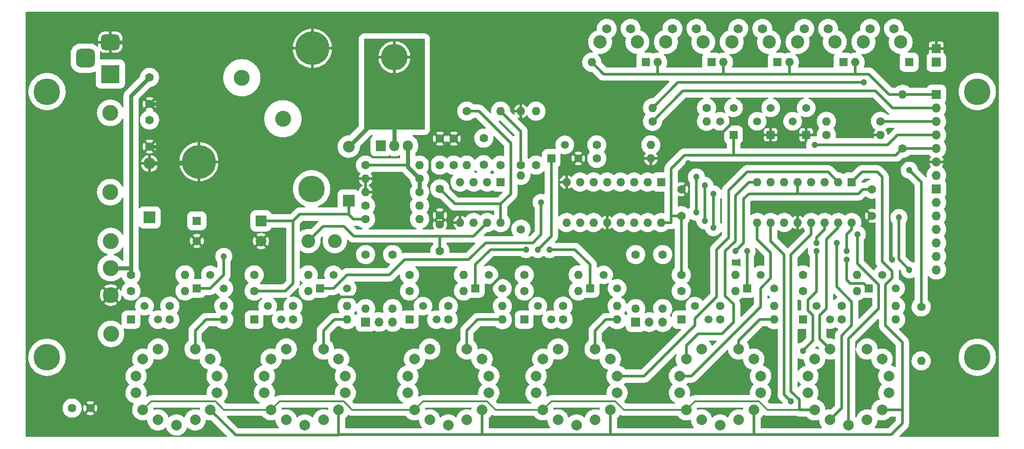
<source format=gbr>
%TF.GenerationSoftware,KiCad,Pcbnew,(6.0.9)*%
%TF.CreationDate,2023-02-11T16:03:25+01:00*%
%TF.ProjectId,display_board,64697370-6c61-4795-9f62-6f6172642e6b,rev?*%
%TF.SameCoordinates,Original*%
%TF.FileFunction,Copper,L1,Top*%
%TF.FilePolarity,Positive*%
%FSLAX46Y46*%
G04 Gerber Fmt 4.6, Leading zero omitted, Abs format (unit mm)*
G04 Created by KiCad (PCBNEW (6.0.9)) date 2023-02-11 16:03:25*
%MOMM*%
%LPD*%
G01*
G04 APERTURE LIST*
G04 Aperture macros list*
%AMRoundRect*
0 Rectangle with rounded corners*
0 $1 Rounding radius*
0 $2 $3 $4 $5 $6 $7 $8 $9 X,Y pos of 4 corners*
0 Add a 4 corners polygon primitive as box body*
4,1,4,$2,$3,$4,$5,$6,$7,$8,$9,$2,$3,0*
0 Add four circle primitives for the rounded corners*
1,1,$1+$1,$2,$3*
1,1,$1+$1,$4,$5*
1,1,$1+$1,$6,$7*
1,1,$1+$1,$8,$9*
0 Add four rect primitives between the rounded corners*
20,1,$1+$1,$2,$3,$4,$5,0*
20,1,$1+$1,$4,$5,$6,$7,0*
20,1,$1+$1,$6,$7,$8,$9,0*
20,1,$1+$1,$8,$9,$2,$3,0*%
G04 Aperture macros list end*
%TA.AperFunction,ComponentPad*%
%ADD10C,1.600000*%
%TD*%
%TA.AperFunction,ComponentPad*%
%ADD11O,1.600000X1.600000*%
%TD*%
%TA.AperFunction,ComponentPad*%
%ADD12C,3.000000*%
%TD*%
%TA.AperFunction,ComponentPad*%
%ADD13R,1.600000X1.600000*%
%TD*%
%TA.AperFunction,ComponentPad*%
%ADD14R,1.500000X1.500000*%
%TD*%
%TA.AperFunction,ComponentPad*%
%ADD15C,1.500000*%
%TD*%
%TA.AperFunction,ComponentPad*%
%ADD16C,2.000000*%
%TD*%
%TA.AperFunction,ComponentPad*%
%ADD17O,5.000000X5.000000*%
%TD*%
%TA.AperFunction,ComponentPad*%
%ADD18R,1.905000X2.000000*%
%TD*%
%TA.AperFunction,ComponentPad*%
%ADD19O,1.905000X2.000000*%
%TD*%
%TA.AperFunction,ComponentPad*%
%ADD20C,2.500000*%
%TD*%
%TA.AperFunction,ComponentPad*%
%ADD21C,1.750000*%
%TD*%
%TA.AperFunction,ComponentPad*%
%ADD22C,6.350000*%
%TD*%
%TA.AperFunction,ComponentPad*%
%ADD23R,1.700000X1.700000*%
%TD*%
%TA.AperFunction,ComponentPad*%
%ADD24O,1.700000X1.700000*%
%TD*%
%TA.AperFunction,ComponentPad*%
%ADD25R,2.000000X2.000000*%
%TD*%
%TA.AperFunction,ComponentPad*%
%ADD26C,2.600000*%
%TD*%
%TA.AperFunction,ComponentPad*%
%ADD27R,2.200000X2.200000*%
%TD*%
%TA.AperFunction,ComponentPad*%
%ADD28O,2.200000X2.200000*%
%TD*%
%TA.AperFunction,ComponentPad*%
%ADD29R,3.500000X3.500000*%
%TD*%
%TA.AperFunction,ComponentPad*%
%ADD30RoundRect,0.750000X-1.000000X0.750000X-1.000000X-0.750000X1.000000X-0.750000X1.000000X0.750000X0*%
%TD*%
%TA.AperFunction,ComponentPad*%
%ADD31RoundRect,0.875000X-0.875000X0.875000X-0.875000X-0.875000X0.875000X-0.875000X0.875000X0.875000X0*%
%TD*%
%TA.AperFunction,ViaPad*%
%ADD32C,5.000000*%
%TD*%
%TA.AperFunction,ViaPad*%
%ADD33C,1.200000*%
%TD*%
%TA.AperFunction,Conductor*%
%ADD34C,0.500000*%
%TD*%
%TA.AperFunction,Conductor*%
%ADD35C,0.800000*%
%TD*%
%TA.AperFunction,Conductor*%
%ADD36C,0.300000*%
%TD*%
G04 APERTURE END LIST*
D10*
%TO.P,R46,1*%
%TO.N,/ALM*%
X169177500Y-85725000D03*
D11*
%TO.P,R46,2*%
%TO.N,Net-(R46-Pad2)*%
X179337500Y-85725000D03*
%TD*%
D12*
%TO.P,F1,1*%
%TO.N,Net-(F1-Pad1)*%
X67177875Y-84137500D03*
%TO.P,F1,2*%
%TO.N,VCC*%
X67177875Y-99060000D03*
%TD*%
%TO.P,TP3,1,1*%
%TO.N,GNDD*%
X67260000Y-118427500D03*
%TD*%
D10*
%TO.P,C4,1*%
%TO.N,Net-(A2-Pad1)*%
X137427500Y-88900000D03*
%TO.P,C4,2*%
%TO.N,Net-(A2-Pad2)*%
X137427500Y-93900000D03*
%TD*%
D13*
%TO.P,V7,1,K*%
%TO.N,Net-(S5-Pad2)*%
X217437500Y-74612500D03*
D11*
%TO.P,V7,2,A*%
%TO.N,/KEY*%
X207277500Y-74612500D03*
%TD*%
D10*
%TO.P,C9,1*%
%TO.N,+5V*%
X174575000Y-103505000D03*
%TO.P,C9,2*%
%TO.N,GNDD*%
X174575000Y-98505000D03*
%TD*%
%TO.P,R12,1*%
%TO.N,Net-(C8-Pad1)*%
X197435000Y-117657500D03*
D11*
%TO.P,R12,2*%
%TO.N,Net-(R12-Pad2)*%
X207595000Y-117657500D03*
%TD*%
D14*
%TO.P,VT11,1,E*%
%TO.N,/A4*%
X135840000Y-117157500D03*
D15*
%TO.P,VT11,2,B*%
%TO.N,Net-(R21-Pad2)*%
X138380000Y-114617500D03*
%TO.P,VT11,3,C*%
%TO.N,Net-(R27-Pad2)*%
X140920000Y-117157500D03*
%TD*%
D16*
%TO.P,E3,1,k1*%
%TO.N,/k1*%
X151397500Y-128587500D03*
%TO.P,E3,2,k2*%
%TO.N,/k2*%
X148540000Y-130492500D03*
%TO.P,E3,3,k3*%
%TO.N,/k3*%
X147270000Y-133667500D03*
%TO.P,E3,4,dp1*%
%TO.N,/dp1*%
X147270000Y-136842500D03*
%TO.P,E3,5,k4*%
%TO.N,/k4*%
X148540000Y-140017500D03*
%TO.P,E3,6,k5*%
%TO.N,/k5*%
X151397500Y-141922500D03*
%TO.P,E3,7,k6*%
%TO.N,/k6*%
X154890000Y-142875000D03*
%TO.P,E3,8,k7*%
%TO.N,/k7*%
X158382500Y-141922500D03*
%TO.P,E3,9,k8*%
%TO.N,/k8*%
X161240000Y-140017500D03*
%TO.P,E3,10,dp2*%
%TO.N,/dp2*%
X162510000Y-136842500D03*
%TO.P,E3,11,k9*%
%TO.N,/k9*%
X162510000Y-133667500D03*
%TO.P,E3,12,k0*%
%TO.N,/k0*%
X161240000Y-130492500D03*
%TO.P,E3,13*%
%TO.N,Net-(E3-Pad13)*%
X158382500Y-128587500D03*
%TD*%
D10*
%TO.P,R6,1*%
%TO.N,Net-(R6-Pad1)*%
X115202500Y-93980000D03*
D11*
%TO.P,R6,2*%
%TO.N,Net-(A2-Pad3)*%
X125362500Y-93980000D03*
%TD*%
D10*
%TO.P,R10,1*%
%TO.N,Net-(R10-Pad1)*%
X144412500Y-106045000D03*
D11*
%TO.P,R10,2*%
%TO.N,Net-(A2-Pad2)*%
X144412500Y-95885000D03*
%TD*%
D16*
%TO.P,E2,1,k1*%
%TO.N,/k1*%
X178385000Y-128587500D03*
%TO.P,E2,2,k2*%
%TO.N,/k2*%
X175527500Y-130492500D03*
%TO.P,E2,3,k3*%
%TO.N,/k3*%
X174257500Y-133667500D03*
%TO.P,E2,4,dp1*%
%TO.N,/dp1*%
X174257500Y-136842500D03*
%TO.P,E2,5,k4*%
%TO.N,/k4*%
X175527500Y-140017500D03*
%TO.P,E2,6,k5*%
%TO.N,/k5*%
X178385000Y-141922500D03*
%TO.P,E2,7,k6*%
%TO.N,/k6*%
X181877500Y-142875000D03*
%TO.P,E2,8,k7*%
%TO.N,/k7*%
X185370000Y-141922500D03*
%TO.P,E2,9,k8*%
%TO.N,/k8*%
X188227500Y-140017500D03*
%TO.P,E2,10,dp2*%
%TO.N,/dp2*%
X189497500Y-136842500D03*
%TO.P,E2,11,k9*%
%TO.N,/k9*%
X189497500Y-133667500D03*
%TO.P,E2,12,k0*%
%TO.N,/k0*%
X188227500Y-130492500D03*
%TO.P,E2,13*%
%TO.N,Net-(E2-Pad13)*%
X185370000Y-128587500D03*
%TD*%
D14*
%TO.P,VT4,1,E*%
%TO.N,Net-(C8-Pad1)*%
X145047500Y-123055000D03*
D15*
%TO.P,VT4,2,B*%
%TO.N,Net-(R14-Pad2)*%
X147587500Y-120515000D03*
%TO.P,VT4,3,C*%
%TO.N,Net-(R32-Pad1)*%
X150127500Y-123055000D03*
%TD*%
D14*
%TO.P,VT14,1,C*%
%TO.N,Net-(R39-Pad1)*%
X150127500Y-92710000D03*
D15*
%TO.P,VT14,2,B*%
%TO.N,Net-(R37-Pad1)*%
X152667500Y-90170000D03*
%TO.P,VT14,3,E*%
%TO.N,GNDD*%
X155207500Y-92710000D03*
%TD*%
D10*
%TO.P,R27,1*%
%TO.N,Net-(R15-Pad2)*%
X130760000Y-120515000D03*
D11*
%TO.P,R27,2*%
%TO.N,Net-(R27-Pad2)*%
X140920000Y-120515000D03*
%TD*%
D10*
%TO.P,R32,1*%
%TO.N,Net-(R32-Pad1)*%
X152350000Y-123055000D03*
D11*
%TO.P,R32,2*%
%TO.N,Net-(E3-Pad13)*%
X162510000Y-123055000D03*
%TD*%
D12*
%TO.P,TP1,1,1*%
%TO.N,VCC*%
X67260000Y-108267500D03*
%TD*%
D10*
%TO.P,R14,1*%
%TO.N,Net-(C8-Pad1)*%
X145047500Y-117657500D03*
D11*
%TO.P,R14,2*%
%TO.N,Net-(R14-Pad2)*%
X155207500Y-117657500D03*
%TD*%
D10*
%TO.P,R20,1*%
%TO.N,+5V*%
X145047500Y-114617500D03*
D11*
%TO.P,R20,2*%
%TO.N,Net-(R20-Pad2)*%
X155207500Y-114617500D03*
%TD*%
D10*
%TO.P,R22,1*%
%TO.N,+5V*%
X94247500Y-114617500D03*
D11*
%TO.P,R22,2*%
%TO.N,Net-(R22-Pad2)*%
X104407500Y-114617500D03*
%TD*%
D10*
%TO.P,R13,1*%
%TO.N,Net-(C8-Pad1)*%
X174575000Y-117657500D03*
D11*
%TO.P,R13,2*%
%TO.N,Net-(R13-Pad2)*%
X184735000Y-117657500D03*
%TD*%
D14*
%TO.P,VT9,1,E*%
%TO.N,/A2*%
X186957500Y-117157500D03*
D15*
%TO.P,VT9,2,B*%
%TO.N,Net-(R19-Pad2)*%
X189497500Y-114617500D03*
%TO.P,VT9,3,C*%
%TO.N,Net-(R25-Pad2)*%
X192037500Y-117157500D03*
%TD*%
D10*
%TO.P,R30,1*%
%TO.N,Net-(R30-Pad1)*%
X204737500Y-123055000D03*
D11*
%TO.P,R30,2*%
%TO.N,Net-(E1-Pad13)*%
X214897500Y-123055000D03*
%TD*%
D10*
%TO.P,R36,1*%
%TO.N,+5V*%
X216217500Y-90805000D03*
D11*
%TO.P,R36,2*%
%TO.N,/KEY*%
X216217500Y-80645000D03*
%TD*%
D10*
%TO.P,R43,1*%
%TO.N,/DP*%
X212040000Y-85725000D03*
D11*
%TO.P,R43,2*%
%TO.N,Net-(R43-Pad2)*%
X201880000Y-85725000D03*
%TD*%
D17*
%TO.P,VT1,*%
%TO.N,*%
X120600000Y-73660000D03*
D18*
%TO.P,VT1,1,G*%
%TO.N,Net-(R5-Pad1)*%
X118060000Y-90320000D03*
D19*
%TO.P,VT1,2,D*%
%TO.N,Net-(L1-Pad2)*%
X120600000Y-90320000D03*
%TO.P,VT1,3,S*%
%TO.N,Net-(R6-Pad1)*%
X123140000Y-90320000D03*
%TD*%
D10*
%TO.P,C10,1*%
%TO.N,+5V*%
X210452500Y-98505000D03*
%TO.P,C10,2*%
%TO.N,GNDD*%
X210452500Y-103505000D03*
%TD*%
%TO.P,C5,1*%
%TO.N,Net-(A2-Pad8)*%
X129172500Y-98425000D03*
%TO.P,C5,2*%
%TO.N,GNDD*%
X129172500Y-103425000D03*
%TD*%
%TO.P,R37,1*%
%TO.N,Net-(R37-Pad1)*%
X158700000Y-90170000D03*
D11*
%TO.P,R37,2*%
%TO.N,/COL*%
X168860000Y-90170000D03*
%TD*%
D10*
%TO.P,R5,1*%
%TO.N,Net-(R5-Pad1)*%
X115202500Y-101600000D03*
D11*
%TO.P,R5,2*%
%TO.N,Net-(A2-Pad6)*%
X125362500Y-101600000D03*
%TD*%
D20*
%TO.P,S3,*%
%TO.N,*%
X184075000Y-70802500D03*
X191085000Y-70802500D03*
D21*
%TO.P,S3,1,1*%
%TO.N,/A3*%
X185325000Y-68312500D03*
%TO.P,S3,2,2*%
%TO.N,Net-(S3-Pad2)*%
X189825000Y-68312500D03*
%TD*%
D10*
%TO.P,R39,1*%
%TO.N,Net-(R39-Pad1)*%
X115202500Y-110807500D03*
D11*
%TO.P,R39,2*%
%TO.N,Net-(R39-Pad2)*%
X115202500Y-120967500D03*
%TD*%
D12*
%TO.P,A1,1,IN*%
%TO.N,VCC*%
X99645000Y-85248627D03*
D22*
%TO.P,A1,2,GND*%
%TO.N,GNDD*%
X105195788Y-71990375D03*
X83841163Y-93345000D03*
D12*
%TO.P,A1,3,OUT*%
%TO.N,+5V*%
X91923394Y-77527021D03*
%TD*%
%TO.P,TP2,1,1*%
%TO.N,+5V*%
X67260000Y-113347500D03*
%TD*%
D10*
%TO.P,R45,1*%
%TO.N,Net-(R45-Pad1)*%
X219710000Y-120650000D03*
D11*
%TO.P,R45,2*%
%TO.N,Net-(JP1-Pad1)*%
X219710000Y-130810000D03*
%TD*%
D14*
%TO.P,VT2,1,E*%
%TO.N,Net-(C8-Pad1)*%
X197435000Y-123055000D03*
D15*
%TO.P,VT2,2,B*%
%TO.N,Net-(R12-Pad2)*%
X199975000Y-120515000D03*
%TO.P,VT2,3,C*%
%TO.N,Net-(R30-Pad1)*%
X202515000Y-123055000D03*
%TD*%
D13*
%TO.P,V6,1,K*%
%TO.N,Net-(S4-Pad2)*%
X205055000Y-74612500D03*
D11*
%TO.P,V6,2,A*%
%TO.N,/KEY*%
X194895000Y-74612500D03*
%TD*%
D14*
%TO.P,VT12,1,E*%
%TO.N,/A5*%
X106630000Y-117157500D03*
D15*
%TO.P,VT12,2,B*%
%TO.N,Net-(R22-Pad2)*%
X109170000Y-114617500D03*
%TO.P,VT12,3,C*%
%TO.N,Net-(R28-Pad2)*%
X111710000Y-117157500D03*
%TD*%
D23*
%TO.P,X2,1,Pin_1*%
%TO.N,/S0*%
X222567500Y-98425000D03*
D24*
%TO.P,X2,2,Pin_2*%
%TO.N,/S1*%
X222567500Y-100965000D03*
%TO.P,X2,3,Pin_3*%
%TO.N,/S2*%
X222567500Y-103505000D03*
%TO.P,X2,4,Pin_4*%
%TO.N,/D0*%
X222567500Y-106045000D03*
%TO.P,X2,5,Pin_5*%
%TO.N,/D1*%
X222567500Y-108585000D03*
%TO.P,X2,6,Pin_6*%
%TO.N,/D2*%
X222567500Y-111125000D03*
%TO.P,X2,7,Pin_7*%
%TO.N,/D3*%
X222567500Y-113665000D03*
%TD*%
D14*
%TO.P,VT15,1,E*%
%TO.N,GNDD*%
X198070000Y-88265000D03*
D15*
%TO.P,VT15,2,B*%
%TO.N,Net-(R43-Pad2)*%
X195530000Y-85725000D03*
%TO.P,VT15,3,C*%
%TO.N,Net-(R45-Pad1)*%
X198070000Y-83185000D03*
%TD*%
D23*
%TO.P,X6,1,Pin_1*%
%TO.N,Net-(R47-Pad2)*%
X222567500Y-74612500D03*
%TD*%
D20*
%TO.P,S2,*%
%TO.N,*%
X178702500Y-70802500D03*
X171692500Y-70802500D03*
D21*
%TO.P,S2,1,1*%
%TO.N,/A4*%
X172942500Y-68312500D03*
%TO.P,S2,2,2*%
%TO.N,Net-(S2-Pad2)*%
X177442500Y-68312500D03*
%TD*%
D10*
%TO.P,R15,1*%
%TO.N,Net-(C8-Pad1)*%
X123457500Y-117657500D03*
D11*
%TO.P,R15,2*%
%TO.N,Net-(R15-Pad2)*%
X133617500Y-117657500D03*
%TD*%
D20*
%TO.P,S1,*%
%TO.N,*%
X166320000Y-70802500D03*
X159310000Y-70802500D03*
D21*
%TO.P,S1,1,1*%
%TO.N,/A5*%
X160560000Y-68312500D03*
%TO.P,S1,2,2*%
%TO.N,Net-(S1-Pad2)*%
X165060000Y-68312500D03*
%TD*%
D14*
%TO.P,VT5,1,E*%
%TO.N,Net-(C8-Pad1)*%
X123457500Y-123055000D03*
D15*
%TO.P,VT5,2,B*%
%TO.N,Net-(R15-Pad2)*%
X125997500Y-120515000D03*
%TO.P,VT5,3,C*%
%TO.N,Net-(R33-Pad1)*%
X128537500Y-123055000D03*
%TD*%
D10*
%TO.P,C6,1*%
%TO.N,Net-(A2-Pad4)*%
X131792500Y-93980000D03*
%TO.P,C6,2*%
%TO.N,GNDD*%
X131792500Y-88980000D03*
%TD*%
%TO.P,R26,1*%
%TO.N,Net-(R14-Pad2)*%
X152350000Y-120515000D03*
D11*
%TO.P,R26,2*%
%TO.N,Net-(R26-Pad2)*%
X162510000Y-120515000D03*
%TD*%
D10*
%TO.P,R8,1*%
%TO.N,Net-(R6-Pad1)*%
X125362500Y-96520000D03*
D11*
%TO.P,R8,2*%
%TO.N,GNDD*%
X115202500Y-96520000D03*
%TD*%
D10*
%TO.P,R2,1*%
%TO.N,Net-(A2-Pad2)*%
X147270000Y-93980000D03*
D11*
%TO.P,R2,2*%
%TO.N,Net-(R1-Pad1)*%
X147270000Y-83820000D03*
%TD*%
D10*
%TO.P,C11,1*%
%TO.N,VCC*%
X129172500Y-110172500D03*
%TO.P,C11,2*%
%TO.N,GNDD*%
X129172500Y-105172500D03*
%TD*%
%TO.P,R3,1*%
%TO.N,Net-(A2-Pad1)*%
X140602500Y-93980000D03*
D11*
%TO.P,R3,2*%
%TO.N,Net-(A2-Pad2)*%
X140602500Y-83820000D03*
%TD*%
D10*
%TO.P,R38,1*%
%TO.N,Net-(R37-Pad1)*%
X158700000Y-92710000D03*
D11*
%TO.P,R38,2*%
%TO.N,GNDD*%
X168860000Y-92710000D03*
%TD*%
D14*
%TO.P,VT3,1,E*%
%TO.N,Net-(C8-Pad1)*%
X174575000Y-123055000D03*
D15*
%TO.P,VT3,2,B*%
%TO.N,Net-(R13-Pad2)*%
X177115000Y-120515000D03*
%TO.P,VT3,3,C*%
%TO.N,Net-(R31-Pad1)*%
X179655000Y-123055000D03*
%TD*%
D16*
%TO.P,E6,1,k1*%
%TO.N,/k1*%
X76150000Y-128587500D03*
%TO.P,E6,2,k2*%
%TO.N,/k2*%
X73292500Y-130492500D03*
%TO.P,E6,3,k3*%
%TO.N,/k3*%
X72022500Y-133667500D03*
%TO.P,E6,4,dp1*%
%TO.N,/dp1*%
X72022500Y-136842500D03*
%TO.P,E6,5,k4*%
%TO.N,/k4*%
X73292500Y-140017500D03*
%TO.P,E6,6,k5*%
%TO.N,/k5*%
X76150000Y-141922500D03*
%TO.P,E6,7,k6*%
%TO.N,/k6*%
X79642500Y-142875000D03*
%TO.P,E6,8,k7*%
%TO.N,/k7*%
X83135000Y-141922500D03*
%TO.P,E6,9,k8*%
%TO.N,/k8*%
X85992500Y-140017500D03*
%TO.P,E6,10,dp2*%
%TO.N,/dp2*%
X87262500Y-136842500D03*
%TO.P,E6,11,k9*%
%TO.N,/k9*%
X87262500Y-133667500D03*
%TO.P,E6,12,k0*%
%TO.N,/k0*%
X85992500Y-130492500D03*
%TO.P,E6,13*%
%TO.N,Net-(E6-Pad13)*%
X83135000Y-128587500D03*
%TD*%
D13*
%TO.P,D1,1,0*%
%TO.N,/A1*%
X170765000Y-97155000D03*
D11*
%TO.P,D1,2,1*%
%TO.N,/A2*%
X168225000Y-97155000D03*
%TO.P,D1,3,2*%
%TO.N,/A3*%
X165685000Y-97155000D03*
%TO.P,D1,4,3*%
%TO.N,/A4*%
X163145000Y-97155000D03*
%TO.P,D1,5,4*%
%TO.N,/A5*%
X160605000Y-97155000D03*
%TO.P,D1,6,5*%
%TO.N,/A6*%
X158065000Y-97155000D03*
%TO.P,D1,7,6*%
%TO.N,unconnected-(D1-Pad7)*%
X155525000Y-97155000D03*
%TO.P,D1,8,GND*%
%TO.N,GNDD*%
X152985000Y-97155000D03*
%TO.P,D1,9,7*%
%TO.N,unconnected-(D1-Pad9)*%
X152985000Y-104775000D03*
%TO.P,D1,10,8*%
%TO.N,unconnected-(D1-Pad10)*%
X155525000Y-104775000D03*
%TO.P,D1,11,9*%
%TO.N,unconnected-(D1-Pad11)*%
X158065000Y-104775000D03*
%TO.P,D1,12,A3*%
%TO.N,GNDD*%
X160605000Y-104775000D03*
%TO.P,D1,13,A2*%
%TO.N,/S2*%
X163145000Y-104775000D03*
%TO.P,D1,14,A1*%
%TO.N,/S1*%
X165685000Y-104775000D03*
%TO.P,D1,15,A0*%
%TO.N,/S0*%
X168225000Y-104775000D03*
%TO.P,D1,16,VCC*%
%TO.N,+5V*%
X170765000Y-104775000D03*
%TD*%
D10*
%TO.P,C7,1*%
%TO.N,Net-(A2-Pad3)*%
X129172500Y-93980000D03*
%TO.P,C7,2*%
%TO.N,GNDD*%
X129172500Y-88980000D03*
%TD*%
%TO.P,R11,1*%
%TO.N,Net-(A2-Pad2)*%
X144412500Y-93980000D03*
D11*
%TO.P,R11,2*%
%TO.N,GNDD*%
X144412500Y-83820000D03*
%TD*%
D10*
%TO.P,R25,1*%
%TO.N,Net-(R13-Pad2)*%
X181877500Y-120515000D03*
D11*
%TO.P,R25,2*%
%TO.N,Net-(R25-Pad2)*%
X192037500Y-120515000D03*
%TD*%
D10*
%TO.P,R34,1*%
%TO.N,Net-(R34-Pad1)*%
X101550000Y-123055000D03*
D11*
%TO.P,R34,2*%
%TO.N,Net-(E5-Pad13)*%
X111710000Y-123055000D03*
%TD*%
D10*
%TO.P,R44,1*%
%TO.N,Net-(R43-Pad2)*%
X201880000Y-88265000D03*
D11*
%TO.P,R44,2*%
%TO.N,GNDD*%
X212040000Y-88265000D03*
%TD*%
D14*
%TO.P,VT13,1,E*%
%TO.N,/A6*%
X83452500Y-117157500D03*
D15*
%TO.P,VT13,2,B*%
%TO.N,Net-(R23-Pad2)*%
X85992500Y-114617500D03*
%TO.P,VT13,3,C*%
%TO.N,Net-(R29-Pad2)*%
X88532500Y-117157500D03*
%TD*%
D10*
%TO.P,C2,1*%
%TO.N,VCC*%
X74562500Y-85487500D03*
%TO.P,C2,2*%
%TO.N,GNDD*%
X74562500Y-90487500D03*
%TD*%
%TO.P,R40,1*%
%TO.N,Net-(R39-Pad1)*%
X120282500Y-110807500D03*
D11*
%TO.P,R40,2*%
%TO.N,Net-(R40-Pad2)*%
X120282500Y-120967500D03*
%TD*%
D14*
%TO.P,VT8,1,E*%
%TO.N,/A1*%
X209817500Y-117157500D03*
D15*
%TO.P,VT8,2,B*%
%TO.N,Net-(R18-Pad2)*%
X212357500Y-114617500D03*
%TO.P,VT8,3,C*%
%TO.N,Net-(R24-Pad2)*%
X214897500Y-117157500D03*
%TD*%
D13*
%TO.P,V3,1,K*%
%TO.N,Net-(S1-Pad2)*%
X167907500Y-74612500D03*
D11*
%TO.P,V3,2,A*%
%TO.N,/KEY*%
X157747500Y-74612500D03*
%TD*%
D10*
%TO.P,C3,1*%
%TO.N,+5V*%
X74562500Y-77470000D03*
%TO.P,C3,2*%
%TO.N,GNDD*%
X74562500Y-82470000D03*
%TD*%
%TO.P,R4,1*%
%TO.N,Net-(A2-Pad8)*%
X134252500Y-83820000D03*
D11*
%TO.P,R4,2*%
%TO.N,Net-(A2-Pad4)*%
X134252500Y-93980000D03*
%TD*%
D10*
%TO.P,R23,1*%
%TO.N,+5V*%
X71070000Y-114617500D03*
D11*
%TO.P,R23,2*%
%TO.N,Net-(R23-Pad2)*%
X81230000Y-114617500D03*
%TD*%
D10*
%TO.P,R1,1*%
%TO.N,Net-(R1-Pad1)*%
X60007500Y-139700000D03*
%TO.P,R1,2*%
%TO.N,GNDD*%
X63407500Y-139700000D03*
%TD*%
D16*
%TO.P,E1,1,k1*%
%TO.N,/k1*%
X202515000Y-128587500D03*
%TO.P,E1,2,k2*%
%TO.N,/k2*%
X199657500Y-130492500D03*
%TO.P,E1,3,k3*%
%TO.N,/k3*%
X198387500Y-133667500D03*
%TO.P,E1,4,dp1*%
%TO.N,/dp1*%
X198387500Y-136842500D03*
%TO.P,E1,5,k4*%
%TO.N,/k4*%
X199657500Y-140017500D03*
%TO.P,E1,6,k5*%
%TO.N,/k5*%
X202515000Y-141922500D03*
%TO.P,E1,7,k6*%
%TO.N,/k6*%
X206007500Y-142875000D03*
%TO.P,E1,8,k7*%
%TO.N,/k7*%
X209500000Y-141922500D03*
%TO.P,E1,9,k8*%
%TO.N,/k8*%
X212357500Y-140017500D03*
%TO.P,E1,10,dp2*%
%TO.N,/dp2*%
X213627500Y-136842500D03*
%TO.P,E1,11,k9*%
%TO.N,/k9*%
X213627500Y-133667500D03*
%TO.P,E1,12,k0*%
%TO.N,/k0*%
X212357500Y-130492500D03*
%TO.P,E1,13*%
%TO.N,Net-(E1-Pad13)*%
X209500000Y-128587500D03*
%TD*%
%TO.P,E5,1,k1*%
%TO.N,/k1*%
X100280000Y-128587500D03*
%TO.P,E5,2,k2*%
%TO.N,/k2*%
X97422500Y-130492500D03*
%TO.P,E5,3,k3*%
%TO.N,/k3*%
X96152500Y-133667500D03*
%TO.P,E5,4,dp1*%
%TO.N,/dp1*%
X96152500Y-136842500D03*
%TO.P,E5,5,k4*%
%TO.N,/k4*%
X97422500Y-140017500D03*
%TO.P,E5,6,k5*%
%TO.N,/k5*%
X100280000Y-141922500D03*
%TO.P,E5,7,k6*%
%TO.N,/k6*%
X103772500Y-142875000D03*
%TO.P,E5,8,k7*%
%TO.N,/k7*%
X107265000Y-141922500D03*
%TO.P,E5,9,k8*%
%TO.N,/k8*%
X110122500Y-140017500D03*
%TO.P,E5,10,dp2*%
%TO.N,/dp2*%
X111392500Y-136842500D03*
%TO.P,E5,11,k9*%
%TO.N,/k9*%
X111392500Y-133667500D03*
%TO.P,E5,12,k0*%
%TO.N,/k0*%
X110122500Y-130492500D03*
%TO.P,E5,13*%
%TO.N,Net-(E5-Pad13)*%
X107265000Y-128587500D03*
%TD*%
D14*
%TO.P,VT7,1,E*%
%TO.N,Net-(C8-Pad1)*%
X71070000Y-123055000D03*
D15*
%TO.P,VT7,2,B*%
%TO.N,Net-(R17-Pad2)*%
X73610000Y-120515000D03*
%TO.P,VT7,3,C*%
%TO.N,Net-(R35-Pad1)*%
X76150000Y-123055000D03*
%TD*%
D10*
%TO.P,R28,1*%
%TO.N,Net-(R16-Pad2)*%
X101550000Y-120515000D03*
D11*
%TO.P,R28,2*%
%TO.N,Net-(R28-Pad2)*%
X111710000Y-120515000D03*
%TD*%
D10*
%TO.P,R18,1*%
%TO.N,+5V*%
X197435000Y-114617500D03*
D11*
%TO.P,R18,2*%
%TO.N,Net-(R18-Pad2)*%
X207595000Y-114617500D03*
%TD*%
D14*
%TO.P,VT6,1,E*%
%TO.N,Net-(C8-Pad1)*%
X94247500Y-123055000D03*
D15*
%TO.P,VT6,2,B*%
%TO.N,Net-(R16-Pad2)*%
X96787500Y-120515000D03*
%TO.P,VT6,3,C*%
%TO.N,Net-(R34-Pad1)*%
X99327500Y-123055000D03*
%TD*%
D10*
%TO.P,R29,1*%
%TO.N,Net-(R17-Pad2)*%
X78372500Y-120515000D03*
D11*
%TO.P,R29,2*%
%TO.N,Net-(R29-Pad2)*%
X88532500Y-120515000D03*
%TD*%
D25*
%TO.P,C8,1*%
%TO.N,Net-(C8-Pad1)*%
X95517500Y-104467500D03*
D16*
%TO.P,C8,2*%
%TO.N,GNDD*%
X95517500Y-108267500D03*
%TD*%
D10*
%TO.P,R42,1*%
%TO.N,Net-(R39-Pad1)*%
X171082500Y-110807500D03*
D11*
%TO.P,R42,2*%
%TO.N,Net-(R42-Pad2)*%
X171082500Y-120967500D03*
%TD*%
D26*
%TO.P,L1,1,1*%
%TO.N,VCC*%
X104407500Y-108267500D03*
%TO.P,L1,2,2*%
%TO.N,Net-(L1-Pad2)*%
X109407500Y-108267500D03*
%TD*%
D10*
%TO.P,R41,1*%
%TO.N,Net-(R39-Pad1)*%
X166002500Y-110807500D03*
D11*
%TO.P,R41,2*%
%TO.N,Net-(R41-Pad2)*%
X166002500Y-120967500D03*
%TD*%
D13*
%TO.P,V4,1,K*%
%TO.N,Net-(S2-Pad2)*%
X180290000Y-74612500D03*
D11*
%TO.P,V4,2,A*%
%TO.N,/KEY*%
X170130000Y-74612500D03*
%TD*%
D13*
%TO.P,V5,1,K*%
%TO.N,Net-(S3-Pad2)*%
X192672500Y-74612500D03*
D11*
%TO.P,V5,2,A*%
%TO.N,/KEY*%
X182512500Y-74612500D03*
%TD*%
D14*
%TO.P,VT10,1,E*%
%TO.N,/A3*%
X157430000Y-117157500D03*
D15*
%TO.P,VT10,2,B*%
%TO.N,Net-(R20-Pad2)*%
X159970000Y-114617500D03*
%TO.P,VT10,3,C*%
%TO.N,Net-(R26-Pad2)*%
X162510000Y-117157500D03*
%TD*%
D20*
%TO.P,S5,*%
%TO.N,*%
X208840000Y-70802500D03*
X215850000Y-70802500D03*
D21*
%TO.P,S5,1,1*%
%TO.N,/A1*%
X210090000Y-68312500D03*
%TO.P,S5,2,2*%
%TO.N,Net-(S5-Pad2)*%
X214590000Y-68312500D03*
%TD*%
D12*
%TO.P,TP4,1,1*%
%TO.N,Net-(C8-Pad1)*%
X67310000Y-125730000D03*
%TD*%
D13*
%TO.P,D2,1,8*%
%TO.N,/k8*%
X206642500Y-97155000D03*
D11*
%TO.P,D2,2,9*%
%TO.N,/k9*%
X204102500Y-97155000D03*
%TO.P,D2,3,A0*%
%TO.N,/D0*%
X201562500Y-97155000D03*
%TO.P,D2,4,A3*%
%TO.N,/D3*%
X199022500Y-97155000D03*
%TO.P,D2,5,VCC*%
%TO.N,+5V*%
X196482500Y-97155000D03*
%TO.P,D2,6,A1*%
%TO.N,/D1*%
X193942500Y-97155000D03*
%TO.P,D2,7,A2*%
%TO.N,/D2*%
X191402500Y-97155000D03*
%TO.P,D2,8,2*%
%TO.N,/k2*%
X188862500Y-97155000D03*
%TO.P,D2,9,3*%
%TO.N,/k3*%
X188862500Y-104775000D03*
%TO.P,D2,10,7*%
%TO.N,/k7*%
X191402500Y-104775000D03*
%TO.P,D2,11,6*%
%TO.N,/k6*%
X193942500Y-104775000D03*
%TO.P,D2,12,GND*%
%TO.N,GNDD*%
X196482500Y-104775000D03*
%TO.P,D2,13,4*%
%TO.N,/k4*%
X199022500Y-104775000D03*
%TO.P,D2,14,5*%
%TO.N,/k5*%
X201562500Y-104775000D03*
%TO.P,D2,15,1*%
%TO.N,/k1*%
X204102500Y-104775000D03*
%TO.P,D2,16,0*%
%TO.N,/k0*%
X206642500Y-104775000D03*
%TD*%
D10*
%TO.P,R9,1*%
%TO.N,Net-(C8-Pad1)*%
X115202500Y-104140000D03*
D11*
%TO.P,R9,2*%
%TO.N,Net-(R10-Pad1)*%
X125362500Y-104140000D03*
%TD*%
D10*
%TO.P,R19,1*%
%TO.N,+5V*%
X174575000Y-114617500D03*
D11*
%TO.P,R19,2*%
%TO.N,Net-(R19-Pad2)*%
X184735000Y-114617500D03*
%TD*%
D16*
%TO.P,E4,1,k1*%
%TO.N,/k1*%
X127267500Y-128587500D03*
%TO.P,E4,2,k2*%
%TO.N,/k2*%
X124410000Y-130492500D03*
%TO.P,E4,3,k3*%
%TO.N,/k3*%
X123140000Y-133667500D03*
%TO.P,E4,4,dp1*%
%TO.N,/dp1*%
X123140000Y-136842500D03*
%TO.P,E4,5,k4*%
%TO.N,/k4*%
X124410000Y-140017500D03*
%TO.P,E4,6,k5*%
%TO.N,/k5*%
X127267500Y-141922500D03*
%TO.P,E4,7,k6*%
%TO.N,/k6*%
X130760000Y-142875000D03*
%TO.P,E4,8,k7*%
%TO.N,/k7*%
X134252500Y-141922500D03*
%TO.P,E4,9,k8*%
%TO.N,/k8*%
X137110000Y-140017500D03*
%TO.P,E4,10,dp2*%
%TO.N,/dp2*%
X138380000Y-136842500D03*
%TO.P,E4,11,k9*%
%TO.N,/k9*%
X138380000Y-133667500D03*
%TO.P,E4,12,k0*%
%TO.N,/k0*%
X137110000Y-130492500D03*
%TO.P,E4,13*%
%TO.N,Net-(E4-Pad13)*%
X134252500Y-128587500D03*
%TD*%
D23*
%TO.P,X3,1,Pin_1*%
%TO.N,/KEY*%
X222567500Y-80645000D03*
D24*
%TO.P,X3,2,Pin_2*%
%TO.N,/ALM*%
X222567500Y-83185000D03*
%TO.P,X3,3,Pin_3*%
%TO.N,/DP*%
X222567500Y-85725000D03*
%TO.P,X3,4,Pin_4*%
%TO.N,/COL*%
X222567500Y-88265000D03*
%TO.P,X3,5,Pin_5*%
%TO.N,+5V*%
X222567500Y-90805000D03*
%TO.P,X3,6,Pin_6*%
%TO.N,GNDD*%
X222567500Y-93345000D03*
%TO.P,X3,7,Pin_7*%
%TO.N,VCC*%
X222567500Y-95885000D03*
%TD*%
D13*
%TO.P,C1,1*%
%TO.N,VCC*%
X83452500Y-104457500D03*
D10*
%TO.P,C1,2*%
%TO.N,GNDD*%
X83452500Y-108257500D03*
%TD*%
%TO.P,R17,1*%
%TO.N,Net-(C8-Pad1)*%
X71070000Y-117657500D03*
D11*
%TO.P,R17,2*%
%TO.N,Net-(R17-Pad2)*%
X81230000Y-117657500D03*
%TD*%
D10*
%TO.P,R33,1*%
%TO.N,Net-(R33-Pad1)*%
X130760000Y-123055000D03*
D11*
%TO.P,R33,2*%
%TO.N,Net-(E4-Pad13)*%
X140920000Y-123055000D03*
%TD*%
D20*
%TO.P,S4,*%
%TO.N,*%
X203467500Y-70802500D03*
X196457500Y-70802500D03*
D21*
%TO.P,S4,1,1*%
%TO.N,/A2*%
X197707500Y-68312500D03*
%TO.P,S4,2,2*%
%TO.N,Net-(S4-Pad2)*%
X202207500Y-68312500D03*
%TD*%
D27*
%TO.P,V1,1,K*%
%TO.N,VCC*%
X74562500Y-103822500D03*
D28*
%TO.P,V1,2,A*%
%TO.N,GNDD*%
X74562500Y-93662500D03*
%TD*%
D10*
%TO.P,R35,1*%
%TO.N,Net-(R35-Pad1)*%
X78372500Y-123055000D03*
D11*
%TO.P,R35,2*%
%TO.N,Net-(E6-Pad13)*%
X88532500Y-123055000D03*
%TD*%
D23*
%TO.P,X5,1,Pin_1*%
%TO.N,Net-(R41-Pad2)*%
X166002500Y-123507500D03*
D24*
%TO.P,X5,2,Pin_2*%
%TO.N,+5V*%
X168542500Y-123507500D03*
%TO.P,X5,3,Pin_3*%
%TO.N,Net-(R42-Pad2)*%
X171082500Y-123507500D03*
%TD*%
D23*
%TO.P,X7,1,Pin_1*%
%TO.N,GNDD*%
X222567500Y-72072500D03*
%TD*%
D10*
%TO.P,R16,1*%
%TO.N,Net-(C8-Pad1)*%
X94247500Y-117657500D03*
D11*
%TO.P,R16,2*%
%TO.N,Net-(R16-Pad2)*%
X104407500Y-117657500D03*
%TD*%
D10*
%TO.P,R7,1*%
%TO.N,Net-(R6-Pad1)*%
X125362500Y-99060000D03*
D11*
%TO.P,R7,2*%
%TO.N,GNDD*%
X115202500Y-99060000D03*
%TD*%
D23*
%TO.P,X4,1,Pin_1*%
%TO.N,Net-(R39-Pad2)*%
X115202500Y-123482500D03*
D24*
%TO.P,X4,2,Pin_2*%
%TO.N,+5V*%
X117742500Y-123482500D03*
%TO.P,X4,3,Pin_3*%
%TO.N,Net-(R40-Pad2)*%
X120282500Y-123482500D03*
%TD*%
D10*
%TO.P,R24,1*%
%TO.N,Net-(R12-Pad2)*%
X204737500Y-120515000D03*
D11*
%TO.P,R24,2*%
%TO.N,Net-(R24-Pad2)*%
X214897500Y-120515000D03*
%TD*%
D13*
%TO.P,A2,1,COMP*%
%TO.N,Net-(A2-Pad1)*%
X140602500Y-97155000D03*
D11*
%TO.P,A2,2,FB*%
%TO.N,Net-(A2-Pad2)*%
X138062500Y-97155000D03*
%TO.P,A2,3,CS*%
%TO.N,Net-(A2-Pad3)*%
X135522500Y-97155000D03*
%TO.P,A2,4,RC*%
%TO.N,Net-(A2-Pad4)*%
X132982500Y-97155000D03*
%TO.P,A2,5,GND*%
%TO.N,GNDD*%
X132982500Y-104775000D03*
%TO.P,A2,6,OUT*%
%TO.N,Net-(A2-Pad6)*%
X135522500Y-104775000D03*
%TO.P,A2,7,VCC*%
%TO.N,VCC*%
X138062500Y-104775000D03*
%TO.P,A2,8,VREF*%
%TO.N,Net-(A2-Pad8)*%
X140602500Y-104775000D03*
%TD*%
D29*
%TO.P,X1,1*%
%TO.N,Net-(F1-Pad1)*%
X67182875Y-76835000D03*
D30*
%TO.P,X1,2*%
%TO.N,GNDD*%
X67182875Y-70835000D03*
D31*
%TO.P,X1,3*%
%TO.N,unconnected-(X1-Pad3)*%
X62482875Y-73835000D03*
%TD*%
D10*
%TO.P,R21,1*%
%TO.N,+5V*%
X123457500Y-114617500D03*
D11*
%TO.P,R21,2*%
%TO.N,Net-(R21-Pad2)*%
X133617500Y-114617500D03*
%TD*%
D14*
%TO.P,VT17,1,C*%
%TO.N,GNDD*%
X191402500Y-88265000D03*
D15*
%TO.P,VT17,2,B*%
%TO.N,Net-(R46-Pad2)*%
X188862500Y-85725000D03*
%TO.P,VT17,3,E*%
%TO.N,Net-(R47-Pad1)*%
X191402500Y-83185000D03*
%TD*%
D27*
%TO.P,V2,1,K*%
%TO.N,Net-(C8-Pad1)*%
X112027500Y-100647500D03*
D28*
%TO.P,V2,2,A*%
%TO.N,Net-(L1-Pad2)*%
X112027500Y-90487500D03*
%TD*%
D10*
%TO.P,R47,1*%
%TO.N,Net-(R47-Pad1)*%
X179337500Y-83185000D03*
D11*
%TO.P,R47,2*%
%TO.N,Net-(R47-Pad2)*%
X169177500Y-83185000D03*
%TD*%
D10*
%TO.P,R31,1*%
%TO.N,Net-(R31-Pad1)*%
X181877500Y-123055000D03*
D11*
%TO.P,R31,2*%
%TO.N,Net-(E2-Pad13)*%
X192037500Y-123055000D03*
%TD*%
D14*
%TO.P,VT16,1,C*%
%TO.N,+5V*%
X184417500Y-88265000D03*
D15*
%TO.P,VT16,2,B*%
%TO.N,Net-(R46-Pad2)*%
X181877500Y-85725000D03*
%TO.P,VT16,3,E*%
%TO.N,Net-(R47-Pad1)*%
X184417500Y-83185000D03*
%TD*%
D32*
%TO.N,*%
X55267500Y-80135000D03*
X230267500Y-80135000D03*
X105042500Y-98425000D03*
X230267500Y-130135000D03*
X55267500Y-130135000D03*
D33*
%TO.N,GNDD*%
X209817500Y-111760000D03*
X175845000Y-93662500D03*
X170765000Y-93662500D03*
X214262500Y-111760000D03*
%TO.N,+5V*%
X184735000Y-110172500D03*
%TO.N,/A1*%
X205690000Y-111760000D03*
%TO.N,/A2*%
X186957500Y-110172500D03*
%TO.N,/A3*%
X149810000Y-109855000D03*
%TO.N,/A4*%
X145365000Y-109855000D03*
%TO.N,/A5*%
X148222500Y-100965000D03*
%TO.N,/A6*%
X88532500Y-111125000D03*
%TO.N,/S2*%
X180607500Y-99377500D03*
X180607500Y-105727500D03*
%TO.N,/S1*%
X179020000Y-97790000D03*
X179020000Y-104457500D03*
%TO.N,/S0*%
X177432500Y-102870000D03*
X177432500Y-96202500D03*
%TO.N,/D3*%
X217487500Y-113665000D03*
X215532500Y-103822500D03*
%TO.N,/k7*%
X195212500Y-138430000D03*
%TO.N,/k6*%
X207692000Y-106997500D03*
%TO.N,/k5*%
X199975000Y-108585000D03*
X203785000Y-108585000D03*
%TO.N,/k0*%
X205690000Y-110172500D03*
X199975000Y-110172500D03*
X197435000Y-128905000D03*
%TO.N,/COL*%
X199657500Y-90170000D03*
%TO.N,Net-(R39-Pad1)*%
X147587500Y-109855000D03*
%TO.N,Net-(R45-Pad1)*%
X217487500Y-94932500D03*
%TO.N,Net-(R47-Pad2)*%
X208915000Y-78422500D03*
%TD*%
D34*
%TO.N,VCC*%
X129490000Y-107315000D02*
X135522500Y-107315000D01*
X129172500Y-110172500D02*
X129172500Y-107632500D01*
X135522500Y-107315000D02*
X138062500Y-104775000D01*
X104407500Y-108267500D02*
X107182500Y-105492500D01*
X112980000Y-107315000D02*
X129490000Y-107315000D01*
X107182500Y-105492500D02*
X111157500Y-105492500D01*
X129172500Y-107632500D02*
X129490000Y-107315000D01*
X111157500Y-105492500D02*
X112980000Y-107315000D01*
D35*
%TO.N,GNDD*%
X78372500Y-74295000D02*
X78372500Y-82550000D01*
X78372500Y-90487500D02*
X78372500Y-82550000D01*
X74562500Y-82470000D02*
X78292500Y-82470000D01*
D34*
X110440000Y-118745000D02*
X112980000Y-118745000D01*
D35*
X78372500Y-93662500D02*
X83523663Y-93662500D01*
X67182875Y-70835000D02*
X74912500Y-70835000D01*
D34*
X127267500Y-94932500D02*
X127267500Y-92392500D01*
D35*
X74912500Y-70835000D02*
X78372500Y-74295000D01*
X74562500Y-90487500D02*
X78372500Y-90487500D01*
D34*
X139015000Y-116522500D02*
X140602500Y-114935000D01*
D35*
X74562500Y-93662500D02*
X78372500Y-93662500D01*
X78292500Y-82470000D02*
X78372500Y-82550000D01*
X78372500Y-93662500D02*
X78372500Y-90487500D01*
D34*
X184467500Y-85725000D02*
X181927500Y-88265000D01*
D35*
X83523663Y-93662500D02*
X83841163Y-93345000D01*
D34*
%TO.N,+5V*%
X184735000Y-110172500D02*
X186322500Y-108585000D01*
D35*
X71070000Y-112077500D02*
X71070000Y-80962500D01*
D34*
X170765000Y-104775000D02*
X172670000Y-104775000D01*
X172670000Y-103505000D02*
X174575000Y-103505000D01*
X186322500Y-100330000D02*
X187275000Y-99377500D01*
X187275000Y-99377500D02*
X196482500Y-99377500D01*
D35*
X71070000Y-114617500D02*
X71070000Y-112077500D01*
D34*
X172670000Y-94615000D02*
X172670000Y-104775000D01*
D35*
X71070000Y-112077500D02*
X71070000Y-113347500D01*
D34*
X216217500Y-90805000D02*
X222567500Y-90805000D01*
X174575000Y-104775000D02*
X174575000Y-103505000D01*
X174575000Y-114617500D02*
X174575000Y-104775000D01*
X216217500Y-90805000D02*
X214947500Y-92075000D01*
X214947500Y-92075000D02*
X175210000Y-92075000D01*
D35*
X71070000Y-113347500D02*
X67260000Y-113347500D01*
D34*
X172670000Y-104775000D02*
X172670000Y-103505000D01*
X196482500Y-99377500D02*
X196482500Y-97155000D01*
D35*
X71070000Y-80962500D02*
X74562500Y-77470000D01*
D34*
X210452500Y-98505000D02*
X208745000Y-98505000D01*
X186322500Y-108585000D02*
X186322500Y-100330000D01*
X207872500Y-99377500D02*
X196482500Y-99377500D01*
X208745000Y-98505000D02*
X207872500Y-99377500D01*
X175210000Y-92075000D02*
X172670000Y-94615000D01*
X184417500Y-88265000D02*
X184417500Y-92075000D01*
%TO.N,Net-(A2-Pad2)*%
X144412500Y-87630000D02*
X140602500Y-83820000D01*
X144412500Y-93980000D02*
X144412500Y-87630000D01*
%TO.N,Net-(A2-Pad8)*%
X129172500Y-98425000D02*
X132030000Y-101282500D01*
X142507500Y-99377500D02*
X142507500Y-89852500D01*
X140602500Y-101282500D02*
X142507500Y-99377500D01*
X140602500Y-101282500D02*
X140602500Y-104775000D01*
X132030000Y-101282500D02*
X140602500Y-101282500D01*
X142507500Y-89852500D02*
X136475000Y-83820000D01*
X136475000Y-83820000D02*
X134252500Y-83820000D01*
%TO.N,/A1*%
X205690000Y-115570000D02*
X206325000Y-116205000D01*
X208865000Y-116205000D02*
X209817500Y-117157500D01*
X205690000Y-111760000D02*
X205690000Y-115570000D01*
X206325000Y-116205000D02*
X208865000Y-116205000D01*
%TO.N,/A2*%
X186957500Y-117157500D02*
X186957500Y-110172500D01*
%TO.N,/A3*%
X157430000Y-117157500D02*
X157430000Y-112712500D01*
X154572500Y-109855000D02*
X149810000Y-109855000D01*
X157430000Y-112712500D02*
X154572500Y-109855000D01*
%TO.N,/A4*%
X138697500Y-109855000D02*
X145365000Y-109855000D01*
X135840000Y-117157500D02*
X135840000Y-112712500D01*
X135840000Y-112712500D02*
X138697500Y-109855000D01*
%TO.N,/A5*%
X148222500Y-106997500D02*
X148222500Y-100965000D01*
X134570000Y-111760000D02*
X137745000Y-108585000D01*
X106630000Y-117157500D02*
X109170000Y-117157500D01*
X146635000Y-108585000D02*
X148222500Y-106997500D01*
X109170000Y-117157500D02*
X111710000Y-114617500D01*
X137745000Y-108585000D02*
X146635000Y-108585000D01*
X122505000Y-111760000D02*
X134570000Y-111760000D01*
X119647500Y-114617500D02*
X122505000Y-111760000D01*
X111710000Y-114617500D02*
X119647500Y-114617500D01*
%TO.N,/A6*%
X85992500Y-117157500D02*
X83452500Y-117157500D01*
X88532500Y-111125000D02*
X88532500Y-114617500D01*
X88532500Y-114617500D02*
X85992500Y-117157500D01*
%TO.N,/S2*%
X180607500Y-105727500D02*
X180607500Y-99377500D01*
%TO.N,/S1*%
X179020000Y-104457500D02*
X179020000Y-97790000D01*
%TO.N,/S0*%
X177432500Y-96202500D02*
X177432500Y-102870000D01*
%TO.N,/k8*%
X216117500Y-140017500D02*
X216167500Y-140067500D01*
X212992500Y-124142500D02*
X216167500Y-127317500D01*
X85992500Y-140017500D02*
X90755000Y-144780000D01*
X137110000Y-144730000D02*
X137110000Y-140017500D01*
X110122500Y-144730000D02*
X137110000Y-144730000D01*
X188010000Y-144730000D02*
X214045000Y-144730000D01*
X161240000Y-144730000D02*
X161557500Y-144730000D01*
X208547500Y-95250000D02*
X211405000Y-95250000D01*
X110122500Y-144730000D02*
X110172500Y-144780000D01*
X161557500Y-144730000D02*
X188010000Y-144730000D01*
X216167500Y-142607500D02*
X216167500Y-140067500D01*
X216167500Y-127317500D02*
X216167500Y-138112500D01*
X137110000Y-144730000D02*
X161240000Y-144730000D01*
X188227500Y-140017500D02*
X188227500Y-144680000D01*
X212992500Y-116522500D02*
X212992500Y-124142500D01*
X90755000Y-144780000D02*
X110172500Y-144780000D01*
X188227500Y-144680000D02*
X188277500Y-144730000D01*
X212357500Y-112077500D02*
X214262500Y-113982500D01*
X206642500Y-97155000D02*
X208547500Y-95250000D01*
X214045000Y-144730000D02*
X216167500Y-142607500D01*
X212357500Y-96202500D02*
X212357500Y-112077500D01*
X161240000Y-144730000D02*
X161240000Y-140017500D01*
X216167500Y-140067500D02*
X216167500Y-138112500D01*
X110122500Y-140017500D02*
X110122500Y-144730000D01*
X214262500Y-115252500D02*
X212992500Y-116522500D01*
X211405000Y-95250000D02*
X212357500Y-96202500D01*
X214262500Y-113982500D02*
X214262500Y-115252500D01*
X212357500Y-140017500D02*
X216117500Y-140017500D01*
%TO.N,/k9*%
X181242500Y-118745000D02*
X177115000Y-122872500D01*
X177115000Y-122872500D02*
X177115000Y-124142500D01*
X186957500Y-95250000D02*
X183465000Y-98742500D01*
X181242500Y-109855000D02*
X181242500Y-118745000D01*
X183465000Y-98742500D02*
X183465000Y-107632500D01*
X202197500Y-95250000D02*
X186957500Y-95250000D01*
X177115000Y-124142500D02*
X167590000Y-133667500D01*
X183465000Y-107632500D02*
X181242500Y-109855000D01*
X167590000Y-133667500D02*
X162510000Y-133667500D01*
X204102500Y-97155000D02*
X202197500Y-95250000D01*
%TO.N,/D3*%
X217487500Y-113665000D02*
X215532500Y-111710000D01*
X215532500Y-111710000D02*
X215532500Y-103822500D01*
%TO.N,/k2*%
X184417500Y-123507500D02*
X182195000Y-125730000D01*
X175527500Y-127952500D02*
X175527500Y-130492500D01*
X187275000Y-97155000D02*
X184735000Y-99695000D01*
X177750000Y-125730000D02*
X175527500Y-127952500D01*
X184735000Y-99695000D02*
X184735000Y-108267500D01*
X182830000Y-118587366D02*
X184417500Y-120174866D01*
X184417500Y-120174866D02*
X184417500Y-123507500D01*
X184735000Y-108267500D02*
X182830000Y-110172500D01*
X182830000Y-110172500D02*
X182830000Y-118587366D01*
X182195000Y-125730000D02*
X177750000Y-125730000D01*
X188862500Y-97155000D02*
X187275000Y-97155000D01*
%TO.N,/k3*%
X191402500Y-110490000D02*
X191402500Y-115252500D01*
X176480000Y-133667500D02*
X174257500Y-133667500D01*
X188862500Y-107950000D02*
X191402500Y-110490000D01*
X191402500Y-115252500D02*
X189497500Y-117157500D01*
X188862500Y-104775000D02*
X188862500Y-107950000D01*
X189497500Y-117157500D02*
X189497500Y-120650000D01*
X189497500Y-120650000D02*
X176480000Y-133667500D01*
%TO.N,/k7*%
X191402500Y-104775000D02*
X191402500Y-108267500D01*
X193942500Y-110807500D02*
X193942500Y-137160000D01*
X191402500Y-108267500D02*
X193942500Y-110807500D01*
X193942500Y-137160000D02*
X195212500Y-138430000D01*
%TO.N,/k6*%
X211722500Y-116522500D02*
X211722500Y-120967500D01*
X207692000Y-112492000D02*
X211722500Y-116522500D01*
X211722500Y-120967500D02*
X206007500Y-126682500D01*
X207692000Y-106997500D02*
X207692000Y-112492000D01*
X206007500Y-126682500D02*
X206007500Y-142875000D01*
D36*
%TO.N,/k4*%
X162192500Y-138430000D02*
X163780000Y-140017500D01*
X88532500Y-140017500D02*
X97422500Y-140017500D01*
X99010000Y-138430000D02*
X111075000Y-138430000D01*
X112662500Y-140017500D02*
X124410000Y-140017500D01*
X97422500Y-140017500D02*
X99010000Y-138430000D01*
X125997500Y-138430000D02*
X138062500Y-138430000D01*
X177115000Y-138430000D02*
X175527500Y-140017500D01*
X73292500Y-140017500D02*
X74880000Y-138430000D01*
X189180000Y-138430000D02*
X177115000Y-138430000D01*
X190767500Y-140017500D02*
X189180000Y-138430000D01*
D34*
X196800000Y-138112500D02*
X195212500Y-136525000D01*
D36*
X199657500Y-140017500D02*
X190767500Y-140017500D01*
X148540000Y-140017500D02*
X150127500Y-138430000D01*
X139650000Y-140017500D02*
X148540000Y-140017500D01*
X74880000Y-138430000D02*
X86945000Y-138430000D01*
X138062500Y-138430000D02*
X139650000Y-140017500D01*
X86945000Y-138430000D02*
X88532500Y-140017500D01*
X150127500Y-138430000D02*
X162192500Y-138430000D01*
X111075000Y-138430000D02*
X112662500Y-140017500D01*
X124410000Y-140017500D02*
X125997500Y-138430000D01*
D34*
X195212500Y-136525000D02*
X195212500Y-110807500D01*
D36*
X163780000Y-140017500D02*
X175527500Y-140017500D01*
D34*
X199022500Y-106997500D02*
X199022500Y-104775000D01*
X199657500Y-140017500D02*
X196800000Y-140017500D01*
X196800000Y-140017500D02*
X196800000Y-138112500D01*
X195212500Y-110807500D02*
X199022500Y-106997500D01*
%TO.N,/k5*%
X203785000Y-116840000D02*
X206642500Y-119697500D01*
X204737500Y-126047500D02*
X204737500Y-139700000D01*
X206642500Y-124142500D02*
X204737500Y-126047500D01*
X201562500Y-106045000D02*
X201562500Y-104775000D01*
X204737500Y-139700000D02*
X202515000Y-141922500D01*
X199975000Y-108585000D02*
X199975000Y-107632500D01*
X199975000Y-107632500D02*
X201562500Y-106045000D01*
X203785000Y-108585000D02*
X203785000Y-116840000D01*
X206642500Y-119697500D02*
X206642500Y-124142500D01*
%TO.N,/k1*%
X204102500Y-104775000D02*
X204102500Y-105727500D01*
X201880000Y-107950000D02*
X201880000Y-120967500D01*
X201880000Y-120967500D02*
X200610000Y-122237500D01*
X204102500Y-105727500D02*
X201880000Y-107950000D01*
X200610000Y-122237500D02*
X200610000Y-126682500D01*
X200610000Y-126682500D02*
X202515000Y-128587500D01*
%TO.N,/k0*%
X198387500Y-119380000D02*
X198387500Y-121285000D01*
X206642500Y-106045000D02*
X206642500Y-104775000D01*
X205690000Y-110172500D02*
X205690000Y-106997500D01*
X199975000Y-110172500D02*
X199975000Y-117792500D01*
X199340000Y-122237500D02*
X199340000Y-127000000D01*
X199340000Y-127000000D02*
X197435000Y-128905000D01*
X205690000Y-106997500D02*
X206642500Y-106045000D01*
X199975000Y-117792500D02*
X198387500Y-119380000D01*
X198387500Y-121285000D02*
X199340000Y-122237500D01*
%TO.N,Net-(C8-Pad1)*%
X95517500Y-104467500D02*
X101540000Y-104467500D01*
X112027500Y-103108125D02*
X111948125Y-103187500D01*
X101540000Y-116215000D02*
X101540000Y-108277500D01*
X112027500Y-100647500D02*
X112027500Y-103108125D01*
X112900625Y-104140000D02*
X115202500Y-104140000D01*
X111710000Y-103187500D02*
X111948125Y-103187500D01*
X102820000Y-103187500D02*
X111710000Y-103187500D01*
X111948125Y-103187500D02*
X112900625Y-104140000D01*
X101540000Y-104467500D02*
X102820000Y-103187500D01*
X94247500Y-117657500D02*
X100097500Y-117657500D01*
X100097500Y-117657500D02*
X101540000Y-116215000D01*
X101540000Y-108277500D02*
X101540000Y-104467500D01*
%TO.N,Net-(E2-Pad13)*%
X185370000Y-128587500D02*
X185370000Y-127000000D01*
X189315000Y-123055000D02*
X192037500Y-123055000D01*
X185370000Y-127000000D02*
X189315000Y-123055000D01*
%TO.N,Net-(E3-Pad13)*%
X158382500Y-125095000D02*
X160422500Y-123055000D01*
X158382500Y-128587500D02*
X158382500Y-125095000D01*
X160422500Y-123055000D02*
X162510000Y-123055000D01*
%TO.N,Net-(E4-Pad13)*%
X136292500Y-123055000D02*
X140920000Y-123055000D01*
X134252500Y-125095000D02*
X136292500Y-123055000D01*
X134252500Y-128587500D02*
X134252500Y-125095000D01*
%TO.N,Net-(E5-Pad13)*%
X107265000Y-128587500D02*
X107265000Y-125095000D01*
X107265000Y-125095000D02*
X109305000Y-123055000D01*
X109305000Y-123055000D02*
X111710000Y-123055000D01*
%TO.N,Net-(E6-Pad13)*%
X85175000Y-123055000D02*
X83135000Y-125095000D01*
X88532500Y-123055000D02*
X85175000Y-123055000D01*
X83135000Y-125095000D02*
X83135000Y-128587500D01*
D35*
%TO.N,Net-(L1-Pad2)*%
X115837500Y-86677500D02*
X112027500Y-90487500D01*
X120600000Y-90320000D02*
X120600000Y-86677500D01*
X120600000Y-86677500D02*
X115837500Y-86677500D01*
%TO.N,Net-(R6-Pad1)*%
X123140000Y-90320000D02*
X123140000Y-94297500D01*
X125362500Y-96520000D02*
X125362500Y-99060000D01*
D34*
X115202500Y-93980000D02*
X123140000Y-93980000D01*
D35*
X123140000Y-94297500D02*
X125362500Y-96520000D01*
D34*
X123140000Y-93980000D02*
X123140000Y-93662500D01*
%TO.N,/KEY*%
X213677500Y-80645000D02*
X222567500Y-80645000D01*
X182512500Y-74612500D02*
X182512500Y-76200000D01*
X182512500Y-76835000D02*
X194895000Y-76835000D01*
X194895000Y-74612500D02*
X194895000Y-76517500D01*
X207277500Y-76835000D02*
X209867500Y-76835000D01*
X209867500Y-76835000D02*
X213677500Y-80645000D01*
X194895000Y-76835000D02*
X194895000Y-76517500D01*
X194895000Y-76835000D02*
X207277500Y-76835000D01*
X170130000Y-74612500D02*
X170130000Y-76835000D01*
X182512500Y-76200000D02*
X182512500Y-76517500D01*
X182512500Y-76835000D02*
X182512500Y-76517500D01*
X157747500Y-74612500D02*
X159970000Y-76835000D01*
X170130000Y-76835000D02*
X182512500Y-76835000D01*
X159970000Y-76835000D02*
X170130000Y-76835000D01*
X207277500Y-76835000D02*
X207277500Y-74612500D01*
%TO.N,/COL*%
X199657500Y-90170000D02*
X213360000Y-90170000D01*
X215265000Y-88265000D02*
X222567500Y-88265000D01*
X213360000Y-90170000D02*
X215265000Y-88265000D01*
%TO.N,Net-(R39-Pad1)*%
X150127500Y-107315000D02*
X147587500Y-109855000D01*
X150127500Y-92710000D02*
X150127500Y-107315000D01*
%TO.N,/DP*%
X212040000Y-85725000D02*
X222567500Y-85725000D01*
%TO.N,Net-(R45-Pad1)*%
X219710000Y-97155000D02*
X219710000Y-120650000D01*
X217487500Y-94932500D02*
X219710000Y-97155000D01*
%TO.N,/ALM*%
X214312500Y-83185000D02*
X222567500Y-83185000D01*
X169177500Y-85725000D02*
X174892500Y-80010000D01*
X211137500Y-80010000D02*
X214312500Y-83185000D01*
X174892500Y-80010000D02*
X211137500Y-80010000D01*
%TO.N,Net-(R47-Pad2)*%
X208915000Y-78422500D02*
X173940000Y-78422500D01*
X173940000Y-78422500D02*
X169177500Y-83185000D01*
%TD*%
%TA.AperFunction,Conductor*%
%TO.N,Net-(L1-Pad2)*%
G36*
X126257121Y-70187502D02*
G01*
X126303614Y-70241158D01*
X126315000Y-70293500D01*
X126315000Y-87186500D01*
X126294998Y-87254621D01*
X126241342Y-87301114D01*
X126189000Y-87312500D01*
X115011000Y-87312500D01*
X114942879Y-87292498D01*
X114896386Y-87238842D01*
X114885000Y-87186500D01*
X114885000Y-73931890D01*
X117600281Y-73931890D01*
X117645835Y-74251963D01*
X117647269Y-74259074D01*
X117733455Y-74587595D01*
X117735692Y-74594478D01*
X117859064Y-74910914D01*
X117862081Y-74917503D01*
X118021002Y-75217652D01*
X118024761Y-75223860D01*
X118217129Y-75503757D01*
X118221574Y-75509486D01*
X118444837Y-75765418D01*
X118449909Y-75770597D01*
X118701102Y-75999165D01*
X118706757Y-76003745D01*
X118982544Y-76201918D01*
X118988682Y-76205813D01*
X119285435Y-76370984D01*
X119291955Y-76374136D01*
X119605738Y-76504109D01*
X119612589Y-76506495D01*
X119939212Y-76599536D01*
X119946301Y-76601120D01*
X120281464Y-76656006D01*
X120288672Y-76656763D01*
X120327905Y-76658614D01*
X120343337Y-76654862D01*
X120343513Y-76654677D01*
X120346000Y-76644416D01*
X120346000Y-76639653D01*
X120854000Y-76639653D01*
X120858402Y-76654644D01*
X120869684Y-76656699D01*
X120974010Y-76649587D01*
X120981219Y-76648676D01*
X121315160Y-76586784D01*
X121322190Y-76585057D01*
X121646819Y-76485187D01*
X121653597Y-76482667D01*
X121964603Y-76346145D01*
X121971043Y-76342864D01*
X122264293Y-76171502D01*
X122270326Y-76167493D01*
X122541924Y-75963571D01*
X122547463Y-75958891D01*
X122793820Y-75725108D01*
X122798778Y-75719829D01*
X123016646Y-75459261D01*
X123020956Y-75453458D01*
X123207432Y-75169575D01*
X123211046Y-75163313D01*
X123363658Y-74859882D01*
X123366530Y-74853244D01*
X123483249Y-74534293D01*
X123485345Y-74527351D01*
X123564631Y-74197103D01*
X123565915Y-74189964D01*
X123597134Y-73931985D01*
X123594737Y-73917610D01*
X123581913Y-73914000D01*
X120872115Y-73914000D01*
X120856876Y-73918475D01*
X120855671Y-73919865D01*
X120854000Y-73927548D01*
X120854000Y-76639653D01*
X120346000Y-76639653D01*
X120346000Y-73932115D01*
X120341525Y-73916876D01*
X120340135Y-73915671D01*
X120332452Y-73914000D01*
X117615850Y-73914000D01*
X117602291Y-73917981D01*
X117600281Y-73931890D01*
X114885000Y-73931890D01*
X114885000Y-73387956D01*
X117604221Y-73387956D01*
X117607193Y-73402875D01*
X117619000Y-73406000D01*
X120327885Y-73406000D01*
X120343124Y-73401525D01*
X120344329Y-73400135D01*
X120346000Y-73392452D01*
X120346000Y-73387885D01*
X120854000Y-73387885D01*
X120858475Y-73403124D01*
X120859865Y-73404329D01*
X120867548Y-73406000D01*
X123580337Y-73406000D01*
X123595522Y-73401541D01*
X123597566Y-73390640D01*
X123593338Y-73317303D01*
X123592506Y-73310113D01*
X123534113Y-72975529D01*
X123532458Y-72968474D01*
X123435998Y-72642834D01*
X123433540Y-72636006D01*
X123300290Y-72323608D01*
X123297073Y-72317125D01*
X123128788Y-72022089D01*
X123124856Y-72016034D01*
X122923775Y-71742297D01*
X122919165Y-71736724D01*
X122687967Y-71487926D01*
X122682737Y-71482910D01*
X122424476Y-71262335D01*
X122418704Y-71257953D01*
X122136796Y-71068519D01*
X122130575Y-71064839D01*
X121828757Y-70909060D01*
X121822146Y-70906116D01*
X121504439Y-70786065D01*
X121497513Y-70783894D01*
X121168112Y-70701155D01*
X121161005Y-70699799D01*
X120871960Y-70661745D01*
X120857778Y-70663957D01*
X120854000Y-70677114D01*
X120854000Y-73387885D01*
X120346000Y-73387885D01*
X120346000Y-70680419D01*
X120341774Y-70666026D01*
X120329357Y-70663965D01*
X120132256Y-70683638D01*
X120125108Y-70684770D01*
X119793263Y-70757124D01*
X119786285Y-70759072D01*
X119464960Y-70869086D01*
X119458253Y-70871823D01*
X119151707Y-71018039D01*
X119145349Y-71021534D01*
X118857654Y-71202005D01*
X118851730Y-71206214D01*
X118586679Y-71418561D01*
X118581291Y-71423412D01*
X118342396Y-71664822D01*
X118337602Y-71670260D01*
X118128034Y-71937531D01*
X118123902Y-71943476D01*
X117946440Y-72233068D01*
X117943019Y-72239447D01*
X117800016Y-72547522D01*
X117797356Y-72554241D01*
X117690711Y-72876707D01*
X117688834Y-72883711D01*
X117619961Y-73216288D01*
X117618904Y-73223449D01*
X117604221Y-73387956D01*
X114885000Y-73387956D01*
X114885000Y-70293500D01*
X114905002Y-70225379D01*
X114958658Y-70178886D01*
X115011000Y-70167500D01*
X126189000Y-70167500D01*
X126257121Y-70187502D01*
G37*
%TD.AperFunction*%
%TD*%
%TA.AperFunction,Conductor*%
%TO.N,GNDD*%
G36*
X234209121Y-65155502D02*
G01*
X234255614Y-65209158D01*
X234267000Y-65261500D01*
X234267000Y-145008500D01*
X234246998Y-145076621D01*
X234193342Y-145123114D01*
X234141000Y-145134500D01*
X215713164Y-145134500D01*
X215645043Y-145114498D01*
X215598550Y-145060842D01*
X215588446Y-144990568D01*
X215617940Y-144925988D01*
X215624069Y-144919405D01*
X216987484Y-143555990D01*
X216999875Y-143545122D01*
X217012910Y-143535120D01*
X217017354Y-143531710D01*
X217071846Y-143471824D01*
X217075945Y-143467529D01*
X217091780Y-143451694D01*
X217108417Y-143431796D01*
X217111876Y-143427831D01*
X217163811Y-143370756D01*
X217163813Y-143370754D01*
X217167586Y-143366607D01*
X217177030Y-143351552D01*
X217187100Y-143337693D01*
X217194897Y-143328368D01*
X217194898Y-143328366D01*
X217198497Y-143324062D01*
X217239508Y-143252163D01*
X217242204Y-143247657D01*
X217286207Y-143177510D01*
X217292835Y-143161021D01*
X217300295Y-143145591D01*
X217306314Y-143135039D01*
X217306315Y-143135037D01*
X217309095Y-143130163D01*
X217336725Y-143052139D01*
X217338590Y-143047203D01*
X217367376Y-142975594D01*
X217369466Y-142970395D01*
X217370602Y-142964909D01*
X217370604Y-142964903D01*
X217373070Y-142952994D01*
X217377675Y-142936498D01*
X217383608Y-142919744D01*
X217396986Y-142838051D01*
X217397948Y-142832863D01*
X217413796Y-142756334D01*
X217414733Y-142751810D01*
X217416323Y-142724239D01*
X217417770Y-142711136D01*
X217418774Y-142705002D01*
X217418774Y-142704996D01*
X217419682Y-142699454D01*
X217418016Y-142593394D01*
X217418000Y-142591416D01*
X217418000Y-140158362D01*
X217419078Y-140141915D01*
X217421221Y-140125636D01*
X217421953Y-140120078D01*
X217418140Y-140039222D01*
X217418000Y-140033287D01*
X217418000Y-130762736D01*
X217905070Y-130762736D01*
X217917909Y-131030041D01*
X217970118Y-131292512D01*
X218060549Y-131544383D01*
X218071069Y-131563961D01*
X218172191Y-131752159D01*
X218187215Y-131780121D01*
X218190010Y-131783864D01*
X218190012Y-131783867D01*
X218344542Y-131990807D01*
X218347335Y-131994547D01*
X218350642Y-131997825D01*
X218350647Y-131997831D01*
X218534074Y-132179663D01*
X218537390Y-132182950D01*
X218541156Y-132185712D01*
X218541158Y-132185713D01*
X218749434Y-132338427D01*
X218753205Y-132341192D01*
X218757340Y-132343368D01*
X218757344Y-132343370D01*
X218886918Y-132411542D01*
X218990039Y-132465797D01*
X219038872Y-132482850D01*
X219238273Y-132552484D01*
X219238279Y-132552486D01*
X219242690Y-132554026D01*
X219247283Y-132554898D01*
X219467752Y-132596756D01*
X219505606Y-132603943D01*
X219632616Y-132608933D01*
X219768345Y-132614266D01*
X219768350Y-132614266D01*
X219773013Y-132614449D01*
X219868943Y-132603943D01*
X220034382Y-132585825D01*
X220034387Y-132585824D01*
X220039035Y-132585315D01*
X220094456Y-132570724D01*
X220293309Y-132518370D01*
X220297829Y-132517180D01*
X220506234Y-132427643D01*
X220539407Y-132413391D01*
X220539410Y-132413389D01*
X220543710Y-132411542D01*
X220547690Y-132409079D01*
X220547694Y-132409077D01*
X220767302Y-132273179D01*
X220767306Y-132273176D01*
X220771275Y-132270720D01*
X220863565Y-132192591D01*
X220971960Y-132100828D01*
X220971961Y-132100827D01*
X220975526Y-132097809D01*
X220997920Y-132072274D01*
X221148894Y-131900122D01*
X221148898Y-131900117D01*
X221151976Y-131896607D01*
X221159628Y-131884711D01*
X221294219Y-131675465D01*
X221294222Y-131675460D01*
X221296747Y-131671534D01*
X221406661Y-131427534D01*
X221453907Y-131260014D01*
X221478032Y-131174473D01*
X221478033Y-131174470D01*
X221479302Y-131169969D01*
X221497103Y-131030041D01*
X221512677Y-130907625D01*
X221512677Y-130907621D01*
X221513075Y-130904495D01*
X221513214Y-130899212D01*
X221515466Y-130813160D01*
X221515549Y-130810000D01*
X221511691Y-130758081D01*
X221496064Y-130547788D01*
X221496063Y-130547784D01*
X221495717Y-130543123D01*
X221490029Y-130517983D01*
X221449157Y-130337361D01*
X221436655Y-130282109D01*
X221406883Y-130205549D01*
X221379448Y-130135000D01*
X226762196Y-130135000D01*
X226781398Y-130501404D01*
X226781911Y-130504644D01*
X226781912Y-130504652D01*
X226800824Y-130624053D01*
X226838795Y-130863794D01*
X226933758Y-131218199D01*
X227065245Y-131560736D01*
X227066743Y-131563676D01*
X227214045Y-131852770D01*
X227231818Y-131887652D01*
X227233614Y-131890418D01*
X227233616Y-131890421D01*
X227298245Y-131989941D01*
X227431649Y-132195366D01*
X227662551Y-132480506D01*
X227921994Y-132739949D01*
X228207134Y-132970851D01*
X228514848Y-133170682D01*
X228517782Y-133172177D01*
X228517789Y-133172181D01*
X228838824Y-133335757D01*
X228841764Y-133337255D01*
X229184301Y-133468742D01*
X229538706Y-133563705D01*
X229731252Y-133594201D01*
X229897848Y-133620588D01*
X229897856Y-133620589D01*
X229901096Y-133621102D01*
X230267500Y-133640304D01*
X230633904Y-133621102D01*
X230637144Y-133620589D01*
X230637152Y-133620588D01*
X230803748Y-133594201D01*
X230996294Y-133563705D01*
X231350699Y-133468742D01*
X231693236Y-133337255D01*
X231696176Y-133335757D01*
X232017211Y-133172181D01*
X232017218Y-133172177D01*
X232020152Y-133170682D01*
X232327866Y-132970851D01*
X232613006Y-132739949D01*
X232872449Y-132480506D01*
X233103351Y-132195366D01*
X233236755Y-131989941D01*
X233301384Y-131890421D01*
X233301386Y-131890418D01*
X233303182Y-131887652D01*
X233320956Y-131852770D01*
X233468257Y-131563676D01*
X233469755Y-131560736D01*
X233601242Y-131218199D01*
X233696205Y-130863794D01*
X233734176Y-130624053D01*
X233753088Y-130504652D01*
X233753089Y-130504644D01*
X233753602Y-130501404D01*
X233772804Y-130135000D01*
X233753602Y-129768596D01*
X233696205Y-129406206D01*
X233601242Y-129051801D01*
X233469755Y-128709264D01*
X233452887Y-128676159D01*
X233304681Y-128385289D01*
X233304677Y-128385282D01*
X233303182Y-128382348D01*
X233252892Y-128304907D01*
X233128789Y-128113806D01*
X233103351Y-128074634D01*
X232872449Y-127789494D01*
X232613006Y-127530051D01*
X232327866Y-127299149D01*
X232151388Y-127184543D01*
X232022921Y-127101116D01*
X232022918Y-127101114D01*
X232020152Y-127099318D01*
X232017218Y-127097823D01*
X232017211Y-127097819D01*
X231696176Y-126934243D01*
X231693236Y-126932745D01*
X231448713Y-126838882D01*
X231353789Y-126802444D01*
X231353787Y-126802443D01*
X231350699Y-126801258D01*
X230996294Y-126706295D01*
X230764277Y-126669547D01*
X230637152Y-126649412D01*
X230637144Y-126649411D01*
X230633904Y-126648898D01*
X230267500Y-126629696D01*
X229901096Y-126648898D01*
X229897856Y-126649411D01*
X229897848Y-126649412D01*
X229770723Y-126669547D01*
X229538706Y-126706295D01*
X229184301Y-126801258D01*
X229181213Y-126802443D01*
X229181211Y-126802444D01*
X229086287Y-126838882D01*
X228841764Y-126932745D01*
X228838824Y-126934243D01*
X228517789Y-127097819D01*
X228517782Y-127097823D01*
X228514848Y-127099318D01*
X228512082Y-127101114D01*
X228512079Y-127101116D01*
X228383612Y-127184543D01*
X228207134Y-127299149D01*
X227921994Y-127530051D01*
X227662551Y-127789494D01*
X227431649Y-128074634D01*
X227406211Y-128113806D01*
X227282109Y-128304907D01*
X227231818Y-128382348D01*
X227230323Y-128385282D01*
X227230319Y-128385289D01*
X227082113Y-128676159D01*
X227065245Y-128709264D01*
X226933758Y-129051801D01*
X226838795Y-129406206D01*
X226781398Y-129768596D01*
X226762196Y-130135000D01*
X221379448Y-130135000D01*
X221341355Y-130037044D01*
X221341354Y-130037042D01*
X221339662Y-130032691D01*
X221206868Y-129800350D01*
X221041190Y-129590189D01*
X220846269Y-129406825D01*
X220626385Y-129254286D01*
X220622194Y-129252219D01*
X220390559Y-129137989D01*
X220390556Y-129137988D01*
X220386371Y-129135924D01*
X220131497Y-129054338D01*
X219986134Y-129030665D01*
X219871976Y-129012073D01*
X219871975Y-129012073D01*
X219867364Y-129011322D01*
X219733569Y-129009571D01*
X219604451Y-129007880D01*
X219604448Y-129007880D01*
X219599774Y-129007819D01*
X219334605Y-129043907D01*
X219330118Y-129045215D01*
X219330117Y-129045215D01*
X219298817Y-129054338D01*
X219077683Y-129118792D01*
X219073430Y-129120752D01*
X219073429Y-129120753D01*
X219032495Y-129139624D01*
X218834652Y-129230831D01*
X218830743Y-129233394D01*
X218614764Y-129374996D01*
X218614759Y-129375000D01*
X218610851Y-129377562D01*
X218569737Y-129414258D01*
X218428176Y-129540606D01*
X218411197Y-129555760D01*
X218240075Y-129761512D01*
X218237652Y-129765505D01*
X218103731Y-129986200D01*
X218101244Y-129990298D01*
X218099437Y-129994606D01*
X218099437Y-129994607D01*
X218010982Y-130205549D01*
X217997755Y-130237091D01*
X217996604Y-130241623D01*
X217996603Y-130241626D01*
X217933252Y-130491071D01*
X217931881Y-130496470D01*
X217931412Y-130501126D01*
X217931412Y-130501127D01*
X217931057Y-130504652D01*
X217905070Y-130762736D01*
X217418000Y-130762736D01*
X217418000Y-127408362D01*
X217419078Y-127391915D01*
X217421220Y-127375647D01*
X217421220Y-127375645D01*
X217421953Y-127370078D01*
X217418140Y-127289229D01*
X217418000Y-127283293D01*
X217418000Y-127260870D01*
X217415696Y-127235048D01*
X217415337Y-127229787D01*
X217411701Y-127152703D01*
X217411437Y-127147102D01*
X217410186Y-127141639D01*
X217410185Y-127141633D01*
X217407472Y-127129789D01*
X217404790Y-127112855D01*
X217403710Y-127100757D01*
X217403211Y-127095161D01*
X217401729Y-127089743D01*
X217381369Y-127015319D01*
X217380083Y-127010201D01*
X217362855Y-126934979D01*
X217362855Y-126934978D01*
X217361603Y-126929513D01*
X217359405Y-126924359D01*
X217359401Y-126924348D01*
X217354634Y-126913174D01*
X217348995Y-126896983D01*
X217345790Y-126885267D01*
X217344308Y-126879849D01*
X217308665Y-126805123D01*
X217306507Y-126800343D01*
X217294059Y-126771159D01*
X217274024Y-126724187D01*
X217264264Y-126709329D01*
X217255858Y-126694409D01*
X217248208Y-126678371D01*
X217244937Y-126673818D01*
X217244934Y-126673814D01*
X217199911Y-126611159D01*
X217196921Y-126606810D01*
X217154005Y-126541476D01*
X217154002Y-126541472D01*
X217151469Y-126537616D01*
X217133101Y-126516999D01*
X217124856Y-126506709D01*
X217121218Y-126501646D01*
X217117948Y-126497095D01*
X217041709Y-126423214D01*
X217040299Y-126421825D01*
X215543581Y-124925107D01*
X215509555Y-124862795D01*
X215514620Y-124791980D01*
X215557167Y-124735144D01*
X215582938Y-124720244D01*
X215595677Y-124714771D01*
X215731210Y-124656542D01*
X215735190Y-124654079D01*
X215735194Y-124654077D01*
X215954802Y-124518179D01*
X215954806Y-124518176D01*
X215958775Y-124515720D01*
X216044967Y-124442753D01*
X216159460Y-124345828D01*
X216159461Y-124345827D01*
X216163026Y-124342809D01*
X216220928Y-124276785D01*
X216336394Y-124145122D01*
X216336398Y-124145117D01*
X216339476Y-124141607D01*
X216348476Y-124127615D01*
X216481719Y-123920465D01*
X216481722Y-123920460D01*
X216484247Y-123916534D01*
X216594161Y-123672534D01*
X216634781Y-123528507D01*
X216665532Y-123419473D01*
X216665533Y-123419470D01*
X216666802Y-123414969D01*
X216685381Y-123268930D01*
X216700177Y-123152625D01*
X216700177Y-123152621D01*
X216700575Y-123149495D01*
X216703049Y-123055000D01*
X216701082Y-123028526D01*
X216683564Y-122792788D01*
X216683563Y-122792784D01*
X216683217Y-122788123D01*
X216624155Y-122527109D01*
X216591475Y-122443072D01*
X216528855Y-122282044D01*
X216528854Y-122282042D01*
X216527162Y-122277691D01*
X216522389Y-122269339D01*
X216433775Y-122114298D01*
X216394368Y-122045350D01*
X216324630Y-121956888D01*
X216249040Y-121861002D01*
X216222575Y-121795122D01*
X216235928Y-121725393D01*
X216253255Y-121699922D01*
X216339476Y-121601607D01*
X216408566Y-121494194D01*
X216481719Y-121380465D01*
X216481722Y-121380460D01*
X216484247Y-121376534D01*
X216594161Y-121132534D01*
X216614055Y-121061995D01*
X216665532Y-120879473D01*
X216665533Y-120879470D01*
X216666802Y-120874969D01*
X216684797Y-120733518D01*
X216700177Y-120612625D01*
X216700177Y-120612621D01*
X216700575Y-120609495D01*
X216700727Y-120603715D01*
X216702966Y-120518160D01*
X216703049Y-120515000D01*
X216700926Y-120486431D01*
X216683564Y-120252788D01*
X216683563Y-120252784D01*
X216683217Y-120248123D01*
X216672661Y-120201470D01*
X216632978Y-120026100D01*
X216624155Y-119987109D01*
X216612777Y-119957850D01*
X216528855Y-119742044D01*
X216528854Y-119742042D01*
X216527162Y-119737691D01*
X216394368Y-119505350D01*
X216228690Y-119295189D01*
X216033769Y-119111825D01*
X215813885Y-118959286D01*
X215738778Y-118922247D01*
X215686530Y-118874179D01*
X215668564Y-118805494D01*
X215690583Y-118737998D01*
X215728205Y-118702098D01*
X215925320Y-118580120D01*
X215925322Y-118580118D01*
X215929303Y-118577655D01*
X215946324Y-118563246D01*
X216124309Y-118412571D01*
X216124311Y-118412569D01*
X216127882Y-118409546D01*
X216299431Y-118213931D01*
X216314797Y-118190043D01*
X216437655Y-117999038D01*
X216440183Y-117995108D01*
X216547044Y-117757885D01*
X216576244Y-117654350D01*
X216616398Y-117511976D01*
X216616399Y-117511973D01*
X216617668Y-117507472D01*
X216634391Y-117376018D01*
X216650104Y-117252501D01*
X216650104Y-117252497D01*
X216650502Y-117249371D01*
X216652908Y-117157500D01*
X216652674Y-117154351D01*
X216633972Y-116902686D01*
X216633971Y-116902682D01*
X216633626Y-116898034D01*
X216576205Y-116644268D01*
X216573138Y-116636381D01*
X216483598Y-116406130D01*
X216483597Y-116406128D01*
X216481905Y-116401777D01*
X216464690Y-116371656D01*
X216397629Y-116254325D01*
X216352799Y-116175888D01*
X216191723Y-115971564D01*
X216002214Y-115793292D01*
X215788437Y-115644989D01*
X215784247Y-115642923D01*
X215784244Y-115642921D01*
X215576345Y-115540397D01*
X215524096Y-115492329D01*
X215506129Y-115423643D01*
X215508213Y-115405918D01*
X215508193Y-115405915D01*
X215508380Y-115404495D01*
X215508693Y-115401832D01*
X215508796Y-115401335D01*
X215508796Y-115401334D01*
X215509733Y-115396810D01*
X215511323Y-115369239D01*
X215512770Y-115356136D01*
X215513774Y-115350002D01*
X215513774Y-115349996D01*
X215514682Y-115344454D01*
X215514587Y-115338361D01*
X215513016Y-115238395D01*
X215513000Y-115236416D01*
X215513000Y-114073362D01*
X215514078Y-114056915D01*
X215516220Y-114040647D01*
X215516220Y-114040645D01*
X215516953Y-114035078D01*
X215513140Y-113954229D01*
X215513000Y-113948293D01*
X215513000Y-113925870D01*
X215510696Y-113900048D01*
X215510337Y-113894787D01*
X215507762Y-113840191D01*
X215506437Y-113812102D01*
X215505186Y-113806639D01*
X215505185Y-113806633D01*
X215502472Y-113794789D01*
X215499790Y-113777855D01*
X215498211Y-113760159D01*
X215500545Y-113759951D01*
X215507090Y-113699361D01*
X215551666Y-113644102D01*
X215619041Y-113621716D01*
X215687823Y-113639309D01*
X215712569Y-113658543D01*
X215863108Y-113809082D01*
X215897134Y-113871394D01*
X215899625Y-113888291D01*
X215901817Y-113916148D01*
X215960627Y-114161111D01*
X215962520Y-114165682D01*
X215962521Y-114165684D01*
X216044122Y-114362686D01*
X216057034Y-114393859D01*
X216188664Y-114608659D01*
X216191876Y-114612419D01*
X216191879Y-114612424D01*
X216284726Y-114721133D01*
X216352276Y-114800224D01*
X216356038Y-114803437D01*
X216540076Y-114960621D01*
X216540081Y-114960624D01*
X216543841Y-114963836D01*
X216758641Y-115095466D01*
X216763211Y-115097359D01*
X216763215Y-115097361D01*
X216986816Y-115189979D01*
X216991389Y-115191873D01*
X217075789Y-115212135D01*
X217231539Y-115249528D01*
X217231545Y-115249529D01*
X217236352Y-115250683D01*
X217487500Y-115270449D01*
X217738648Y-115250683D01*
X217743455Y-115249529D01*
X217743461Y-115249528D01*
X217899211Y-115212135D01*
X217983611Y-115191873D01*
X217988184Y-115189979D01*
X218211785Y-115097361D01*
X218211789Y-115097359D01*
X218216359Y-115095466D01*
X218220578Y-115092880D01*
X218220585Y-115092877D01*
X218267666Y-115064026D01*
X218336199Y-115045488D01*
X218403876Y-115066945D01*
X218449209Y-115121584D01*
X218459500Y-115171459D01*
X218459500Y-119296220D01*
X218439498Y-119364341D01*
X218417401Y-119390223D01*
X218411197Y-119395760D01*
X218240075Y-119601512D01*
X218237652Y-119605505D01*
X218130726Y-119781714D01*
X218101244Y-119830298D01*
X218099437Y-119834606D01*
X218099437Y-119834607D01*
X218007836Y-120053051D01*
X217997755Y-120077091D01*
X217996604Y-120081623D01*
X217996603Y-120081626D01*
X217949847Y-120265728D01*
X217931881Y-120336470D01*
X217905070Y-120602736D01*
X217905294Y-120607403D01*
X217905294Y-120607408D01*
X217909996Y-120705288D01*
X217917909Y-120870041D01*
X217970118Y-121132512D01*
X218060549Y-121384383D01*
X218066630Y-121395700D01*
X218179564Y-121605881D01*
X218187215Y-121620121D01*
X218190010Y-121623864D01*
X218190012Y-121623867D01*
X218334761Y-121817709D01*
X218347335Y-121834547D01*
X218350642Y-121837825D01*
X218350647Y-121837831D01*
X218534074Y-122019663D01*
X218537390Y-122022950D01*
X218541156Y-122025712D01*
X218541158Y-122025713D01*
X218644221Y-122101282D01*
X218753205Y-122181192D01*
X218757340Y-122183368D01*
X218757344Y-122183370D01*
X218883960Y-122249986D01*
X218990039Y-122305797D01*
X218994458Y-122307340D01*
X219238273Y-122392484D01*
X219238279Y-122392486D01*
X219242690Y-122394026D01*
X219307536Y-122406338D01*
X219466867Y-122436588D01*
X219505606Y-122443943D01*
X219632616Y-122448933D01*
X219768345Y-122454266D01*
X219768350Y-122454266D01*
X219773013Y-122454449D01*
X219874577Y-122443326D01*
X220034382Y-122425825D01*
X220034387Y-122425824D01*
X220039035Y-122425315D01*
X220075081Y-122415825D01*
X220293309Y-122358370D01*
X220297829Y-122357180D01*
X220482846Y-122277691D01*
X220539407Y-122253391D01*
X220539410Y-122253389D01*
X220543710Y-122251542D01*
X220547690Y-122249079D01*
X220547694Y-122249077D01*
X220767302Y-122113179D01*
X220767306Y-122113176D01*
X220771275Y-122110720D01*
X220859976Y-122035629D01*
X220971960Y-121940828D01*
X220971961Y-121940827D01*
X220975526Y-121937809D01*
X221032850Y-121872444D01*
X221148894Y-121740122D01*
X221148898Y-121740117D01*
X221151976Y-121736607D01*
X221170195Y-121708283D01*
X221294219Y-121515465D01*
X221294222Y-121515460D01*
X221296747Y-121511534D01*
X221406661Y-121267534D01*
X221427928Y-121192126D01*
X221478032Y-121014473D01*
X221478033Y-121014470D01*
X221479302Y-121009969D01*
X221496520Y-120874626D01*
X221512677Y-120747625D01*
X221512677Y-120747621D01*
X221513075Y-120744495D01*
X221513203Y-120739626D01*
X221515466Y-120653160D01*
X221515549Y-120650000D01*
X221512344Y-120606871D01*
X221496064Y-120387788D01*
X221496063Y-120387784D01*
X221495717Y-120383123D01*
X221485161Y-120336470D01*
X221456583Y-120210177D01*
X221436655Y-120122109D01*
X221423978Y-120089509D01*
X221341355Y-119877044D01*
X221341354Y-119877042D01*
X221339662Y-119872691D01*
X221336734Y-119867567D01*
X221253750Y-119722377D01*
X221206868Y-119640350D01*
X221041190Y-119430189D01*
X221000165Y-119391596D01*
X220964255Y-119330354D01*
X220960500Y-119299824D01*
X220960500Y-114974754D01*
X220980502Y-114906633D01*
X221034158Y-114860140D01*
X221104432Y-114850036D01*
X221169012Y-114879530D01*
X221179024Y-114889225D01*
X221264760Y-114981973D01*
X221297510Y-115017402D01*
X221300964Y-115020214D01*
X221497278Y-115180039D01*
X221497282Y-115180042D01*
X221500735Y-115182853D01*
X221504557Y-115185154D01*
X221633972Y-115263068D01*
X221725245Y-115318019D01*
X221815261Y-115356136D01*
X221962462Y-115418468D01*
X221962466Y-115418469D01*
X221966560Y-115420203D01*
X221970852Y-115421341D01*
X221970855Y-115421342D01*
X222027062Y-115436245D01*
X222219865Y-115487366D01*
X222224289Y-115487890D01*
X222224291Y-115487890D01*
X222375072Y-115505736D01*
X222480107Y-115518167D01*
X222742092Y-115511993D01*
X222746486Y-115511262D01*
X222746493Y-115511261D01*
X222996192Y-115469700D01*
X222996196Y-115469699D01*
X223000594Y-115468967D01*
X223179842Y-115412278D01*
X223246209Y-115391289D01*
X223246211Y-115391288D01*
X223250455Y-115389946D01*
X223254466Y-115388020D01*
X223254471Y-115388018D01*
X223482669Y-115278439D01*
X223482670Y-115278438D01*
X223486688Y-115276509D01*
X223613355Y-115191873D01*
X223700880Y-115133391D01*
X223700884Y-115133388D01*
X223704582Y-115130917D01*
X223899787Y-114956076D01*
X223917480Y-114935028D01*
X224065543Y-114758886D01*
X224065545Y-114758884D01*
X224068410Y-114755475D01*
X224207086Y-114533116D01*
X224313047Y-114293436D01*
X224384181Y-114041216D01*
X224407698Y-113866130D01*
X224418639Y-113784673D01*
X224418640Y-113784665D01*
X224419066Y-113781491D01*
X224419736Y-113760161D01*
X224422626Y-113668222D01*
X224422626Y-113668217D01*
X224422727Y-113665000D01*
X224422384Y-113660148D01*
X224404534Y-113408045D01*
X224404219Y-113403596D01*
X224349063Y-113147408D01*
X224343750Y-113133005D01*
X224259901Y-112905724D01*
X224258360Y-112901547D01*
X224133920Y-112670920D01*
X224120739Y-112653074D01*
X223983235Y-112466907D01*
X223958853Y-112400228D01*
X223974390Y-112330953D01*
X223988136Y-112310973D01*
X224026610Y-112265202D01*
X224068410Y-112215475D01*
X224207086Y-111993116D01*
X224232508Y-111935614D01*
X224311249Y-111757503D01*
X224313047Y-111753436D01*
X224384181Y-111501216D01*
X224392259Y-111441071D01*
X224418639Y-111244673D01*
X224418640Y-111244665D01*
X224419066Y-111241491D01*
X224419461Y-111228931D01*
X224422626Y-111128222D01*
X224422626Y-111128217D01*
X224422727Y-111125000D01*
X224419712Y-111082409D01*
X224404534Y-110868045D01*
X224404219Y-110863596D01*
X224349063Y-110607408D01*
X224339731Y-110582111D01*
X224259901Y-110365724D01*
X224258360Y-110361547D01*
X224133920Y-110130920D01*
X224126284Y-110120581D01*
X223983235Y-109926907D01*
X223958853Y-109860228D01*
X223974390Y-109790953D01*
X223988136Y-109770973D01*
X224041673Y-109707283D01*
X224068410Y-109675475D01*
X224207086Y-109453116D01*
X224210130Y-109446232D01*
X224311249Y-109217503D01*
X224313047Y-109213436D01*
X224384181Y-108961216D01*
X224402984Y-108821222D01*
X224418639Y-108704673D01*
X224418640Y-108704665D01*
X224419066Y-108701491D01*
X224420847Y-108644821D01*
X224422626Y-108588222D01*
X224422626Y-108588217D01*
X224422727Y-108585000D01*
X224421608Y-108569188D01*
X224404534Y-108328045D01*
X224404219Y-108323596D01*
X224349063Y-108067408D01*
X224343300Y-108051785D01*
X224259901Y-107825724D01*
X224258360Y-107821547D01*
X224133920Y-107590920D01*
X224131274Y-107587337D01*
X223983235Y-107386907D01*
X223958853Y-107320228D01*
X223974390Y-107250953D01*
X223988136Y-107230973D01*
X224038180Y-107171438D01*
X224068410Y-107135475D01*
X224207086Y-106913116D01*
X224243493Y-106830766D01*
X224311249Y-106677503D01*
X224313047Y-106673436D01*
X224384181Y-106421216D01*
X224399512Y-106307073D01*
X224418639Y-106164673D01*
X224418640Y-106164665D01*
X224419066Y-106161491D01*
X224419842Y-106136801D01*
X224422626Y-106048222D01*
X224422626Y-106048217D01*
X224422727Y-106045000D01*
X224420793Y-106017677D01*
X224404534Y-105788045D01*
X224404219Y-105783596D01*
X224349063Y-105527408D01*
X224345716Y-105518334D01*
X224259901Y-105285724D01*
X224258360Y-105281547D01*
X224133920Y-105050920D01*
X224126979Y-105041522D01*
X223983235Y-104846907D01*
X223958853Y-104780228D01*
X223974390Y-104710953D01*
X223988136Y-104690973D01*
X224031684Y-104639166D01*
X224068410Y-104595475D01*
X224207086Y-104373116D01*
X224210840Y-104364626D01*
X224311249Y-104137503D01*
X224313047Y-104133436D01*
X224384181Y-103881216D01*
X224396512Y-103789408D01*
X224418639Y-103624673D01*
X224418640Y-103624665D01*
X224419066Y-103621491D01*
X224421034Y-103558864D01*
X224422626Y-103508222D01*
X224422626Y-103508217D01*
X224422727Y-103505000D01*
X224404219Y-103243596D01*
X224349063Y-102987408D01*
X224346788Y-102981239D01*
X224259901Y-102745724D01*
X224258360Y-102741547D01*
X224133920Y-102510920D01*
X224131274Y-102507337D01*
X223983235Y-102306907D01*
X223958853Y-102240228D01*
X223974390Y-102170953D01*
X223988136Y-102150973D01*
X224041984Y-102086913D01*
X224068410Y-102055475D01*
X224207086Y-101833116D01*
X224210840Y-101824626D01*
X224311249Y-101597503D01*
X224313047Y-101593436D01*
X224384181Y-101341216D01*
X224406194Y-101177325D01*
X224418639Y-101084673D01*
X224418640Y-101084665D01*
X224419066Y-101081491D01*
X224420686Y-101029949D01*
X224422626Y-100968222D01*
X224422626Y-100968217D01*
X224422727Y-100965000D01*
X224418137Y-100900164D01*
X224404534Y-100708045D01*
X224404219Y-100703596D01*
X224349063Y-100447408D01*
X224336622Y-100413683D01*
X224259901Y-100205724D01*
X224258360Y-100201547D01*
X224237205Y-100162340D01*
X224176754Y-100050304D01*
X224162010Y-99980855D01*
X224189998Y-99910838D01*
X224257073Y-99828596D01*
X224351241Y-99648470D01*
X224407266Y-99453087D01*
X224413850Y-99379317D01*
X224417751Y-99335609D01*
X224417751Y-99335603D01*
X224418000Y-99332816D01*
X224418000Y-97517184D01*
X224407266Y-97396913D01*
X224351241Y-97201530D01*
X224257073Y-97021404D01*
X224190890Y-96940256D01*
X224163338Y-96874825D01*
X224175534Y-96804884D01*
X224181622Y-96793946D01*
X224193019Y-96775671D01*
X224207086Y-96753116D01*
X224212867Y-96740041D01*
X224311249Y-96517503D01*
X224313047Y-96513436D01*
X224384181Y-96261216D01*
X224396565Y-96169018D01*
X224418639Y-96004673D01*
X224418640Y-96004665D01*
X224419066Y-96001491D01*
X224419498Y-95987755D01*
X224422626Y-95888222D01*
X224422626Y-95888217D01*
X224422727Y-95885000D01*
X224421803Y-95871942D01*
X224404534Y-95628045D01*
X224404219Y-95623596D01*
X224349063Y-95367408D01*
X224346421Y-95360244D01*
X224259901Y-95125724D01*
X224258360Y-95121547D01*
X224133920Y-94890920D01*
X224100783Y-94846055D01*
X223980870Y-94683706D01*
X223978226Y-94680126D01*
X223794384Y-94493374D01*
X223646453Y-94380477D01*
X223604436Y-94323249D01*
X223600028Y-94252389D01*
X223620572Y-94206788D01*
X223732509Y-94051011D01*
X223737813Y-94042183D01*
X223832170Y-93851267D01*
X223835969Y-93841672D01*
X223897877Y-93637910D01*
X223900055Y-93627837D01*
X223901486Y-93616962D01*
X223899275Y-93602778D01*
X223886117Y-93599000D01*
X221250725Y-93599000D01*
X221237194Y-93602973D01*
X221235757Y-93612966D01*
X221266065Y-93747446D01*
X221269145Y-93757275D01*
X221349270Y-93954603D01*
X221353913Y-93963794D01*
X221465195Y-94145390D01*
X221471273Y-94153695D01*
X221509166Y-94197439D01*
X221538649Y-94262025D01*
X221528534Y-94332297D01*
X221487187Y-94382452D01*
X221480758Y-94387046D01*
X221384934Y-94455523D01*
X221308264Y-94528662D01*
X221202973Y-94629105D01*
X221195316Y-94636409D01*
X221033078Y-94842208D01*
X221030846Y-94846050D01*
X221030843Y-94846055D01*
X220943577Y-94996295D01*
X220901455Y-95068813D01*
X220899790Y-95072925D01*
X220899787Y-95072930D01*
X220807738Y-95300189D01*
X220803074Y-95311703D01*
X220739899Y-95566032D01*
X220713188Y-95826726D01*
X220720609Y-96015586D01*
X220723477Y-96088582D01*
X220722001Y-96088640D01*
X220710693Y-96152301D01*
X220662455Y-96204393D01*
X220593711Y-96222136D01*
X220526288Y-96199897D01*
X220508774Y-96185300D01*
X219111892Y-94788418D01*
X219077866Y-94726106D01*
X219075375Y-94709207D01*
X219073571Y-94686286D01*
X219073183Y-94681352D01*
X219014373Y-94436389D01*
X219009312Y-94424171D01*
X218919861Y-94208215D01*
X218919859Y-94208211D01*
X218917966Y-94203641D01*
X218786336Y-93988841D01*
X218783124Y-93985081D01*
X218783121Y-93985076D01*
X218625937Y-93801038D01*
X218622724Y-93797276D01*
X218604552Y-93781756D01*
X218434924Y-93636879D01*
X218434919Y-93636876D01*
X218431159Y-93633664D01*
X218216359Y-93502034D01*
X218211789Y-93500141D01*
X218211785Y-93500139D01*
X217988184Y-93407521D01*
X217988182Y-93407520D01*
X217983611Y-93405627D01*
X217899211Y-93385365D01*
X217743461Y-93347972D01*
X217743455Y-93347971D01*
X217738648Y-93346817D01*
X217487500Y-93327051D01*
X217236352Y-93346817D01*
X217231545Y-93347971D01*
X217231539Y-93347972D01*
X217075789Y-93385365D01*
X216991389Y-93405627D01*
X216986818Y-93407520D01*
X216986816Y-93407521D01*
X216763215Y-93500139D01*
X216763211Y-93500141D01*
X216758641Y-93502034D01*
X216543841Y-93633664D01*
X216540081Y-93636876D01*
X216540076Y-93636879D01*
X216370448Y-93781756D01*
X216352276Y-93797276D01*
X216349063Y-93801038D01*
X216191879Y-93985076D01*
X216191876Y-93985081D01*
X216188664Y-93988841D01*
X216057034Y-94203641D01*
X216055141Y-94208211D01*
X216055139Y-94208215D01*
X215965688Y-94424171D01*
X215960627Y-94436389D01*
X215953478Y-94466166D01*
X215903469Y-94674472D01*
X215901817Y-94681352D01*
X215882051Y-94932500D01*
X215901817Y-95183648D01*
X215902971Y-95188455D01*
X215902972Y-95188461D01*
X215929411Y-95298585D01*
X215960627Y-95428611D01*
X215962520Y-95433182D01*
X215962521Y-95433184D01*
X216049799Y-95643891D01*
X216057034Y-95661359D01*
X216188664Y-95876159D01*
X216191876Y-95879919D01*
X216191879Y-95879924D01*
X216298425Y-96004673D01*
X216352276Y-96067724D01*
X216356038Y-96070937D01*
X216540076Y-96228121D01*
X216540081Y-96228124D01*
X216543841Y-96231336D01*
X216645045Y-96293354D01*
X216753041Y-96359534D01*
X216758641Y-96362966D01*
X216763211Y-96364859D01*
X216763215Y-96364861D01*
X216986816Y-96457479D01*
X216991389Y-96459373D01*
X217236352Y-96518183D01*
X217264207Y-96520375D01*
X217330549Y-96545660D01*
X217343418Y-96556892D01*
X218422595Y-97636069D01*
X218456621Y-97698381D01*
X218459500Y-97725164D01*
X218459500Y-112158541D01*
X218439498Y-112226662D01*
X218385842Y-112273155D01*
X218315568Y-112283259D01*
X218267666Y-112265974D01*
X218220585Y-112237123D01*
X218220578Y-112237120D01*
X218216359Y-112234534D01*
X218211789Y-112232641D01*
X218211785Y-112232639D01*
X217988184Y-112140021D01*
X217988182Y-112140020D01*
X217983611Y-112138127D01*
X217738648Y-112079317D01*
X217710793Y-112077125D01*
X217644451Y-112051840D01*
X217631582Y-112040608D01*
X216819905Y-111228931D01*
X216785879Y-111166619D01*
X216783000Y-111139836D01*
X216783000Y-104869237D01*
X216803002Y-104801116D01*
X216813190Y-104787406D01*
X216828120Y-104769926D01*
X216828128Y-104769916D01*
X216831336Y-104766159D01*
X216962966Y-104551359D01*
X216971278Y-104531294D01*
X217057479Y-104323184D01*
X217057480Y-104323182D01*
X217059373Y-104318611D01*
X217096010Y-104166006D01*
X217117028Y-104078461D01*
X217117029Y-104078455D01*
X217118183Y-104073648D01*
X217137949Y-103822500D01*
X217118183Y-103571352D01*
X217116125Y-103562776D01*
X217067462Y-103360081D01*
X217059373Y-103326389D01*
X217043253Y-103287472D01*
X216964861Y-103098215D01*
X216964859Y-103098211D01*
X216962966Y-103093641D01*
X216831336Y-102878841D01*
X216828124Y-102875081D01*
X216828121Y-102875076D01*
X216670937Y-102691038D01*
X216667724Y-102687276D01*
X216594774Y-102624971D01*
X216479924Y-102526879D01*
X216479919Y-102526876D01*
X216476159Y-102523664D01*
X216261359Y-102392034D01*
X216256789Y-102390141D01*
X216256785Y-102390139D01*
X216033184Y-102297521D01*
X216033182Y-102297520D01*
X216028611Y-102295627D01*
X215944211Y-102275365D01*
X215788461Y-102237972D01*
X215788455Y-102237971D01*
X215783648Y-102236817D01*
X215532500Y-102217051D01*
X215281352Y-102236817D01*
X215276545Y-102237971D01*
X215276539Y-102237972D01*
X215120789Y-102275365D01*
X215036389Y-102295627D01*
X215031818Y-102297520D01*
X215031816Y-102297521D01*
X214808215Y-102390139D01*
X214808211Y-102390141D01*
X214803641Y-102392034D01*
X214588841Y-102523664D01*
X214585081Y-102526876D01*
X214585076Y-102526879D01*
X214470226Y-102624971D01*
X214397276Y-102687276D01*
X214394063Y-102691038D01*
X214236879Y-102875076D01*
X214236876Y-102875081D01*
X214233664Y-102878841D01*
X214102034Y-103093641D01*
X214100141Y-103098211D01*
X214100139Y-103098215D01*
X214021747Y-103287472D01*
X214005627Y-103326389D01*
X213997538Y-103360081D01*
X213948876Y-103562776D01*
X213946817Y-103571352D01*
X213927051Y-103822500D01*
X213946817Y-104073648D01*
X213947971Y-104078455D01*
X213947972Y-104078461D01*
X213968990Y-104166006D01*
X214005627Y-104318611D01*
X214007520Y-104323182D01*
X214007521Y-104323184D01*
X214093723Y-104531294D01*
X214102034Y-104551359D01*
X214233664Y-104766159D01*
X214236872Y-104769916D01*
X214236880Y-104769926D01*
X214251810Y-104787406D01*
X214280842Y-104852195D01*
X214282000Y-104869237D01*
X214282000Y-111619138D01*
X214280922Y-111635585D01*
X214278047Y-111657422D01*
X214278312Y-111663034D01*
X214281860Y-111738271D01*
X214282000Y-111744207D01*
X214282000Y-111766630D01*
X214282981Y-111777621D01*
X214284304Y-111792452D01*
X214284663Y-111797713D01*
X214288563Y-111880398D01*
X214289814Y-111885861D01*
X214289815Y-111885867D01*
X214292528Y-111897711D01*
X214295210Y-111914645D01*
X214296789Y-111932341D01*
X214294455Y-111932549D01*
X214287910Y-111993139D01*
X214243334Y-112048398D01*
X214175959Y-112070784D01*
X214107177Y-112053191D01*
X214082431Y-112033957D01*
X213644905Y-111596431D01*
X213610879Y-111534119D01*
X213608000Y-111507336D01*
X213608000Y-96293354D01*
X213609078Y-96276908D01*
X213611220Y-96260637D01*
X213611952Y-96255077D01*
X213610833Y-96231336D01*
X213608140Y-96174242D01*
X213608000Y-96168307D01*
X213608000Y-96145870D01*
X213607752Y-96143086D01*
X213607751Y-96143074D01*
X213605695Y-96120039D01*
X213605336Y-96114776D01*
X213603033Y-96065947D01*
X213601437Y-96032102D01*
X213600186Y-96026639D01*
X213600185Y-96026633D01*
X213597472Y-96014789D01*
X213594790Y-95997855D01*
X213594277Y-95992109D01*
X213593211Y-95980161D01*
X213579949Y-95931681D01*
X213571370Y-95900323D01*
X213570084Y-95895205D01*
X213552855Y-95819978D01*
X213552855Y-95819977D01*
X213551603Y-95814512D01*
X213544631Y-95798165D01*
X213538998Y-95781990D01*
X213535789Y-95770261D01*
X213535788Y-95770257D01*
X213534308Y-95764849D01*
X213498671Y-95690134D01*
X213496500Y-95685325D01*
X213466225Y-95614347D01*
X213466225Y-95614346D01*
X213464024Y-95609187D01*
X213454264Y-95594329D01*
X213445858Y-95579409D01*
X213438208Y-95563371D01*
X213432766Y-95555797D01*
X213389893Y-95496131D01*
X213386905Y-95491784D01*
X213379771Y-95480924D01*
X213341469Y-95422615D01*
X213323093Y-95401991D01*
X213314852Y-95391704D01*
X213307948Y-95382095D01*
X213231709Y-95308214D01*
X213230299Y-95306825D01*
X212353490Y-94430016D01*
X212342622Y-94417625D01*
X212332620Y-94404590D01*
X212329210Y-94400146D01*
X212269324Y-94345654D01*
X212265029Y-94341555D01*
X212249194Y-94325720D01*
X212229289Y-94309077D01*
X212225331Y-94305624D01*
X212222180Y-94302756D01*
X212174985Y-94259812D01*
X212168256Y-94253689D01*
X212168254Y-94253687D01*
X212164107Y-94249914D01*
X212149052Y-94240470D01*
X212135193Y-94230400D01*
X212125868Y-94222603D01*
X212125866Y-94222602D01*
X212121562Y-94219003D01*
X212087231Y-94199421D01*
X212049663Y-94177992D01*
X212045157Y-94175296D01*
X211975010Y-94131293D01*
X211958521Y-94124665D01*
X211943091Y-94117205D01*
X211932539Y-94111186D01*
X211932537Y-94111185D01*
X211927663Y-94108405D01*
X211849639Y-94080775D01*
X211844703Y-94078910D01*
X211773094Y-94050124D01*
X211767895Y-94048034D01*
X211762409Y-94046898D01*
X211762403Y-94046896D01*
X211750494Y-94044430D01*
X211733998Y-94039825D01*
X211717244Y-94033892D01*
X211660796Y-94024648D01*
X211635551Y-94020514D01*
X211630363Y-94019552D01*
X211570248Y-94007103D01*
X211549310Y-94002767D01*
X211544699Y-94002501D01*
X211544698Y-94002501D01*
X211521739Y-94001177D01*
X211508636Y-93999730D01*
X211502502Y-93998726D01*
X211502496Y-93998726D01*
X211496954Y-93997818D01*
X211491340Y-93997906D01*
X211491338Y-93997906D01*
X211390895Y-93999484D01*
X211388916Y-93999500D01*
X208638362Y-93999500D01*
X208621915Y-93998422D01*
X208605647Y-93996280D01*
X208605645Y-93996280D01*
X208600078Y-93995547D01*
X208524072Y-93999132D01*
X208519229Y-93999360D01*
X208513293Y-93999500D01*
X208490870Y-93999500D01*
X208472076Y-94001177D01*
X208465048Y-94001804D01*
X208459787Y-94002163D01*
X208377102Y-94006063D01*
X208371639Y-94007314D01*
X208371633Y-94007315D01*
X208359789Y-94010028D01*
X208342855Y-94012710D01*
X208325161Y-94014289D01*
X208319745Y-94015771D01*
X208319743Y-94015771D01*
X208245319Y-94036131D01*
X208240201Y-94037417D01*
X208164979Y-94054645D01*
X208164978Y-94054645D01*
X208159513Y-94055897D01*
X208154359Y-94058095D01*
X208154348Y-94058099D01*
X208143174Y-94062866D01*
X208126984Y-94068505D01*
X208109849Y-94073192D01*
X208035123Y-94108835D01*
X208030343Y-94110993D01*
X208029891Y-94111186D01*
X207954187Y-94143476D01*
X207939329Y-94153236D01*
X207924409Y-94161642D01*
X207908371Y-94169292D01*
X207903815Y-94172566D01*
X207903813Y-94172567D01*
X207841146Y-94217598D01*
X207836797Y-94220587D01*
X207767616Y-94266030D01*
X207764166Y-94269104D01*
X207764158Y-94269110D01*
X207746992Y-94284404D01*
X207736705Y-94292646D01*
X207727095Y-94299552D01*
X207662899Y-94365797D01*
X207653214Y-94375791D01*
X207651825Y-94377201D01*
X206711431Y-95317595D01*
X206649119Y-95351621D01*
X206622336Y-95354500D01*
X205784684Y-95354500D01*
X205781897Y-95354749D01*
X205781891Y-95354749D01*
X205696045Y-95362411D01*
X205664413Y-95365234D01*
X205469030Y-95421259D01*
X205368833Y-95473641D01*
X205299268Y-95510009D01*
X205288904Y-95515427D01*
X205283957Y-95519462D01*
X205283955Y-95519463D01*
X205182745Y-95602007D01*
X205117314Y-95629561D01*
X205047372Y-95617365D01*
X205031294Y-95607894D01*
X205022727Y-95601951D01*
X205022724Y-95601949D01*
X205018885Y-95599286D01*
X205014692Y-95597218D01*
X204783059Y-95482989D01*
X204783056Y-95482988D01*
X204778871Y-95480924D01*
X204770409Y-95478215D01*
X204623509Y-95431192D01*
X204523997Y-95399338D01*
X204302263Y-95363227D01*
X204264476Y-95357073D01*
X204264475Y-95357073D01*
X204259864Y-95356322D01*
X204121029Y-95354505D01*
X204053178Y-95333613D01*
X204033585Y-95317611D01*
X203145990Y-94430016D01*
X203135122Y-94417625D01*
X203125120Y-94404590D01*
X203121710Y-94400146D01*
X203061824Y-94345654D01*
X203057529Y-94341555D01*
X203041694Y-94325720D01*
X203021789Y-94309077D01*
X203017831Y-94305624D01*
X203014680Y-94302756D01*
X202967485Y-94259812D01*
X202960756Y-94253689D01*
X202960754Y-94253687D01*
X202956607Y-94249914D01*
X202941552Y-94240470D01*
X202927693Y-94230400D01*
X202918368Y-94222603D01*
X202918366Y-94222602D01*
X202914062Y-94219003D01*
X202879731Y-94199421D01*
X202842163Y-94177992D01*
X202837657Y-94175296D01*
X202767510Y-94131293D01*
X202751021Y-94124665D01*
X202735591Y-94117205D01*
X202725039Y-94111186D01*
X202725037Y-94111185D01*
X202720163Y-94108405D01*
X202642139Y-94080775D01*
X202637203Y-94078910D01*
X202565594Y-94050124D01*
X202560395Y-94048034D01*
X202554909Y-94046898D01*
X202554903Y-94046896D01*
X202542994Y-94044430D01*
X202526498Y-94039825D01*
X202509744Y-94033892D01*
X202453296Y-94024648D01*
X202428051Y-94020514D01*
X202422863Y-94019552D01*
X202362748Y-94007103D01*
X202341810Y-94002767D01*
X202337199Y-94002501D01*
X202337198Y-94002501D01*
X202314239Y-94001177D01*
X202301136Y-93999730D01*
X202295002Y-93998726D01*
X202294996Y-93998726D01*
X202289454Y-93997818D01*
X202283840Y-93997906D01*
X202283838Y-93997906D01*
X202183395Y-93999484D01*
X202181416Y-93999500D01*
X187048362Y-93999500D01*
X187031915Y-93998422D01*
X187015647Y-93996280D01*
X187015645Y-93996280D01*
X187010078Y-93995547D01*
X186934072Y-93999132D01*
X186929229Y-93999360D01*
X186923293Y-93999500D01*
X186900870Y-93999500D01*
X186882076Y-94001177D01*
X186875048Y-94001804D01*
X186869787Y-94002163D01*
X186787102Y-94006063D01*
X186781639Y-94007314D01*
X186781633Y-94007315D01*
X186769789Y-94010028D01*
X186752855Y-94012710D01*
X186735161Y-94014289D01*
X186729745Y-94015771D01*
X186729743Y-94015771D01*
X186655319Y-94036131D01*
X186650201Y-94037417D01*
X186574979Y-94054645D01*
X186574978Y-94054645D01*
X186569513Y-94055897D01*
X186564359Y-94058095D01*
X186564348Y-94058099D01*
X186553174Y-94062866D01*
X186536984Y-94068505D01*
X186519849Y-94073192D01*
X186445123Y-94108835D01*
X186440343Y-94110993D01*
X186439891Y-94111186D01*
X186364187Y-94143476D01*
X186349329Y-94153236D01*
X186334409Y-94161642D01*
X186318371Y-94169292D01*
X186313815Y-94172566D01*
X186313813Y-94172567D01*
X186251146Y-94217598D01*
X186246797Y-94220587D01*
X186177616Y-94266030D01*
X186174166Y-94269104D01*
X186174158Y-94269110D01*
X186156992Y-94284404D01*
X186146705Y-94292646D01*
X186137095Y-94299552D01*
X186072899Y-94365797D01*
X186063214Y-94375791D01*
X186061825Y-94377201D01*
X182645016Y-97794010D01*
X182632626Y-97804877D01*
X182615146Y-97818290D01*
X182580306Y-97856579D01*
X182560654Y-97878176D01*
X182556555Y-97882471D01*
X182540720Y-97898306D01*
X182524083Y-97918204D01*
X182520632Y-97922159D01*
X182464914Y-97983393D01*
X182455470Y-97998448D01*
X182445401Y-98012306D01*
X182434003Y-98025938D01*
X182431222Y-98030814D01*
X182392992Y-98097837D01*
X182390296Y-98102343D01*
X182346293Y-98172490D01*
X182339665Y-98188979D01*
X182332205Y-98204409D01*
X182323405Y-98219837D01*
X182314127Y-98246038D01*
X182295775Y-98297861D01*
X182293910Y-98302797D01*
X182263034Y-98379605D01*
X182261898Y-98385091D01*
X182261896Y-98385097D01*
X182259430Y-98397006D01*
X182254825Y-98413502D01*
X182248892Y-98430256D01*
X182240523Y-98481365D01*
X182235514Y-98511949D01*
X182234553Y-98517134D01*
X182229079Y-98543568D01*
X182195681Y-98606216D01*
X182133713Y-98640864D01*
X182062850Y-98636509D01*
X182005591Y-98594534D01*
X181998265Y-98583853D01*
X181908927Y-98438067D01*
X181908919Y-98438056D01*
X181906336Y-98433841D01*
X181903125Y-98430081D01*
X181903121Y-98430076D01*
X181745937Y-98246038D01*
X181742724Y-98242276D01*
X181707422Y-98212125D01*
X181554924Y-98081879D01*
X181554919Y-98081876D01*
X181551159Y-98078664D01*
X181336359Y-97947034D01*
X181331789Y-97945141D01*
X181331785Y-97945139D01*
X181108184Y-97852521D01*
X181108182Y-97852520D01*
X181103611Y-97850627D01*
X180968917Y-97818290D01*
X180863461Y-97792972D01*
X180863455Y-97792971D01*
X180858648Y-97791817D01*
X180784517Y-97785983D01*
X180731422Y-97781804D01*
X180665081Y-97756518D01*
X180622941Y-97699380D01*
X180615696Y-97666078D01*
X180609880Y-97592180D01*
X180605683Y-97538852D01*
X180603312Y-97528972D01*
X180558469Y-97342191D01*
X180546873Y-97293889D01*
X180536880Y-97269764D01*
X180452361Y-97065715D01*
X180452359Y-97065711D01*
X180450466Y-97061141D01*
X180318836Y-96846341D01*
X180315624Y-96842581D01*
X180315621Y-96842576D01*
X180158437Y-96658538D01*
X180155224Y-96654776D01*
X180090996Y-96599920D01*
X179967424Y-96494379D01*
X179967419Y-96494376D01*
X179963659Y-96491164D01*
X179757181Y-96364634D01*
X179753079Y-96362120D01*
X179748859Y-96359534D01*
X179744289Y-96357641D01*
X179744285Y-96357639D01*
X179520684Y-96265021D01*
X179520682Y-96265020D01*
X179516111Y-96263127D01*
X179421158Y-96240331D01*
X179275961Y-96205472D01*
X179275955Y-96205471D01*
X179271148Y-96204317D01*
X179197017Y-96198483D01*
X179143922Y-96194304D01*
X179077581Y-96169018D01*
X179035441Y-96111880D01*
X179028196Y-96078578D01*
X179023238Y-96015586D01*
X179018183Y-95951352D01*
X179013461Y-95931681D01*
X178968088Y-95742691D01*
X178959373Y-95706389D01*
X178952640Y-95690134D01*
X178864861Y-95478215D01*
X178864859Y-95478211D01*
X178862966Y-95473641D01*
X178854087Y-95459151D01*
X178811041Y-95388907D01*
X178731336Y-95258841D01*
X178728124Y-95255081D01*
X178728121Y-95255076D01*
X178570937Y-95071038D01*
X178567724Y-95067276D01*
X178484012Y-94995779D01*
X178379924Y-94906879D01*
X178379919Y-94906876D01*
X178376159Y-94903664D01*
X178161359Y-94772034D01*
X178156789Y-94770141D01*
X178156785Y-94770139D01*
X177933184Y-94677521D01*
X177933182Y-94677520D01*
X177928611Y-94675627D01*
X177844211Y-94655365D01*
X177688461Y-94617972D01*
X177688455Y-94617971D01*
X177683648Y-94616817D01*
X177432500Y-94597051D01*
X177181352Y-94616817D01*
X177176545Y-94617971D01*
X177176539Y-94617972D01*
X177020789Y-94655365D01*
X176936389Y-94675627D01*
X176931818Y-94677520D01*
X176931816Y-94677521D01*
X176708215Y-94770139D01*
X176708211Y-94770141D01*
X176703641Y-94772034D01*
X176488841Y-94903664D01*
X176485081Y-94906876D01*
X176485076Y-94906879D01*
X176380988Y-94995779D01*
X176297276Y-95067276D01*
X176294063Y-95071038D01*
X176136879Y-95255076D01*
X176136876Y-95255081D01*
X176133664Y-95258841D01*
X176053959Y-95388907D01*
X176010914Y-95459151D01*
X176002034Y-95473641D01*
X176000141Y-95478211D01*
X176000139Y-95478215D01*
X175912360Y-95690134D01*
X175905627Y-95706389D01*
X175896912Y-95742691D01*
X175851540Y-95931681D01*
X175846817Y-95951352D01*
X175827051Y-96202500D01*
X175846817Y-96453648D01*
X175847971Y-96458455D01*
X175847972Y-96458461D01*
X175881697Y-96598934D01*
X175905627Y-96698611D01*
X175907520Y-96703182D01*
X175907521Y-96703184D01*
X175998934Y-96923874D01*
X176002034Y-96931359D01*
X176133664Y-97146159D01*
X176136872Y-97149916D01*
X176136880Y-97149926D01*
X176151810Y-97167406D01*
X176180842Y-97232195D01*
X176182000Y-97249237D01*
X176182000Y-101823263D01*
X176161998Y-101891384D01*
X176151810Y-101905094D01*
X176136880Y-101922574D01*
X176136872Y-101922584D01*
X176133664Y-101926341D01*
X176002034Y-102141141D01*
X176000139Y-102145716D01*
X175997917Y-102150077D01*
X175949169Y-102201693D01*
X175880255Y-102218760D01*
X175813053Y-102195860D01*
X175799316Y-102184651D01*
X175714670Y-102105024D01*
X175714667Y-102105022D01*
X175711269Y-102101825D01*
X175491385Y-101949286D01*
X175471874Y-101939664D01*
X175255559Y-101832989D01*
X175255556Y-101832988D01*
X175251371Y-101830924D01*
X175164787Y-101803208D01*
X175106477Y-101784543D01*
X174996497Y-101749338D01*
X174828632Y-101722000D01*
X174736976Y-101707073D01*
X174736975Y-101707073D01*
X174732364Y-101706322D01*
X174598569Y-101704570D01*
X174469451Y-101702880D01*
X174469448Y-101702880D01*
X174464774Y-101702819D01*
X174199605Y-101738907D01*
X174195118Y-101740215D01*
X174195117Y-101740215D01*
X174163817Y-101749338D01*
X174081757Y-101773256D01*
X174010762Y-101773115D01*
X173951112Y-101734613D01*
X173921747Y-101669974D01*
X173920500Y-101652290D01*
X173920500Y-99840801D01*
X173940502Y-99772680D01*
X173994158Y-99726187D01*
X174064432Y-99716083D01*
X174099748Y-99726605D01*
X174120946Y-99736490D01*
X174131239Y-99740236D01*
X174341688Y-99796625D01*
X174352481Y-99798528D01*
X174569525Y-99817517D01*
X174580475Y-99817517D01*
X174797519Y-99798528D01*
X174808312Y-99796625D01*
X175018761Y-99740236D01*
X175029053Y-99736490D01*
X175226511Y-99644414D01*
X175236006Y-99638931D01*
X175288048Y-99602491D01*
X175296424Y-99592012D01*
X175289356Y-99578566D01*
X174304885Y-98594095D01*
X174270859Y-98531783D01*
X174272694Y-98506132D01*
X174939408Y-98506132D01*
X174939539Y-98507965D01*
X174943790Y-98514580D01*
X175649287Y-99220077D01*
X175661062Y-99226507D01*
X175673077Y-99217211D01*
X175708931Y-99166006D01*
X175714414Y-99156511D01*
X175806490Y-98959053D01*
X175810236Y-98948761D01*
X175866625Y-98738312D01*
X175868528Y-98727519D01*
X175887517Y-98510475D01*
X175887517Y-98499525D01*
X175868528Y-98282481D01*
X175866625Y-98271688D01*
X175810236Y-98061239D01*
X175806490Y-98050947D01*
X175714414Y-97853489D01*
X175708931Y-97843994D01*
X175672491Y-97791952D01*
X175662012Y-97783576D01*
X175648566Y-97790644D01*
X174947022Y-98492188D01*
X174939408Y-98506132D01*
X174272694Y-98506132D01*
X174275924Y-98460968D01*
X174304885Y-98415905D01*
X175290077Y-97430713D01*
X175296507Y-97418938D01*
X175287211Y-97406923D01*
X175236006Y-97371069D01*
X175226511Y-97365586D01*
X175029053Y-97273510D01*
X175018761Y-97269764D01*
X174808312Y-97213375D01*
X174797519Y-97211472D01*
X174580475Y-97192483D01*
X174569525Y-97192483D01*
X174352481Y-97211472D01*
X174341688Y-97213375D01*
X174131239Y-97269764D01*
X174120946Y-97273510D01*
X174099748Y-97283395D01*
X174029556Y-97294055D01*
X173964744Y-97265074D01*
X173925889Y-97205654D01*
X173920500Y-97169199D01*
X173920500Y-95185164D01*
X173940502Y-95117043D01*
X173957405Y-95096069D01*
X175691069Y-93362405D01*
X175753381Y-93328379D01*
X175780164Y-93325500D01*
X184376407Y-93325500D01*
X184383660Y-93325709D01*
X184451331Y-93329611D01*
X184451334Y-93329611D01*
X184456938Y-93329934D01*
X184486035Y-93326413D01*
X184501171Y-93325500D01*
X214856638Y-93325500D01*
X214873085Y-93326578D01*
X214889353Y-93328720D01*
X214889355Y-93328720D01*
X214894922Y-93329453D01*
X214970928Y-93325868D01*
X214975771Y-93325640D01*
X214981707Y-93325500D01*
X215004130Y-93325500D01*
X215023017Y-93323815D01*
X215029952Y-93323196D01*
X215035213Y-93322837D01*
X215035999Y-93322800D01*
X215117898Y-93318937D01*
X215123361Y-93317686D01*
X215123367Y-93317685D01*
X215135211Y-93314972D01*
X215152145Y-93312290D01*
X215169839Y-93310711D01*
X215175255Y-93309229D01*
X215175257Y-93309229D01*
X215249681Y-93288869D01*
X215254799Y-93287583D01*
X215330021Y-93270355D01*
X215330022Y-93270355D01*
X215335487Y-93269103D01*
X215340641Y-93266905D01*
X215340652Y-93266901D01*
X215351826Y-93262134D01*
X215368017Y-93256495D01*
X215379733Y-93253290D01*
X215379732Y-93253290D01*
X215385151Y-93251808D01*
X215459877Y-93216165D01*
X215464657Y-93214007D01*
X215504733Y-93196913D01*
X215540813Y-93181524D01*
X215555671Y-93171764D01*
X215570591Y-93163358D01*
X215586629Y-93155708D01*
X215591182Y-93152437D01*
X215591186Y-93152434D01*
X215653841Y-93107411D01*
X215658190Y-93104421D01*
X215723524Y-93061505D01*
X215723528Y-93061502D01*
X215727384Y-93058969D01*
X215748001Y-93040601D01*
X215758286Y-93032360D01*
X215767905Y-93025448D01*
X215841786Y-92949209D01*
X215843175Y-92947799D01*
X216146295Y-92644679D01*
X216208607Y-92610653D01*
X216240335Y-92607871D01*
X216275844Y-92609266D01*
X216275850Y-92609266D01*
X216280513Y-92609449D01*
X216363510Y-92600359D01*
X216541882Y-92580825D01*
X216541887Y-92580824D01*
X216546535Y-92580315D01*
X216569891Y-92574166D01*
X216800809Y-92513370D01*
X216805329Y-92512180D01*
X216931393Y-92458019D01*
X217046907Y-92408391D01*
X217046910Y-92408389D01*
X217051210Y-92406542D01*
X217055190Y-92404079D01*
X217055194Y-92404077D01*
X217274802Y-92268179D01*
X217274806Y-92268176D01*
X217278775Y-92265720D01*
X217312317Y-92237325D01*
X217479458Y-92095830D01*
X217479461Y-92095827D01*
X217483026Y-92092809D01*
X217484347Y-92091302D01*
X217546332Y-92058152D01*
X217572045Y-92055500D01*
X221148199Y-92055500D01*
X221216320Y-92075502D01*
X221240720Y-92095968D01*
X221297510Y-92157402D01*
X221482478Y-92307989D01*
X221488629Y-92312997D01*
X221528828Y-92371517D01*
X221531008Y-92442480D01*
X221508348Y-92487337D01*
X221508519Y-92487454D01*
X221507631Y-92488755D01*
X221507001Y-92490003D01*
X221505600Y-92491734D01*
X221385598Y-92667649D01*
X221380500Y-92676623D01*
X221290838Y-92869783D01*
X221287275Y-92879470D01*
X221231889Y-93079183D01*
X221233412Y-93087607D01*
X221245792Y-93091000D01*
X223885844Y-93091000D01*
X223899375Y-93087027D01*
X223900680Y-93077947D01*
X223858714Y-92910875D01*
X223855394Y-92901124D01*
X223770472Y-92705814D01*
X223765605Y-92696739D01*
X223649926Y-92517926D01*
X223643636Y-92509757D01*
X223630028Y-92494803D01*
X223598975Y-92430958D01*
X223607369Y-92360459D01*
X223653219Y-92305237D01*
X223700874Y-92273395D01*
X223700878Y-92273392D01*
X223704582Y-92270917D01*
X223710385Y-92265720D01*
X223781259Y-92202239D01*
X223899787Y-92096076D01*
X223910273Y-92083601D01*
X224065543Y-91898886D01*
X224065545Y-91898884D01*
X224068410Y-91895475D01*
X224207086Y-91673116D01*
X224213707Y-91658141D01*
X224311249Y-91437503D01*
X224313047Y-91433436D01*
X224384181Y-91181216D01*
X224396294Y-91091031D01*
X224418639Y-90924673D01*
X224418640Y-90924665D01*
X224419066Y-90921491D01*
X224421603Y-90840771D01*
X224422626Y-90808222D01*
X224422626Y-90808217D01*
X224422727Y-90805000D01*
X224418893Y-90750842D01*
X224404534Y-90548045D01*
X224404219Y-90543596D01*
X224349063Y-90287408D01*
X224344749Y-90275713D01*
X224259901Y-90045724D01*
X224258360Y-90041547D01*
X224253990Y-90033447D01*
X224182044Y-89900110D01*
X224133920Y-89810920D01*
X224107603Y-89775289D01*
X223983235Y-89606907D01*
X223958853Y-89540228D01*
X223974390Y-89470953D01*
X223988136Y-89450973D01*
X224046242Y-89381847D01*
X224068410Y-89355475D01*
X224207086Y-89133116D01*
X224210840Y-89124626D01*
X224311249Y-88897503D01*
X224313047Y-88893436D01*
X224384181Y-88641216D01*
X224399425Y-88527719D01*
X224418639Y-88384673D01*
X224418640Y-88384665D01*
X224419066Y-88381491D01*
X224419757Y-88359495D01*
X224422626Y-88268222D01*
X224422626Y-88268217D01*
X224422727Y-88265000D01*
X224418137Y-88200164D01*
X224404534Y-88008045D01*
X224404219Y-88003596D01*
X224349063Y-87747408D01*
X224345264Y-87737109D01*
X224259901Y-87505724D01*
X224258360Y-87501547D01*
X224133920Y-87270920D01*
X224131274Y-87267337D01*
X223983235Y-87066907D01*
X223958853Y-87000228D01*
X223974390Y-86930953D01*
X223988136Y-86910973D01*
X224042198Y-86846658D01*
X224068410Y-86815475D01*
X224207086Y-86593116D01*
X224211021Y-86584217D01*
X224311249Y-86357503D01*
X224313047Y-86353436D01*
X224384181Y-86101216D01*
X224405785Y-85940371D01*
X224418639Y-85844673D01*
X224418640Y-85844665D01*
X224419066Y-85841491D01*
X224419840Y-85816871D01*
X224422626Y-85728222D01*
X224422626Y-85728217D01*
X224422727Y-85725000D01*
X224421816Y-85712126D01*
X224404534Y-85468045D01*
X224404219Y-85463596D01*
X224349063Y-85207408D01*
X224345264Y-85197109D01*
X224259901Y-84965724D01*
X224258360Y-84961547D01*
X224133920Y-84730920D01*
X224131274Y-84727337D01*
X223983235Y-84526907D01*
X223958853Y-84460228D01*
X223974390Y-84390953D01*
X223988136Y-84370973D01*
X224041984Y-84306913D01*
X224068410Y-84275475D01*
X224207086Y-84053116D01*
X224210840Y-84044626D01*
X224311249Y-83817503D01*
X224313047Y-83813436D01*
X224384181Y-83561216D01*
X224405785Y-83400371D01*
X224418639Y-83304673D01*
X224418640Y-83304665D01*
X224419066Y-83301491D01*
X224419840Y-83276871D01*
X224422626Y-83188222D01*
X224422626Y-83188217D01*
X224422727Y-83185000D01*
X224407830Y-82974590D01*
X224404534Y-82928045D01*
X224404219Y-82923596D01*
X224349063Y-82667408D01*
X224345264Y-82657109D01*
X224259901Y-82425724D01*
X224258360Y-82421547D01*
X224253627Y-82412776D01*
X224176754Y-82270304D01*
X224162010Y-82200855D01*
X224189998Y-82130838D01*
X224257073Y-82048596D01*
X224351241Y-81868470D01*
X224407266Y-81673087D01*
X224413040Y-81608394D01*
X224417751Y-81555609D01*
X224417751Y-81555603D01*
X224418000Y-81552816D01*
X224418000Y-80135000D01*
X226762196Y-80135000D01*
X226781398Y-80501404D01*
X226781911Y-80504644D01*
X226781912Y-80504652D01*
X226808299Y-80671248D01*
X226838795Y-80863794D01*
X226933758Y-81218199D01*
X227065245Y-81560736D01*
X227066743Y-81563676D01*
X227224927Y-81874127D01*
X227231818Y-81887652D01*
X227233614Y-81890418D01*
X227233616Y-81890421D01*
X227315133Y-82015947D01*
X227431649Y-82195366D01*
X227662551Y-82480506D01*
X227921994Y-82739949D01*
X228207134Y-82970851D01*
X228309031Y-83037024D01*
X228471310Y-83142408D01*
X228514848Y-83170682D01*
X228517782Y-83172177D01*
X228517789Y-83172181D01*
X228838824Y-83335757D01*
X228841764Y-83337255D01*
X229184301Y-83468742D01*
X229538706Y-83563705D01*
X229731252Y-83594201D01*
X229897848Y-83620588D01*
X229897856Y-83620589D01*
X229901096Y-83621102D01*
X230267500Y-83640304D01*
X230633904Y-83621102D01*
X230637144Y-83620589D01*
X230637152Y-83620588D01*
X230803748Y-83594201D01*
X230996294Y-83563705D01*
X231350699Y-83468742D01*
X231693236Y-83337255D01*
X231696176Y-83335757D01*
X232017211Y-83172181D01*
X232017218Y-83172177D01*
X232020152Y-83170682D01*
X232063691Y-83142408D01*
X232225969Y-83037024D01*
X232327866Y-82970851D01*
X232613006Y-82739949D01*
X232872449Y-82480506D01*
X233103351Y-82195366D01*
X233219867Y-82015947D01*
X233301384Y-81890421D01*
X233301386Y-81890418D01*
X233303182Y-81887652D01*
X233310074Y-81874127D01*
X233468257Y-81563676D01*
X233469755Y-81560736D01*
X233601242Y-81218199D01*
X233696205Y-80863794D01*
X233726701Y-80671248D01*
X233753088Y-80504652D01*
X233753089Y-80504644D01*
X233753602Y-80501404D01*
X233772804Y-80135000D01*
X233753602Y-79768596D01*
X233748185Y-79734391D01*
X233722902Y-79574766D01*
X233696205Y-79406206D01*
X233601242Y-79051801D01*
X233469755Y-78709264D01*
X233303182Y-78382348D01*
X233103351Y-78074634D01*
X232872449Y-77789494D01*
X232613006Y-77530051D01*
X232327866Y-77299149D01*
X232108159Y-77156470D01*
X232022921Y-77101116D01*
X232022918Y-77101114D01*
X232020152Y-77099318D01*
X232017218Y-77097823D01*
X232017211Y-77097819D01*
X231696176Y-76934243D01*
X231693236Y-76932745D01*
X231350699Y-76801258D01*
X230996294Y-76706295D01*
X230803748Y-76675799D01*
X230637152Y-76649412D01*
X230637144Y-76649411D01*
X230633904Y-76648898D01*
X230267500Y-76629696D01*
X229901096Y-76648898D01*
X229897856Y-76649411D01*
X229897848Y-76649412D01*
X229731252Y-76675799D01*
X229538706Y-76706295D01*
X229184301Y-76801258D01*
X228841764Y-76932745D01*
X228838824Y-76934243D01*
X228517789Y-77097819D01*
X228517782Y-77097823D01*
X228514848Y-77099318D01*
X228512082Y-77101114D01*
X228512079Y-77101116D01*
X228426841Y-77156470D01*
X228207134Y-77299149D01*
X227921994Y-77530051D01*
X227662551Y-77789494D01*
X227431649Y-78074634D01*
X227231818Y-78382348D01*
X227065245Y-78709264D01*
X226933758Y-79051801D01*
X226838795Y-79406206D01*
X226812098Y-79574766D01*
X226786816Y-79734391D01*
X226781398Y-79768596D01*
X226762196Y-80135000D01*
X224418000Y-80135000D01*
X224418000Y-79737184D01*
X224407266Y-79616913D01*
X224351241Y-79421530D01*
X224257073Y-79241404D01*
X224231458Y-79209996D01*
X224132638Y-79088831D01*
X224128609Y-79083891D01*
X223992629Y-78972989D01*
X223976040Y-78959459D01*
X223976039Y-78959458D01*
X223971096Y-78955427D01*
X223790970Y-78861259D01*
X223595587Y-78805234D01*
X223563955Y-78802411D01*
X223478109Y-78794749D01*
X223478103Y-78794749D01*
X223475316Y-78794500D01*
X221659684Y-78794500D01*
X221656897Y-78794749D01*
X221656891Y-78794749D01*
X221571045Y-78802411D01*
X221539413Y-78805234D01*
X221344030Y-78861259D01*
X221163904Y-78955427D01*
X221158961Y-78959458D01*
X221158960Y-78959459D01*
X221142371Y-78972989D01*
X221006391Y-79083891D01*
X221002362Y-79088831D01*
X220903543Y-79209996D01*
X220877927Y-79241404D01*
X220847222Y-79300138D01*
X220833244Y-79326875D01*
X220783958Y-79377977D01*
X220721582Y-79394500D01*
X217566018Y-79394500D01*
X217497897Y-79374498D01*
X217479685Y-79360275D01*
X217357170Y-79245024D01*
X217357167Y-79245022D01*
X217353769Y-79241825D01*
X217133885Y-79089286D01*
X217122945Y-79083891D01*
X216898059Y-78972989D01*
X216898056Y-78972988D01*
X216893871Y-78970924D01*
X216872638Y-78964127D01*
X216643442Y-78890761D01*
X216643444Y-78890761D01*
X216638997Y-78889338D01*
X216466582Y-78861259D01*
X216379476Y-78847073D01*
X216379475Y-78847073D01*
X216374864Y-78846322D01*
X216241069Y-78844570D01*
X216111951Y-78842880D01*
X216111948Y-78842880D01*
X216107274Y-78842819D01*
X215842105Y-78878907D01*
X215837618Y-78880215D01*
X215837617Y-78880215D01*
X215806317Y-78889338D01*
X215585183Y-78953792D01*
X215580930Y-78955752D01*
X215580929Y-78955753D01*
X215529012Y-78979687D01*
X215342152Y-79065831D01*
X215330621Y-79073391D01*
X215122264Y-79209996D01*
X215122259Y-79210000D01*
X215118351Y-79212562D01*
X215040057Y-79282442D01*
X214950356Y-79362503D01*
X214886215Y-79392941D01*
X214866455Y-79394500D01*
X214247664Y-79394500D01*
X214179543Y-79374498D01*
X214158569Y-79357595D01*
X210815990Y-76015016D01*
X210805122Y-76002625D01*
X210795120Y-75989590D01*
X210791710Y-75985146D01*
X210731824Y-75930654D01*
X210727529Y-75926555D01*
X210711694Y-75910720D01*
X210691796Y-75894083D01*
X210687831Y-75890624D01*
X210630756Y-75838689D01*
X210630754Y-75838687D01*
X210626607Y-75834914D01*
X210611552Y-75825470D01*
X210597693Y-75815400D01*
X210588368Y-75807603D01*
X210588366Y-75807602D01*
X210584062Y-75804003D01*
X210537564Y-75777481D01*
X210512163Y-75762992D01*
X210507657Y-75760296D01*
X210437510Y-75716293D01*
X210421021Y-75709665D01*
X210405591Y-75702205D01*
X210395039Y-75696186D01*
X210395037Y-75696185D01*
X210390163Y-75693405D01*
X210312139Y-75665775D01*
X210307203Y-75663910D01*
X210235594Y-75635124D01*
X210230395Y-75633034D01*
X210224909Y-75631898D01*
X210224903Y-75631896D01*
X210212994Y-75629430D01*
X210196498Y-75624825D01*
X210179744Y-75618892D01*
X210123296Y-75609648D01*
X210098051Y-75605514D01*
X210092863Y-75604552D01*
X210025427Y-75590587D01*
X210011810Y-75587767D01*
X210007199Y-75587501D01*
X210007198Y-75587501D01*
X209984239Y-75586177D01*
X209971136Y-75584730D01*
X209965002Y-75583726D01*
X209964996Y-75583726D01*
X209959454Y-75582818D01*
X209953840Y-75582906D01*
X209953838Y-75582906D01*
X209853395Y-75584484D01*
X209851416Y-75584500D01*
X209009439Y-75584500D01*
X208941318Y-75564498D01*
X208894825Y-75510842D01*
X208884721Y-75440568D01*
X208894557Y-75406750D01*
X208972238Y-75234303D01*
X208972238Y-75234302D01*
X208974161Y-75230034D01*
X209013534Y-75090427D01*
X209045532Y-74976973D01*
X209045533Y-74976970D01*
X209046802Y-74972469D01*
X209064603Y-74832541D01*
X209080177Y-74710125D01*
X209080177Y-74710121D01*
X209080575Y-74706995D01*
X209080990Y-74691170D01*
X209082966Y-74615660D01*
X209083049Y-74612500D01*
X209074179Y-74493137D01*
X209063564Y-74350288D01*
X209063563Y-74350284D01*
X209063217Y-74345623D01*
X209058837Y-74326264D01*
X209018838Y-74149499D01*
X209004155Y-74084609D01*
X208907162Y-73835191D01*
X208774368Y-73602850D01*
X208608690Y-73392689D01*
X208605288Y-73389489D01*
X208605281Y-73389481D01*
X208464355Y-73256910D01*
X208428443Y-73195666D01*
X208431343Y-73124729D01*
X208472134Y-73066620D01*
X208537866Y-73039790D01*
X208558925Y-73039406D01*
X208840000Y-73057829D01*
X208844119Y-73057559D01*
X209130265Y-73038804D01*
X209130269Y-73038803D01*
X209134380Y-73038534D01*
X209138420Y-73037730D01*
X209138423Y-73037730D01*
X209419672Y-72981787D01*
X209419678Y-72981785D01*
X209423722Y-72980981D01*
X209427628Y-72979655D01*
X209427632Y-72979654D01*
X209699177Y-72887476D01*
X209699179Y-72887475D01*
X209703077Y-72886152D01*
X209706772Y-72884330D01*
X209963961Y-72757499D01*
X209963966Y-72757496D01*
X209967665Y-72755672D01*
X210147258Y-72635672D01*
X210209526Y-72594066D01*
X210209531Y-72594062D01*
X210212957Y-72591773D01*
X210216051Y-72589059D01*
X210216057Y-72589055D01*
X210431669Y-72399967D01*
X210434758Y-72397258D01*
X210495346Y-72328171D01*
X210626555Y-72178557D01*
X210626559Y-72178551D01*
X210629273Y-72175457D01*
X210793172Y-71930164D01*
X210850446Y-71814025D01*
X210921830Y-71669272D01*
X210921831Y-71669270D01*
X210923652Y-71665577D01*
X210930649Y-71644964D01*
X211017154Y-71390132D01*
X211017155Y-71390128D01*
X211018481Y-71386222D01*
X211020564Y-71375754D01*
X211075230Y-71100923D01*
X211075230Y-71100920D01*
X211076034Y-71096880D01*
X211076551Y-71089000D01*
X211095059Y-70806619D01*
X211095329Y-70802500D01*
X211093145Y-70769176D01*
X211076304Y-70512235D01*
X211076303Y-70512231D01*
X211076034Y-70508120D01*
X211018481Y-70218778D01*
X210974599Y-70089506D01*
X210971643Y-70018571D01*
X211007506Y-69957299D01*
X211023906Y-69944243D01*
X211163664Y-69850860D01*
X211238736Y-69800699D01*
X211238740Y-69800696D01*
X211242444Y-69798221D01*
X211245761Y-69795250D01*
X211245765Y-69795247D01*
X211436968Y-69623991D01*
X211436969Y-69623990D01*
X211440286Y-69621019D01*
X211611187Y-69417707D01*
X211614353Y-69412632D01*
X211749379Y-69196125D01*
X211749379Y-69196124D01*
X211751737Y-69192344D01*
X211859130Y-68949426D01*
X211931224Y-68693799D01*
X211941138Y-68619986D01*
X211966154Y-68433745D01*
X211966154Y-68433740D01*
X211966581Y-68430564D01*
X211966682Y-68427353D01*
X211970190Y-68315722D01*
X211970190Y-68315717D01*
X211970291Y-68312500D01*
X211966109Y-68253439D01*
X212710637Y-68253439D01*
X212710812Y-68257891D01*
X212715758Y-68383769D01*
X212721064Y-68518832D01*
X212768782Y-68780109D01*
X212770191Y-68784332D01*
X212825271Y-68949426D01*
X212852838Y-69032056D01*
X212854831Y-69036044D01*
X212948714Y-69223933D01*
X212971555Y-69269646D01*
X213122564Y-69488138D01*
X213125586Y-69491407D01*
X213299836Y-69679911D01*
X213299841Y-69679916D01*
X213302852Y-69683173D01*
X213508823Y-69850860D01*
X213512641Y-69853159D01*
X213512643Y-69853160D01*
X213660664Y-69942276D01*
X213708708Y-69994548D01*
X213720864Y-70064496D01*
X213714989Y-70090720D01*
X213671519Y-70218778D01*
X213613966Y-70508120D01*
X213613697Y-70512231D01*
X213613696Y-70512235D01*
X213596855Y-70769176D01*
X213594671Y-70802500D01*
X213594941Y-70806619D01*
X213613450Y-71089000D01*
X213613966Y-71096880D01*
X213614770Y-71100920D01*
X213614770Y-71100923D01*
X213669437Y-71375754D01*
X213671519Y-71386222D01*
X213672845Y-71390128D01*
X213672846Y-71390132D01*
X213759351Y-71644964D01*
X213766348Y-71665577D01*
X213768169Y-71669270D01*
X213768170Y-71669272D01*
X213839555Y-71814025D01*
X213896828Y-71930164D01*
X214060727Y-72175457D01*
X214063441Y-72178551D01*
X214063445Y-72178557D01*
X214194654Y-72328171D01*
X214255242Y-72397258D01*
X214258331Y-72399967D01*
X214473943Y-72589055D01*
X214473949Y-72589059D01*
X214477043Y-72591773D01*
X214480469Y-72594062D01*
X214480474Y-72594066D01*
X214542742Y-72635672D01*
X214722335Y-72755672D01*
X214726034Y-72757496D01*
X214726039Y-72757499D01*
X214983228Y-72884330D01*
X214986923Y-72886152D01*
X214990821Y-72887475D01*
X214990823Y-72887476D01*
X215262368Y-72979654D01*
X215262372Y-72979655D01*
X215266278Y-72980981D01*
X215270322Y-72981785D01*
X215270328Y-72981787D01*
X215551577Y-73037730D01*
X215551580Y-73037730D01*
X215555620Y-73038534D01*
X215559731Y-73038803D01*
X215559735Y-73038804D01*
X215712382Y-73048809D01*
X215779049Y-73073223D01*
X215821933Y-73129805D01*
X215827419Y-73200589D01*
X215804686Y-73248108D01*
X215805475Y-73248628D01*
X215801959Y-73253960D01*
X215797927Y-73258904D01*
X215703759Y-73439030D01*
X215647734Y-73634413D01*
X215637000Y-73754684D01*
X215637000Y-75470316D01*
X215647734Y-75590587D01*
X215703759Y-75785970D01*
X215797927Y-75966096D01*
X215801958Y-75971039D01*
X215801959Y-75971040D01*
X215837825Y-76015016D01*
X215926391Y-76123609D01*
X215931331Y-76127638D01*
X216043793Y-76219359D01*
X216083904Y-76252073D01*
X216089557Y-76255028D01*
X216089558Y-76255029D01*
X216117889Y-76269840D01*
X216264030Y-76346241D01*
X216459413Y-76402266D01*
X216491045Y-76405089D01*
X216576891Y-76412751D01*
X216576897Y-76412751D01*
X216579684Y-76413000D01*
X218295316Y-76413000D01*
X218298103Y-76412751D01*
X218298109Y-76412751D01*
X218383955Y-76405089D01*
X218415587Y-76402266D01*
X218610970Y-76346241D01*
X218757111Y-76269840D01*
X218785442Y-76255029D01*
X218785443Y-76255028D01*
X218791096Y-76252073D01*
X218831208Y-76219359D01*
X218943669Y-76127638D01*
X218948609Y-76123609D01*
X219037175Y-76015016D01*
X219073041Y-75971040D01*
X219073042Y-75971039D01*
X219077073Y-75966096D01*
X219171241Y-75785970D01*
X219227266Y-75590587D01*
X219233538Y-75520316D01*
X220717000Y-75520316D01*
X220717249Y-75523103D01*
X220717249Y-75523109D01*
X220723272Y-75590587D01*
X220727734Y-75640587D01*
X220783759Y-75835970D01*
X220838799Y-75941251D01*
X220870885Y-76002625D01*
X220877927Y-76016096D01*
X221006391Y-76173609D01*
X221011331Y-76177638D01*
X221054252Y-76212643D01*
X221163904Y-76302073D01*
X221344030Y-76396241D01*
X221539413Y-76452266D01*
X221571045Y-76455089D01*
X221656891Y-76462751D01*
X221656897Y-76462751D01*
X221659684Y-76463000D01*
X223475316Y-76463000D01*
X223478103Y-76462751D01*
X223478109Y-76462751D01*
X223563955Y-76455089D01*
X223595587Y-76452266D01*
X223790970Y-76396241D01*
X223971096Y-76302073D01*
X224080749Y-76212643D01*
X224123669Y-76177638D01*
X224128609Y-76173609D01*
X224257073Y-76016096D01*
X224264116Y-76002625D01*
X224296201Y-75941251D01*
X224351241Y-75835970D01*
X224407266Y-75640587D01*
X224411728Y-75590587D01*
X224417751Y-75523109D01*
X224417751Y-75523103D01*
X224418000Y-75520316D01*
X224418000Y-73704684D01*
X224407266Y-73584413D01*
X224351241Y-73389030D01*
X224257073Y-73208904D01*
X224250292Y-73200589D01*
X224132638Y-73056331D01*
X224128609Y-73051391D01*
X224043266Y-72981787D01*
X223971864Y-72923553D01*
X223931716Y-72864998D01*
X223925500Y-72825910D01*
X223925500Y-72344615D01*
X223921025Y-72329376D01*
X223919635Y-72328171D01*
X223911952Y-72326500D01*
X221227616Y-72326500D01*
X221212377Y-72330975D01*
X221211172Y-72332365D01*
X221209501Y-72340048D01*
X221209501Y-72825910D01*
X221189499Y-72894031D01*
X221163136Y-72923553D01*
X221011335Y-73047358D01*
X221011331Y-73047362D01*
X221006391Y-73051391D01*
X221002362Y-73056331D01*
X220884709Y-73200589D01*
X220877927Y-73208904D01*
X220783759Y-73389030D01*
X220727734Y-73584413D01*
X220717000Y-73704684D01*
X220717000Y-75520316D01*
X219233538Y-75520316D01*
X219238000Y-75470316D01*
X219238000Y-73754684D01*
X219227266Y-73634413D01*
X219171241Y-73439030D01*
X219077073Y-73258904D01*
X219040906Y-73214558D01*
X218952638Y-73106331D01*
X218948609Y-73101391D01*
X218943669Y-73097362D01*
X218796040Y-72976959D01*
X218796039Y-72976958D01*
X218791096Y-72972927D01*
X218610970Y-72878759D01*
X218415587Y-72822734D01*
X218383955Y-72819911D01*
X218298109Y-72812249D01*
X218298103Y-72812249D01*
X218295316Y-72812000D01*
X217306611Y-72812000D01*
X217238490Y-72791998D01*
X217191997Y-72738342D01*
X217181893Y-72668068D01*
X217211387Y-72603488D01*
X217223533Y-72591268D01*
X217441669Y-72399967D01*
X217444758Y-72397258D01*
X217505346Y-72328171D01*
X217636555Y-72178557D01*
X217636559Y-72178551D01*
X217639273Y-72175457D01*
X217803172Y-71930164D01*
X217860446Y-71814025D01*
X217867172Y-71800385D01*
X221209500Y-71800385D01*
X221213975Y-71815624D01*
X221215365Y-71816829D01*
X221223048Y-71818500D01*
X222295385Y-71818500D01*
X222310624Y-71814025D01*
X222311829Y-71812635D01*
X222313500Y-71804952D01*
X222313500Y-71800385D01*
X222821500Y-71800385D01*
X222825975Y-71815624D01*
X222827365Y-71816829D01*
X222835048Y-71818500D01*
X223907384Y-71818500D01*
X223922623Y-71814025D01*
X223923828Y-71812635D01*
X223925499Y-71804952D01*
X223925499Y-71177831D01*
X223925129Y-71171010D01*
X223919605Y-71120148D01*
X223915979Y-71104896D01*
X223870824Y-70984446D01*
X223862286Y-70968851D01*
X223785785Y-70866776D01*
X223773224Y-70854215D01*
X223671149Y-70777714D01*
X223655554Y-70769176D01*
X223535106Y-70724022D01*
X223519851Y-70720395D01*
X223468986Y-70714869D01*
X223462172Y-70714500D01*
X222839615Y-70714500D01*
X222824376Y-70718975D01*
X222823171Y-70720365D01*
X222821500Y-70728048D01*
X222821500Y-71800385D01*
X222313500Y-71800385D01*
X222313500Y-70732616D01*
X222309025Y-70717377D01*
X222307635Y-70716172D01*
X222299952Y-70714501D01*
X221672831Y-70714501D01*
X221666010Y-70714871D01*
X221615148Y-70720395D01*
X221599896Y-70724021D01*
X221479446Y-70769176D01*
X221463851Y-70777714D01*
X221361776Y-70854215D01*
X221349215Y-70866776D01*
X221272714Y-70968851D01*
X221264176Y-70984446D01*
X221219022Y-71104894D01*
X221215395Y-71120149D01*
X221209869Y-71171014D01*
X221209500Y-71177828D01*
X221209500Y-71800385D01*
X217867172Y-71800385D01*
X217931830Y-71669272D01*
X217931831Y-71669270D01*
X217933652Y-71665577D01*
X217940649Y-71644964D01*
X218027154Y-71390132D01*
X218027155Y-71390128D01*
X218028481Y-71386222D01*
X218030564Y-71375754D01*
X218085230Y-71100923D01*
X218085230Y-71100920D01*
X218086034Y-71096880D01*
X218086551Y-71089000D01*
X218105059Y-70806619D01*
X218105329Y-70802500D01*
X218103145Y-70769176D01*
X218086304Y-70512235D01*
X218086303Y-70512231D01*
X218086034Y-70508120D01*
X218044014Y-70296867D01*
X218029287Y-70222828D01*
X218029285Y-70222822D01*
X218028481Y-70218778D01*
X218004893Y-70149289D01*
X217934976Y-69943323D01*
X217934975Y-69943321D01*
X217933652Y-69939423D01*
X217907422Y-69886233D01*
X217804999Y-69678540D01*
X217804996Y-69678535D01*
X217803172Y-69674836D01*
X217639273Y-69429543D01*
X217636559Y-69426449D01*
X217636555Y-69426443D01*
X217447467Y-69210831D01*
X217444758Y-69207742D01*
X217392968Y-69162323D01*
X217226057Y-69015945D01*
X217226051Y-69015941D01*
X217222957Y-69013227D01*
X217219527Y-69010935D01*
X217219526Y-69010934D01*
X216981098Y-68851622D01*
X216977665Y-68849328D01*
X216973966Y-68847504D01*
X216973961Y-68847501D01*
X216716772Y-68720670D01*
X216716770Y-68720669D01*
X216713077Y-68718848D01*
X216709183Y-68717526D01*
X216709173Y-68717522D01*
X216538477Y-68659579D01*
X216480401Y-68618742D01*
X216453622Y-68552989D01*
X216454099Y-68523493D01*
X216466154Y-68433745D01*
X216466154Y-68433740D01*
X216466581Y-68430564D01*
X216466682Y-68427353D01*
X216470190Y-68315722D01*
X216470190Y-68315717D01*
X216470291Y-68312500D01*
X216451533Y-68047565D01*
X216438973Y-67989223D01*
X216396568Y-67792263D01*
X216396568Y-67792261D01*
X216395632Y-67787916D01*
X216303703Y-67538733D01*
X216177582Y-67304990D01*
X216019784Y-67091349D01*
X215833459Y-66902073D01*
X215829919Y-66899371D01*
X215625864Y-66743641D01*
X215625860Y-66743638D01*
X215622323Y-66740939D01*
X215390589Y-66611162D01*
X215142881Y-66515331D01*
X215138560Y-66514329D01*
X215138552Y-66514327D01*
X214968433Y-66474897D01*
X214884142Y-66455359D01*
X214619534Y-66432441D01*
X214615099Y-66432685D01*
X214615095Y-66432685D01*
X214358780Y-66446791D01*
X214358773Y-66446792D01*
X214354337Y-66447036D01*
X214174398Y-66482828D01*
X214098205Y-66497983D01*
X214098203Y-66497984D01*
X214093842Y-66498851D01*
X213843246Y-66586854D01*
X213607551Y-66709288D01*
X213603936Y-66711871D01*
X213603930Y-66711875D01*
X213467198Y-66809586D01*
X213391457Y-66863711D01*
X213199278Y-67047041D01*
X213034848Y-67255620D01*
X213032616Y-67259462D01*
X213032613Y-67259467D01*
X212903685Y-67481432D01*
X212903682Y-67481438D01*
X212901447Y-67485286D01*
X212899773Y-67489420D01*
X212803410Y-67727326D01*
X212803407Y-67727334D01*
X212801737Y-67731458D01*
X212737708Y-67989223D01*
X212710637Y-68253439D01*
X211966109Y-68253439D01*
X211951533Y-68047565D01*
X211938973Y-67989223D01*
X211896568Y-67792263D01*
X211896568Y-67792261D01*
X211895632Y-67787916D01*
X211803703Y-67538733D01*
X211677582Y-67304990D01*
X211519784Y-67091349D01*
X211333459Y-66902073D01*
X211329919Y-66899371D01*
X211125864Y-66743641D01*
X211125860Y-66743638D01*
X211122323Y-66740939D01*
X210890589Y-66611162D01*
X210642881Y-66515331D01*
X210638560Y-66514329D01*
X210638552Y-66514327D01*
X210468433Y-66474897D01*
X210384142Y-66455359D01*
X210119534Y-66432441D01*
X210115099Y-66432685D01*
X210115095Y-66432685D01*
X209858780Y-66446791D01*
X209858773Y-66446792D01*
X209854337Y-66447036D01*
X209674398Y-66482828D01*
X209598205Y-66497983D01*
X209598203Y-66497984D01*
X209593842Y-66498851D01*
X209343246Y-66586854D01*
X209107551Y-66709288D01*
X209103936Y-66711871D01*
X209103930Y-66711875D01*
X208967198Y-66809586D01*
X208891457Y-66863711D01*
X208699278Y-67047041D01*
X208534848Y-67255620D01*
X208532616Y-67259462D01*
X208532613Y-67259467D01*
X208403685Y-67481432D01*
X208403682Y-67481438D01*
X208401447Y-67485286D01*
X208399773Y-67489420D01*
X208303410Y-67727326D01*
X208303407Y-67727334D01*
X208301737Y-67731458D01*
X208237708Y-67989223D01*
X208210637Y-68253439D01*
X208210812Y-68257891D01*
X208215758Y-68383769D01*
X208221064Y-68518832D01*
X208221863Y-68523208D01*
X208222353Y-68527644D01*
X208221072Y-68527785D01*
X208214235Y-68592739D01*
X208169810Y-68648119D01*
X208138221Y-68664094D01*
X208038068Y-68698092D01*
X207976923Y-68718848D01*
X207973230Y-68720669D01*
X207973228Y-68720670D01*
X207716040Y-68847501D01*
X207716035Y-68847504D01*
X207712336Y-68849328D01*
X207467043Y-69013227D01*
X207463949Y-69015941D01*
X207463943Y-69015945D01*
X207297032Y-69162323D01*
X207245242Y-69207742D01*
X207242533Y-69210831D01*
X207053445Y-69426443D01*
X207053441Y-69426449D01*
X207050727Y-69429543D01*
X206886828Y-69674836D01*
X206885004Y-69678535D01*
X206885001Y-69678540D01*
X206782578Y-69886233D01*
X206756348Y-69939423D01*
X206755025Y-69943321D01*
X206755024Y-69943323D01*
X206685108Y-70149289D01*
X206661519Y-70218778D01*
X206660715Y-70222822D01*
X206660713Y-70222828D01*
X206645986Y-70296867D01*
X206603966Y-70508120D01*
X206603697Y-70512231D01*
X206603696Y-70512235D01*
X206586855Y-70769176D01*
X206584671Y-70802500D01*
X206584941Y-70806619D01*
X206603450Y-71089000D01*
X206603966Y-71096880D01*
X206604770Y-71100920D01*
X206604770Y-71100923D01*
X206659437Y-71375754D01*
X206661519Y-71386222D01*
X206662845Y-71390128D01*
X206662846Y-71390132D01*
X206749351Y-71644964D01*
X206756348Y-71665577D01*
X206758169Y-71669270D01*
X206758170Y-71669272D01*
X206829555Y-71814025D01*
X206886828Y-71930164D01*
X207050727Y-72175457D01*
X207053441Y-72178551D01*
X207053445Y-72178557D01*
X207184654Y-72328171D01*
X207245242Y-72397258D01*
X207248331Y-72399967D01*
X207467043Y-72591773D01*
X207465847Y-72593137D01*
X207503371Y-72644491D01*
X207507617Y-72715360D01*
X207472874Y-72777275D01*
X207410172Y-72810578D01*
X207383165Y-72813145D01*
X207171951Y-72810380D01*
X207171948Y-72810380D01*
X207167274Y-72810319D01*
X206902105Y-72846407D01*
X206645183Y-72921292D01*
X206640931Y-72923252D01*
X206640929Y-72923253D01*
X206522792Y-72977715D01*
X206452555Y-72988070D01*
X206409232Y-72971711D01*
X206408596Y-72972927D01*
X206228470Y-72878759D01*
X206033087Y-72822734D01*
X206001455Y-72819911D01*
X205915609Y-72812249D01*
X205915603Y-72812249D01*
X205912816Y-72812000D01*
X204924111Y-72812000D01*
X204855990Y-72791998D01*
X204809497Y-72738342D01*
X204799393Y-72668068D01*
X204828887Y-72603488D01*
X204841033Y-72591268D01*
X205059169Y-72399967D01*
X205062258Y-72397258D01*
X205122846Y-72328171D01*
X205254055Y-72178557D01*
X205254059Y-72178551D01*
X205256773Y-72175457D01*
X205420672Y-71930164D01*
X205477946Y-71814025D01*
X205549330Y-71669272D01*
X205549331Y-71669270D01*
X205551152Y-71665577D01*
X205558149Y-71644964D01*
X205644654Y-71390132D01*
X205644655Y-71390128D01*
X205645981Y-71386222D01*
X205648064Y-71375754D01*
X205702730Y-71100923D01*
X205702730Y-71100920D01*
X205703534Y-71096880D01*
X205704051Y-71089000D01*
X205722559Y-70806619D01*
X205722829Y-70802500D01*
X205720645Y-70769176D01*
X205703804Y-70512235D01*
X205703803Y-70512231D01*
X205703534Y-70508120D01*
X205661514Y-70296867D01*
X205646787Y-70222828D01*
X205646785Y-70222822D01*
X205645981Y-70218778D01*
X205622393Y-70149289D01*
X205552476Y-69943323D01*
X205552475Y-69943321D01*
X205551152Y-69939423D01*
X205524922Y-69886233D01*
X205422499Y-69678540D01*
X205422496Y-69678535D01*
X205420672Y-69674836D01*
X205256773Y-69429543D01*
X205254059Y-69426449D01*
X205254055Y-69426443D01*
X205064967Y-69210831D01*
X205062258Y-69207742D01*
X205010468Y-69162323D01*
X204843557Y-69015945D01*
X204843551Y-69015941D01*
X204840457Y-69013227D01*
X204837027Y-69010935D01*
X204837026Y-69010934D01*
X204598598Y-68851622D01*
X204595165Y-68849328D01*
X204591466Y-68847504D01*
X204591461Y-68847501D01*
X204334272Y-68720670D01*
X204334270Y-68720669D01*
X204330577Y-68718848D01*
X204326683Y-68717526D01*
X204326673Y-68717522D01*
X204155977Y-68659579D01*
X204097901Y-68618742D01*
X204071122Y-68552989D01*
X204071599Y-68523493D01*
X204083654Y-68433745D01*
X204083654Y-68433740D01*
X204084081Y-68430564D01*
X204084182Y-68427353D01*
X204087690Y-68315722D01*
X204087690Y-68315717D01*
X204087791Y-68312500D01*
X204069033Y-68047565D01*
X204056473Y-67989223D01*
X204014068Y-67792263D01*
X204014068Y-67792261D01*
X204013132Y-67787916D01*
X203921203Y-67538733D01*
X203795082Y-67304990D01*
X203637284Y-67091349D01*
X203450959Y-66902073D01*
X203447419Y-66899371D01*
X203243364Y-66743641D01*
X203243360Y-66743638D01*
X203239823Y-66740939D01*
X203008089Y-66611162D01*
X202760381Y-66515331D01*
X202756060Y-66514329D01*
X202756052Y-66514327D01*
X202585933Y-66474897D01*
X202501642Y-66455359D01*
X202237034Y-66432441D01*
X202232599Y-66432685D01*
X202232595Y-66432685D01*
X201976280Y-66446791D01*
X201976273Y-66446792D01*
X201971837Y-66447036D01*
X201791898Y-66482828D01*
X201715705Y-66497983D01*
X201715703Y-66497984D01*
X201711342Y-66498851D01*
X201460746Y-66586854D01*
X201225051Y-66709288D01*
X201221436Y-66711871D01*
X201221430Y-66711875D01*
X201084698Y-66809586D01*
X201008957Y-66863711D01*
X200816778Y-67047041D01*
X200652348Y-67255620D01*
X200650116Y-67259462D01*
X200650113Y-67259467D01*
X200521185Y-67481432D01*
X200521182Y-67481438D01*
X200518947Y-67485286D01*
X200517273Y-67489420D01*
X200420910Y-67727326D01*
X200420907Y-67727334D01*
X200419237Y-67731458D01*
X200355208Y-67989223D01*
X200328137Y-68253439D01*
X200328312Y-68257891D01*
X200333258Y-68383769D01*
X200338564Y-68518832D01*
X200386282Y-68780109D01*
X200387691Y-68784332D01*
X200442771Y-68949426D01*
X200470338Y-69032056D01*
X200472331Y-69036044D01*
X200566214Y-69223933D01*
X200589055Y-69269646D01*
X200740064Y-69488138D01*
X200743086Y-69491407D01*
X200917336Y-69679911D01*
X200917341Y-69679916D01*
X200920352Y-69683173D01*
X201126323Y-69850860D01*
X201130141Y-69853159D01*
X201130143Y-69853160D01*
X201278164Y-69942276D01*
X201326208Y-69994548D01*
X201338364Y-70064496D01*
X201332489Y-70090720D01*
X201289019Y-70218778D01*
X201231466Y-70508120D01*
X201231197Y-70512231D01*
X201231196Y-70512235D01*
X201214355Y-70769176D01*
X201212171Y-70802500D01*
X201212441Y-70806619D01*
X201230950Y-71089000D01*
X201231466Y-71096880D01*
X201232270Y-71100920D01*
X201232270Y-71100923D01*
X201286937Y-71375754D01*
X201289019Y-71386222D01*
X201290345Y-71390128D01*
X201290346Y-71390132D01*
X201376851Y-71644964D01*
X201383848Y-71665577D01*
X201385669Y-71669270D01*
X201385670Y-71669272D01*
X201457055Y-71814025D01*
X201514328Y-71930164D01*
X201678227Y-72175457D01*
X201680941Y-72178551D01*
X201680945Y-72178557D01*
X201812154Y-72328171D01*
X201872742Y-72397258D01*
X201875831Y-72399967D01*
X202091443Y-72589055D01*
X202091449Y-72589059D01*
X202094543Y-72591773D01*
X202097969Y-72594062D01*
X202097974Y-72594066D01*
X202160242Y-72635672D01*
X202339835Y-72755672D01*
X202343534Y-72757496D01*
X202343539Y-72757499D01*
X202600728Y-72884330D01*
X202604423Y-72886152D01*
X202608321Y-72887475D01*
X202608323Y-72887476D01*
X202879868Y-72979654D01*
X202879872Y-72979655D01*
X202883778Y-72980981D01*
X202887822Y-72981785D01*
X202887828Y-72981787D01*
X203169077Y-73037730D01*
X203169080Y-73037730D01*
X203173120Y-73038534D01*
X203177231Y-73038803D01*
X203177235Y-73038804D01*
X203329882Y-73048809D01*
X203396549Y-73073223D01*
X203439433Y-73129805D01*
X203444919Y-73200589D01*
X203422186Y-73248108D01*
X203422975Y-73248628D01*
X203419459Y-73253960D01*
X203415427Y-73258904D01*
X203321259Y-73439030D01*
X203265234Y-73634413D01*
X203254500Y-73754684D01*
X203254500Y-75458500D01*
X203234498Y-75526621D01*
X203180842Y-75573114D01*
X203128500Y-75584500D01*
X196626939Y-75584500D01*
X196558818Y-75564498D01*
X196512325Y-75510842D01*
X196502221Y-75440568D01*
X196512057Y-75406750D01*
X196589738Y-75234303D01*
X196589738Y-75234302D01*
X196591661Y-75230034D01*
X196631034Y-75090427D01*
X196663032Y-74976973D01*
X196663033Y-74976970D01*
X196664302Y-74972469D01*
X196682103Y-74832541D01*
X196697677Y-74710125D01*
X196697677Y-74710121D01*
X196698075Y-74706995D01*
X196698490Y-74691170D01*
X196700466Y-74615660D01*
X196700549Y-74612500D01*
X196691679Y-74493137D01*
X196681064Y-74350288D01*
X196681063Y-74350284D01*
X196680717Y-74345623D01*
X196676337Y-74326264D01*
X196636338Y-74149499D01*
X196621655Y-74084609D01*
X196524662Y-73835191D01*
X196391868Y-73602850D01*
X196226190Y-73392689D01*
X196222788Y-73389489D01*
X196222781Y-73389481D01*
X196081855Y-73256910D01*
X196045943Y-73195666D01*
X196048843Y-73124729D01*
X196089634Y-73066620D01*
X196155366Y-73039790D01*
X196176425Y-73039406D01*
X196457500Y-73057829D01*
X196461619Y-73057559D01*
X196747765Y-73038804D01*
X196747769Y-73038803D01*
X196751880Y-73038534D01*
X196755920Y-73037730D01*
X196755923Y-73037730D01*
X197037172Y-72981787D01*
X197037178Y-72981785D01*
X197041222Y-72980981D01*
X197045128Y-72979655D01*
X197045132Y-72979654D01*
X197316677Y-72887476D01*
X197316679Y-72887475D01*
X197320577Y-72886152D01*
X197324272Y-72884330D01*
X197581461Y-72757499D01*
X197581466Y-72757496D01*
X197585165Y-72755672D01*
X197764758Y-72635672D01*
X197827026Y-72594066D01*
X197827031Y-72594062D01*
X197830457Y-72591773D01*
X197833551Y-72589059D01*
X197833557Y-72589055D01*
X198049169Y-72399967D01*
X198052258Y-72397258D01*
X198112846Y-72328171D01*
X198244055Y-72178557D01*
X198244059Y-72178551D01*
X198246773Y-72175457D01*
X198410672Y-71930164D01*
X198467946Y-71814025D01*
X198539330Y-71669272D01*
X198539331Y-71669270D01*
X198541152Y-71665577D01*
X198548149Y-71644964D01*
X198634654Y-71390132D01*
X198634655Y-71390128D01*
X198635981Y-71386222D01*
X198638064Y-71375754D01*
X198692730Y-71100923D01*
X198692730Y-71100920D01*
X198693534Y-71096880D01*
X198694051Y-71089000D01*
X198712559Y-70806619D01*
X198712829Y-70802500D01*
X198710645Y-70769176D01*
X198693804Y-70512235D01*
X198693803Y-70512231D01*
X198693534Y-70508120D01*
X198635981Y-70218778D01*
X198592099Y-70089506D01*
X198589143Y-70018571D01*
X198625006Y-69957299D01*
X198641406Y-69944243D01*
X198781164Y-69850860D01*
X198856236Y-69800699D01*
X198856240Y-69800696D01*
X198859944Y-69798221D01*
X198863261Y-69795250D01*
X198863265Y-69795247D01*
X199054468Y-69623991D01*
X199054469Y-69623990D01*
X199057786Y-69621019D01*
X199228687Y-69417707D01*
X199231853Y-69412632D01*
X199366879Y-69196125D01*
X199366879Y-69196124D01*
X199369237Y-69192344D01*
X199476630Y-68949426D01*
X199548724Y-68693799D01*
X199558638Y-68619986D01*
X199583654Y-68433745D01*
X199583654Y-68433740D01*
X199584081Y-68430564D01*
X199584182Y-68427353D01*
X199587690Y-68315722D01*
X199587690Y-68315717D01*
X199587791Y-68312500D01*
X199569033Y-68047565D01*
X199556473Y-67989223D01*
X199514068Y-67792263D01*
X199514068Y-67792261D01*
X199513132Y-67787916D01*
X199421203Y-67538733D01*
X199295082Y-67304990D01*
X199137284Y-67091349D01*
X198950959Y-66902073D01*
X198947419Y-66899371D01*
X198743364Y-66743641D01*
X198743360Y-66743638D01*
X198739823Y-66740939D01*
X198508089Y-66611162D01*
X198260381Y-66515331D01*
X198256060Y-66514329D01*
X198256052Y-66514327D01*
X198085933Y-66474897D01*
X198001642Y-66455359D01*
X197737034Y-66432441D01*
X197732599Y-66432685D01*
X197732595Y-66432685D01*
X197476280Y-66446791D01*
X197476273Y-66446792D01*
X197471837Y-66447036D01*
X197291898Y-66482828D01*
X197215705Y-66497983D01*
X197215703Y-66497984D01*
X197211342Y-66498851D01*
X196960746Y-66586854D01*
X196725051Y-66709288D01*
X196721436Y-66711871D01*
X196721430Y-66711875D01*
X196584698Y-66809586D01*
X196508957Y-66863711D01*
X196316778Y-67047041D01*
X196152348Y-67255620D01*
X196150116Y-67259462D01*
X196150113Y-67259467D01*
X196021185Y-67481432D01*
X196021182Y-67481438D01*
X196018947Y-67485286D01*
X196017273Y-67489420D01*
X195920910Y-67727326D01*
X195920907Y-67727334D01*
X195919237Y-67731458D01*
X195855208Y-67989223D01*
X195828137Y-68253439D01*
X195828312Y-68257891D01*
X195833258Y-68383769D01*
X195838564Y-68518832D01*
X195839363Y-68523208D01*
X195839853Y-68527644D01*
X195838572Y-68527785D01*
X195831735Y-68592739D01*
X195787310Y-68648119D01*
X195755721Y-68664094D01*
X195655568Y-68698092D01*
X195594423Y-68718848D01*
X195590730Y-68720669D01*
X195590728Y-68720670D01*
X195333540Y-68847501D01*
X195333535Y-68847504D01*
X195329836Y-68849328D01*
X195084543Y-69013227D01*
X195081449Y-69015941D01*
X195081443Y-69015945D01*
X194914532Y-69162323D01*
X194862742Y-69207742D01*
X194860033Y-69210831D01*
X194670945Y-69426443D01*
X194670941Y-69426449D01*
X194668227Y-69429543D01*
X194504328Y-69674836D01*
X194502504Y-69678535D01*
X194502501Y-69678540D01*
X194400078Y-69886233D01*
X194373848Y-69939423D01*
X194372525Y-69943321D01*
X194372524Y-69943323D01*
X194302608Y-70149289D01*
X194279019Y-70218778D01*
X194278215Y-70222822D01*
X194278213Y-70222828D01*
X194263486Y-70296867D01*
X194221466Y-70508120D01*
X194221197Y-70512231D01*
X194221196Y-70512235D01*
X194204355Y-70769176D01*
X194202171Y-70802500D01*
X194202441Y-70806619D01*
X194220950Y-71089000D01*
X194221466Y-71096880D01*
X194222270Y-71100920D01*
X194222270Y-71100923D01*
X194276937Y-71375754D01*
X194279019Y-71386222D01*
X194280345Y-71390128D01*
X194280346Y-71390132D01*
X194366851Y-71644964D01*
X194373848Y-71665577D01*
X194375669Y-71669270D01*
X194375670Y-71669272D01*
X194447055Y-71814025D01*
X194504328Y-71930164D01*
X194668227Y-72175457D01*
X194670941Y-72178551D01*
X194670945Y-72178557D01*
X194802154Y-72328171D01*
X194862742Y-72397258D01*
X194865831Y-72399967D01*
X195084543Y-72591773D01*
X195083347Y-72593137D01*
X195120871Y-72644491D01*
X195125117Y-72715360D01*
X195090374Y-72777275D01*
X195027672Y-72810578D01*
X195000665Y-72813145D01*
X194789451Y-72810380D01*
X194789448Y-72810380D01*
X194784774Y-72810319D01*
X194519605Y-72846407D01*
X194262683Y-72921292D01*
X194258431Y-72923252D01*
X194258429Y-72923253D01*
X194140292Y-72977715D01*
X194070055Y-72988070D01*
X194026732Y-72971711D01*
X194026096Y-72972927D01*
X193845970Y-72878759D01*
X193650587Y-72822734D01*
X193618955Y-72819911D01*
X193533109Y-72812249D01*
X193533103Y-72812249D01*
X193530316Y-72812000D01*
X192541611Y-72812000D01*
X192473490Y-72791998D01*
X192426997Y-72738342D01*
X192416893Y-72668068D01*
X192446387Y-72603488D01*
X192458533Y-72591268D01*
X192676669Y-72399967D01*
X192679758Y-72397258D01*
X192740346Y-72328171D01*
X192871555Y-72178557D01*
X192871559Y-72178551D01*
X192874273Y-72175457D01*
X193038172Y-71930164D01*
X193095446Y-71814025D01*
X193166830Y-71669272D01*
X193166831Y-71669270D01*
X193168652Y-71665577D01*
X193175649Y-71644964D01*
X193262154Y-71390132D01*
X193262155Y-71390128D01*
X193263481Y-71386222D01*
X193265564Y-71375754D01*
X193320230Y-71100923D01*
X193320230Y-71100920D01*
X193321034Y-71096880D01*
X193321551Y-71089000D01*
X193340059Y-70806619D01*
X193340329Y-70802500D01*
X193338145Y-70769176D01*
X193321304Y-70512235D01*
X193321303Y-70512231D01*
X193321034Y-70508120D01*
X193279014Y-70296867D01*
X193264287Y-70222828D01*
X193264285Y-70222822D01*
X193263481Y-70218778D01*
X193239893Y-70149289D01*
X193169976Y-69943323D01*
X193169975Y-69943321D01*
X193168652Y-69939423D01*
X193142422Y-69886233D01*
X193039999Y-69678540D01*
X193039996Y-69678535D01*
X193038172Y-69674836D01*
X192874273Y-69429543D01*
X192871559Y-69426449D01*
X192871555Y-69426443D01*
X192682467Y-69210831D01*
X192679758Y-69207742D01*
X192627968Y-69162323D01*
X192461057Y-69015945D01*
X192461051Y-69015941D01*
X192457957Y-69013227D01*
X192454527Y-69010935D01*
X192454526Y-69010934D01*
X192216098Y-68851622D01*
X192212665Y-68849328D01*
X192208966Y-68847504D01*
X192208961Y-68847501D01*
X191951772Y-68720670D01*
X191951770Y-68720669D01*
X191948077Y-68718848D01*
X191944183Y-68717526D01*
X191944173Y-68717522D01*
X191773477Y-68659579D01*
X191715401Y-68618742D01*
X191688622Y-68552989D01*
X191689099Y-68523493D01*
X191701154Y-68433745D01*
X191701154Y-68433740D01*
X191701581Y-68430564D01*
X191701682Y-68427353D01*
X191705190Y-68315722D01*
X191705190Y-68315717D01*
X191705291Y-68312500D01*
X191686533Y-68047565D01*
X191673973Y-67989223D01*
X191631568Y-67792263D01*
X191631568Y-67792261D01*
X191630632Y-67787916D01*
X191538703Y-67538733D01*
X191412582Y-67304990D01*
X191254784Y-67091349D01*
X191068459Y-66902073D01*
X191064919Y-66899371D01*
X190860864Y-66743641D01*
X190860860Y-66743638D01*
X190857323Y-66740939D01*
X190625589Y-66611162D01*
X190377881Y-66515331D01*
X190373560Y-66514329D01*
X190373552Y-66514327D01*
X190203433Y-66474897D01*
X190119142Y-66455359D01*
X189854534Y-66432441D01*
X189850099Y-66432685D01*
X189850095Y-66432685D01*
X189593780Y-66446791D01*
X189593773Y-66446792D01*
X189589337Y-66447036D01*
X189409398Y-66482828D01*
X189333205Y-66497983D01*
X189333203Y-66497984D01*
X189328842Y-66498851D01*
X189078246Y-66586854D01*
X188842551Y-66709288D01*
X188838936Y-66711871D01*
X188838930Y-66711875D01*
X188702198Y-66809586D01*
X188626457Y-66863711D01*
X188434278Y-67047041D01*
X188269848Y-67255620D01*
X188267616Y-67259462D01*
X188267613Y-67259467D01*
X188138685Y-67481432D01*
X188138682Y-67481438D01*
X188136447Y-67485286D01*
X188134773Y-67489420D01*
X188038410Y-67727326D01*
X188038407Y-67727334D01*
X188036737Y-67731458D01*
X187972708Y-67989223D01*
X187945637Y-68253439D01*
X187945812Y-68257891D01*
X187950758Y-68383769D01*
X187956064Y-68518832D01*
X188003782Y-68780109D01*
X188005191Y-68784332D01*
X188060271Y-68949426D01*
X188087838Y-69032056D01*
X188089831Y-69036044D01*
X188183714Y-69223933D01*
X188206555Y-69269646D01*
X188357564Y-69488138D01*
X188360586Y-69491407D01*
X188534836Y-69679911D01*
X188534841Y-69679916D01*
X188537852Y-69683173D01*
X188743823Y-69850860D01*
X188747641Y-69853159D01*
X188747643Y-69853160D01*
X188895664Y-69942276D01*
X188943708Y-69994548D01*
X188955864Y-70064496D01*
X188949989Y-70090720D01*
X188906519Y-70218778D01*
X188848966Y-70508120D01*
X188848697Y-70512231D01*
X188848696Y-70512235D01*
X188831855Y-70769176D01*
X188829671Y-70802500D01*
X188829941Y-70806619D01*
X188848450Y-71089000D01*
X188848966Y-71096880D01*
X188849770Y-71100920D01*
X188849770Y-71100923D01*
X188904437Y-71375754D01*
X188906519Y-71386222D01*
X188907845Y-71390128D01*
X188907846Y-71390132D01*
X188994351Y-71644964D01*
X189001348Y-71665577D01*
X189003169Y-71669270D01*
X189003170Y-71669272D01*
X189074555Y-71814025D01*
X189131828Y-71930164D01*
X189295727Y-72175457D01*
X189298441Y-72178551D01*
X189298445Y-72178557D01*
X189429654Y-72328171D01*
X189490242Y-72397258D01*
X189493331Y-72399967D01*
X189708943Y-72589055D01*
X189708949Y-72589059D01*
X189712043Y-72591773D01*
X189715469Y-72594062D01*
X189715474Y-72594066D01*
X189777742Y-72635672D01*
X189957335Y-72755672D01*
X189961034Y-72757496D01*
X189961039Y-72757499D01*
X190218228Y-72884330D01*
X190221923Y-72886152D01*
X190225821Y-72887475D01*
X190225823Y-72887476D01*
X190497368Y-72979654D01*
X190497372Y-72979655D01*
X190501278Y-72980981D01*
X190505322Y-72981785D01*
X190505328Y-72981787D01*
X190786577Y-73037730D01*
X190786580Y-73037730D01*
X190790620Y-73038534D01*
X190794731Y-73038803D01*
X190794735Y-73038804D01*
X190947382Y-73048809D01*
X191014049Y-73073223D01*
X191056933Y-73129805D01*
X191062419Y-73200589D01*
X191039686Y-73248108D01*
X191040475Y-73248628D01*
X191036959Y-73253960D01*
X191032927Y-73258904D01*
X190938759Y-73439030D01*
X190882734Y-73634413D01*
X190872000Y-73754684D01*
X190872000Y-75458500D01*
X190851998Y-75526621D01*
X190798342Y-75573114D01*
X190746000Y-75584500D01*
X184244439Y-75584500D01*
X184176318Y-75564498D01*
X184129825Y-75510842D01*
X184119721Y-75440568D01*
X184129557Y-75406750D01*
X184207238Y-75234303D01*
X184207238Y-75234302D01*
X184209161Y-75230034D01*
X184248534Y-75090427D01*
X184280532Y-74976973D01*
X184280533Y-74976970D01*
X184281802Y-74972469D01*
X184299603Y-74832541D01*
X184315177Y-74710125D01*
X184315177Y-74710121D01*
X184315575Y-74706995D01*
X184315990Y-74691170D01*
X184317966Y-74615660D01*
X184318049Y-74612500D01*
X184309179Y-74493137D01*
X184298564Y-74350288D01*
X184298563Y-74350284D01*
X184298217Y-74345623D01*
X184293837Y-74326264D01*
X184253838Y-74149499D01*
X184239155Y-74084609D01*
X184142162Y-73835191D01*
X184009368Y-73602850D01*
X183843690Y-73392689D01*
X183840288Y-73389489D01*
X183840281Y-73389481D01*
X183699355Y-73256910D01*
X183663443Y-73195666D01*
X183666343Y-73124729D01*
X183707134Y-73066620D01*
X183772866Y-73039790D01*
X183793925Y-73039406D01*
X184075000Y-73057829D01*
X184079119Y-73057559D01*
X184365265Y-73038804D01*
X184365269Y-73038803D01*
X184369380Y-73038534D01*
X184373420Y-73037730D01*
X184373423Y-73037730D01*
X184654672Y-72981787D01*
X184654678Y-72981785D01*
X184658722Y-72980981D01*
X184662628Y-72979655D01*
X184662632Y-72979654D01*
X184934177Y-72887476D01*
X184934179Y-72887475D01*
X184938077Y-72886152D01*
X184941772Y-72884330D01*
X185198961Y-72757499D01*
X185198966Y-72757496D01*
X185202665Y-72755672D01*
X185382258Y-72635672D01*
X185444526Y-72594066D01*
X185444531Y-72594062D01*
X185447957Y-72591773D01*
X185451051Y-72589059D01*
X185451057Y-72589055D01*
X185666669Y-72399967D01*
X185669758Y-72397258D01*
X185730346Y-72328171D01*
X185861555Y-72178557D01*
X185861559Y-72178551D01*
X185864273Y-72175457D01*
X186028172Y-71930164D01*
X186085446Y-71814025D01*
X186156830Y-71669272D01*
X186156831Y-71669270D01*
X186158652Y-71665577D01*
X186165649Y-71644964D01*
X186252154Y-71390132D01*
X186252155Y-71390128D01*
X186253481Y-71386222D01*
X186255564Y-71375754D01*
X186310230Y-71100923D01*
X186310230Y-71100920D01*
X186311034Y-71096880D01*
X186311551Y-71089000D01*
X186330059Y-70806619D01*
X186330329Y-70802500D01*
X186328145Y-70769176D01*
X186311304Y-70512235D01*
X186311303Y-70512231D01*
X186311034Y-70508120D01*
X186253481Y-70218778D01*
X186209599Y-70089506D01*
X186206643Y-70018571D01*
X186242506Y-69957299D01*
X186258906Y-69944243D01*
X186398664Y-69850860D01*
X186473736Y-69800699D01*
X186473740Y-69800696D01*
X186477444Y-69798221D01*
X186480761Y-69795250D01*
X186480765Y-69795247D01*
X186671968Y-69623991D01*
X186671969Y-69623990D01*
X186675286Y-69621019D01*
X186846187Y-69417707D01*
X186849353Y-69412632D01*
X186984379Y-69196125D01*
X186984379Y-69196124D01*
X186986737Y-69192344D01*
X187094130Y-68949426D01*
X187166224Y-68693799D01*
X187176138Y-68619986D01*
X187201154Y-68433745D01*
X187201154Y-68433740D01*
X187201581Y-68430564D01*
X187201682Y-68427353D01*
X187205190Y-68315722D01*
X187205190Y-68315717D01*
X187205291Y-68312500D01*
X187186533Y-68047565D01*
X187173973Y-67989223D01*
X187131568Y-67792263D01*
X187131568Y-67792261D01*
X187130632Y-67787916D01*
X187038703Y-67538733D01*
X186912582Y-67304990D01*
X186754784Y-67091349D01*
X186568459Y-66902073D01*
X186564919Y-66899371D01*
X186360864Y-66743641D01*
X186360860Y-66743638D01*
X186357323Y-66740939D01*
X186125589Y-66611162D01*
X185877881Y-66515331D01*
X185873560Y-66514329D01*
X185873552Y-66514327D01*
X185703433Y-66474897D01*
X185619142Y-66455359D01*
X185354534Y-66432441D01*
X185350099Y-66432685D01*
X185350095Y-66432685D01*
X185093780Y-66446791D01*
X185093773Y-66446792D01*
X185089337Y-66447036D01*
X184909398Y-66482828D01*
X184833205Y-66497983D01*
X184833203Y-66497984D01*
X184828842Y-66498851D01*
X184578246Y-66586854D01*
X184342551Y-66709288D01*
X184338936Y-66711871D01*
X184338930Y-66711875D01*
X184202198Y-66809586D01*
X184126457Y-66863711D01*
X183934278Y-67047041D01*
X183769848Y-67255620D01*
X183767616Y-67259462D01*
X183767613Y-67259467D01*
X183638685Y-67481432D01*
X183638682Y-67481438D01*
X183636447Y-67485286D01*
X183634773Y-67489420D01*
X183538410Y-67727326D01*
X183538407Y-67727334D01*
X183536737Y-67731458D01*
X183472708Y-67989223D01*
X183445637Y-68253439D01*
X183445812Y-68257891D01*
X183450758Y-68383769D01*
X183456064Y-68518832D01*
X183456863Y-68523208D01*
X183457353Y-68527644D01*
X183456072Y-68527785D01*
X183449235Y-68592739D01*
X183404810Y-68648119D01*
X183373221Y-68664094D01*
X183273068Y-68698092D01*
X183211923Y-68718848D01*
X183208230Y-68720669D01*
X183208228Y-68720670D01*
X182951040Y-68847501D01*
X182951035Y-68847504D01*
X182947336Y-68849328D01*
X182702043Y-69013227D01*
X182698949Y-69015941D01*
X182698943Y-69015945D01*
X182532032Y-69162323D01*
X182480242Y-69207742D01*
X182477533Y-69210831D01*
X182288445Y-69426443D01*
X182288441Y-69426449D01*
X182285727Y-69429543D01*
X182121828Y-69674836D01*
X182120004Y-69678535D01*
X182120001Y-69678540D01*
X182017578Y-69886233D01*
X181991348Y-69939423D01*
X181990025Y-69943321D01*
X181990024Y-69943323D01*
X181920108Y-70149289D01*
X181896519Y-70218778D01*
X181895715Y-70222822D01*
X181895713Y-70222828D01*
X181880986Y-70296867D01*
X181838966Y-70508120D01*
X181838697Y-70512231D01*
X181838696Y-70512235D01*
X181821855Y-70769176D01*
X181819671Y-70802500D01*
X181819941Y-70806619D01*
X181838450Y-71089000D01*
X181838966Y-71096880D01*
X181839770Y-71100920D01*
X181839770Y-71100923D01*
X181894437Y-71375754D01*
X181896519Y-71386222D01*
X181897845Y-71390128D01*
X181897846Y-71390132D01*
X181984351Y-71644964D01*
X181991348Y-71665577D01*
X181993169Y-71669270D01*
X181993170Y-71669272D01*
X182064555Y-71814025D01*
X182121828Y-71930164D01*
X182285727Y-72175457D01*
X182288441Y-72178551D01*
X182288445Y-72178557D01*
X182419654Y-72328171D01*
X182480242Y-72397258D01*
X182483331Y-72399967D01*
X182702043Y-72591773D01*
X182700847Y-72593137D01*
X182738371Y-72644491D01*
X182742617Y-72715360D01*
X182707874Y-72777275D01*
X182645172Y-72810578D01*
X182618165Y-72813145D01*
X182406951Y-72810380D01*
X182406948Y-72810380D01*
X182402274Y-72810319D01*
X182137105Y-72846407D01*
X181880183Y-72921292D01*
X181875931Y-72923252D01*
X181875929Y-72923253D01*
X181757792Y-72977715D01*
X181687555Y-72988070D01*
X181644232Y-72971711D01*
X181643596Y-72972927D01*
X181463470Y-72878759D01*
X181268087Y-72822734D01*
X181236455Y-72819911D01*
X181150609Y-72812249D01*
X181150603Y-72812249D01*
X181147816Y-72812000D01*
X180159111Y-72812000D01*
X180090990Y-72791998D01*
X180044497Y-72738342D01*
X180034393Y-72668068D01*
X180063887Y-72603488D01*
X180076033Y-72591268D01*
X180294169Y-72399967D01*
X180297258Y-72397258D01*
X180357846Y-72328171D01*
X180489055Y-72178557D01*
X180489059Y-72178551D01*
X180491773Y-72175457D01*
X180655672Y-71930164D01*
X180712946Y-71814025D01*
X180784330Y-71669272D01*
X180784331Y-71669270D01*
X180786152Y-71665577D01*
X180793149Y-71644964D01*
X180879654Y-71390132D01*
X180879655Y-71390128D01*
X180880981Y-71386222D01*
X180883064Y-71375754D01*
X180937730Y-71100923D01*
X180937730Y-71100920D01*
X180938534Y-71096880D01*
X180939051Y-71089000D01*
X180957559Y-70806619D01*
X180957829Y-70802500D01*
X180955645Y-70769176D01*
X180938804Y-70512235D01*
X180938803Y-70512231D01*
X180938534Y-70508120D01*
X180896514Y-70296867D01*
X180881787Y-70222828D01*
X180881785Y-70222822D01*
X180880981Y-70218778D01*
X180857393Y-70149289D01*
X180787476Y-69943323D01*
X180787475Y-69943321D01*
X180786152Y-69939423D01*
X180759922Y-69886233D01*
X180657499Y-69678540D01*
X180657496Y-69678535D01*
X180655672Y-69674836D01*
X180491773Y-69429543D01*
X180489059Y-69426449D01*
X180489055Y-69426443D01*
X180299967Y-69210831D01*
X180297258Y-69207742D01*
X180245468Y-69162323D01*
X180078557Y-69015945D01*
X180078551Y-69015941D01*
X180075457Y-69013227D01*
X180072027Y-69010935D01*
X180072026Y-69010934D01*
X179833598Y-68851622D01*
X179830165Y-68849328D01*
X179826466Y-68847504D01*
X179826461Y-68847501D01*
X179569272Y-68720670D01*
X179569270Y-68720669D01*
X179565577Y-68718848D01*
X179561683Y-68717526D01*
X179561673Y-68717522D01*
X179390977Y-68659579D01*
X179332901Y-68618742D01*
X179306122Y-68552989D01*
X179306599Y-68523493D01*
X179318654Y-68433745D01*
X179318654Y-68433740D01*
X179319081Y-68430564D01*
X179319182Y-68427353D01*
X179322690Y-68315722D01*
X179322690Y-68315717D01*
X179322791Y-68312500D01*
X179304033Y-68047565D01*
X179291473Y-67989223D01*
X179249068Y-67792263D01*
X179249068Y-67792261D01*
X179248132Y-67787916D01*
X179156203Y-67538733D01*
X179030082Y-67304990D01*
X178872284Y-67091349D01*
X178685959Y-66902073D01*
X178682419Y-66899371D01*
X178478364Y-66743641D01*
X178478360Y-66743638D01*
X178474823Y-66740939D01*
X178243089Y-66611162D01*
X177995381Y-66515331D01*
X177991060Y-66514329D01*
X177991052Y-66514327D01*
X177820933Y-66474897D01*
X177736642Y-66455359D01*
X177472034Y-66432441D01*
X177467599Y-66432685D01*
X177467595Y-66432685D01*
X177211280Y-66446791D01*
X177211273Y-66446792D01*
X177206837Y-66447036D01*
X177026898Y-66482828D01*
X176950705Y-66497983D01*
X176950703Y-66497984D01*
X176946342Y-66498851D01*
X176695746Y-66586854D01*
X176460051Y-66709288D01*
X176456436Y-66711871D01*
X176456430Y-66711875D01*
X176319698Y-66809586D01*
X176243957Y-66863711D01*
X176051778Y-67047041D01*
X175887348Y-67255620D01*
X175885116Y-67259462D01*
X175885113Y-67259467D01*
X175756185Y-67481432D01*
X175756182Y-67481438D01*
X175753947Y-67485286D01*
X175752273Y-67489420D01*
X175655910Y-67727326D01*
X175655907Y-67727334D01*
X175654237Y-67731458D01*
X175590208Y-67989223D01*
X175563137Y-68253439D01*
X175563312Y-68257891D01*
X175568258Y-68383769D01*
X175573564Y-68518832D01*
X175621282Y-68780109D01*
X175622691Y-68784332D01*
X175677771Y-68949426D01*
X175705338Y-69032056D01*
X175707331Y-69036044D01*
X175801214Y-69223933D01*
X175824055Y-69269646D01*
X175975064Y-69488138D01*
X175978086Y-69491407D01*
X176152336Y-69679911D01*
X176152341Y-69679916D01*
X176155352Y-69683173D01*
X176361323Y-69850860D01*
X176365141Y-69853159D01*
X176365143Y-69853160D01*
X176513164Y-69942276D01*
X176561208Y-69994548D01*
X176573364Y-70064496D01*
X176567489Y-70090720D01*
X176524019Y-70218778D01*
X176466466Y-70508120D01*
X176466197Y-70512231D01*
X176466196Y-70512235D01*
X176449355Y-70769176D01*
X176447171Y-70802500D01*
X176447441Y-70806619D01*
X176465950Y-71089000D01*
X176466466Y-71096880D01*
X176467270Y-71100920D01*
X176467270Y-71100923D01*
X176521937Y-71375754D01*
X176524019Y-71386222D01*
X176525345Y-71390128D01*
X176525346Y-71390132D01*
X176611851Y-71644964D01*
X176618848Y-71665577D01*
X176620669Y-71669270D01*
X176620670Y-71669272D01*
X176692055Y-71814025D01*
X176749328Y-71930164D01*
X176913227Y-72175457D01*
X176915941Y-72178551D01*
X176915945Y-72178557D01*
X177047154Y-72328171D01*
X177107742Y-72397258D01*
X177110831Y-72399967D01*
X177326443Y-72589055D01*
X177326449Y-72589059D01*
X177329543Y-72591773D01*
X177332969Y-72594062D01*
X177332974Y-72594066D01*
X177395242Y-72635672D01*
X177574835Y-72755672D01*
X177578534Y-72757496D01*
X177578539Y-72757499D01*
X177835728Y-72884330D01*
X177839423Y-72886152D01*
X177843321Y-72887475D01*
X177843323Y-72887476D01*
X178114868Y-72979654D01*
X178114872Y-72979655D01*
X178118778Y-72980981D01*
X178122822Y-72981785D01*
X178122828Y-72981787D01*
X178404077Y-73037730D01*
X178404080Y-73037730D01*
X178408120Y-73038534D01*
X178412231Y-73038803D01*
X178412235Y-73038804D01*
X178564882Y-73048809D01*
X178631549Y-73073223D01*
X178674433Y-73129805D01*
X178679919Y-73200589D01*
X178657186Y-73248108D01*
X178657975Y-73248628D01*
X178654459Y-73253960D01*
X178650427Y-73258904D01*
X178556259Y-73439030D01*
X178500234Y-73634413D01*
X178489500Y-73754684D01*
X178489500Y-75458500D01*
X178469498Y-75526621D01*
X178415842Y-75573114D01*
X178363500Y-75584500D01*
X171861939Y-75584500D01*
X171793818Y-75564498D01*
X171747325Y-75510842D01*
X171737221Y-75440568D01*
X171747057Y-75406750D01*
X171824738Y-75234303D01*
X171824738Y-75234302D01*
X171826661Y-75230034D01*
X171866034Y-75090427D01*
X171898032Y-74976973D01*
X171898033Y-74976970D01*
X171899302Y-74972469D01*
X171917103Y-74832541D01*
X171932677Y-74710125D01*
X171932677Y-74710121D01*
X171933075Y-74706995D01*
X171933490Y-74691170D01*
X171935466Y-74615660D01*
X171935549Y-74612500D01*
X171926679Y-74493137D01*
X171916064Y-74350288D01*
X171916063Y-74350284D01*
X171915717Y-74345623D01*
X171911337Y-74326264D01*
X171871338Y-74149499D01*
X171856655Y-74084609D01*
X171759662Y-73835191D01*
X171626868Y-73602850D01*
X171461190Y-73392689D01*
X171457788Y-73389489D01*
X171457781Y-73389481D01*
X171316855Y-73256910D01*
X171280943Y-73195666D01*
X171283843Y-73124729D01*
X171324634Y-73066620D01*
X171390366Y-73039790D01*
X171411425Y-73039406D01*
X171692500Y-73057829D01*
X171696619Y-73057559D01*
X171982765Y-73038804D01*
X171982769Y-73038803D01*
X171986880Y-73038534D01*
X171990920Y-73037730D01*
X171990923Y-73037730D01*
X172272172Y-72981787D01*
X172272178Y-72981785D01*
X172276222Y-72980981D01*
X172280128Y-72979655D01*
X172280132Y-72979654D01*
X172551677Y-72887476D01*
X172551679Y-72887475D01*
X172555577Y-72886152D01*
X172559272Y-72884330D01*
X172816461Y-72757499D01*
X172816466Y-72757496D01*
X172820165Y-72755672D01*
X172999758Y-72635672D01*
X173062026Y-72594066D01*
X173062031Y-72594062D01*
X173065457Y-72591773D01*
X173068551Y-72589059D01*
X173068557Y-72589055D01*
X173284169Y-72399967D01*
X173287258Y-72397258D01*
X173347846Y-72328171D01*
X173479055Y-72178557D01*
X173479059Y-72178551D01*
X173481773Y-72175457D01*
X173645672Y-71930164D01*
X173702946Y-71814025D01*
X173774330Y-71669272D01*
X173774331Y-71669270D01*
X173776152Y-71665577D01*
X173783149Y-71644964D01*
X173869654Y-71390132D01*
X173869655Y-71390128D01*
X173870981Y-71386222D01*
X173873064Y-71375754D01*
X173927730Y-71100923D01*
X173927730Y-71100920D01*
X173928534Y-71096880D01*
X173929051Y-71089000D01*
X173947559Y-70806619D01*
X173947829Y-70802500D01*
X173945645Y-70769176D01*
X173928804Y-70512235D01*
X173928803Y-70512231D01*
X173928534Y-70508120D01*
X173870981Y-70218778D01*
X173827099Y-70089506D01*
X173824143Y-70018571D01*
X173860006Y-69957299D01*
X173876406Y-69944243D01*
X174016164Y-69850860D01*
X174091236Y-69800699D01*
X174091240Y-69800696D01*
X174094944Y-69798221D01*
X174098261Y-69795250D01*
X174098265Y-69795247D01*
X174289468Y-69623991D01*
X174289469Y-69623990D01*
X174292786Y-69621019D01*
X174463687Y-69417707D01*
X174466853Y-69412632D01*
X174601879Y-69196125D01*
X174601879Y-69196124D01*
X174604237Y-69192344D01*
X174711630Y-68949426D01*
X174783724Y-68693799D01*
X174793638Y-68619986D01*
X174818654Y-68433745D01*
X174818654Y-68433740D01*
X174819081Y-68430564D01*
X174819182Y-68427353D01*
X174822690Y-68315722D01*
X174822690Y-68315717D01*
X174822791Y-68312500D01*
X174804033Y-68047565D01*
X174791473Y-67989223D01*
X174749068Y-67792263D01*
X174749068Y-67792261D01*
X174748132Y-67787916D01*
X174656203Y-67538733D01*
X174530082Y-67304990D01*
X174372284Y-67091349D01*
X174185959Y-66902073D01*
X174182419Y-66899371D01*
X173978364Y-66743641D01*
X173978360Y-66743638D01*
X173974823Y-66740939D01*
X173743089Y-66611162D01*
X173495381Y-66515331D01*
X173491060Y-66514329D01*
X173491052Y-66514327D01*
X173320933Y-66474897D01*
X173236642Y-66455359D01*
X172972034Y-66432441D01*
X172967599Y-66432685D01*
X172967595Y-66432685D01*
X172711280Y-66446791D01*
X172711273Y-66446792D01*
X172706837Y-66447036D01*
X172526898Y-66482828D01*
X172450705Y-66497983D01*
X172450703Y-66497984D01*
X172446342Y-66498851D01*
X172195746Y-66586854D01*
X171960051Y-66709288D01*
X171956436Y-66711871D01*
X171956430Y-66711875D01*
X171819698Y-66809586D01*
X171743957Y-66863711D01*
X171551778Y-67047041D01*
X171387348Y-67255620D01*
X171385116Y-67259462D01*
X171385113Y-67259467D01*
X171256185Y-67481432D01*
X171256182Y-67481438D01*
X171253947Y-67485286D01*
X171252273Y-67489420D01*
X171155910Y-67727326D01*
X171155907Y-67727334D01*
X171154237Y-67731458D01*
X171090208Y-67989223D01*
X171063137Y-68253439D01*
X171063312Y-68257891D01*
X171068258Y-68383769D01*
X171073564Y-68518832D01*
X171074363Y-68523208D01*
X171074853Y-68527644D01*
X171073572Y-68527785D01*
X171066735Y-68592739D01*
X171022310Y-68648119D01*
X170990721Y-68664094D01*
X170890568Y-68698092D01*
X170829423Y-68718848D01*
X170825730Y-68720669D01*
X170825728Y-68720670D01*
X170568540Y-68847501D01*
X170568535Y-68847504D01*
X170564836Y-68849328D01*
X170319543Y-69013227D01*
X170316449Y-69015941D01*
X170316443Y-69015945D01*
X170149532Y-69162323D01*
X170097742Y-69207742D01*
X170095033Y-69210831D01*
X169905945Y-69426443D01*
X169905941Y-69426449D01*
X169903227Y-69429543D01*
X169739328Y-69674836D01*
X169737504Y-69678535D01*
X169737501Y-69678540D01*
X169635078Y-69886233D01*
X169608848Y-69939423D01*
X169607525Y-69943321D01*
X169607524Y-69943323D01*
X169537608Y-70149289D01*
X169514019Y-70218778D01*
X169513215Y-70222822D01*
X169513213Y-70222828D01*
X169498486Y-70296867D01*
X169456466Y-70508120D01*
X169456197Y-70512231D01*
X169456196Y-70512235D01*
X169439355Y-70769176D01*
X169437171Y-70802500D01*
X169437441Y-70806619D01*
X169455950Y-71089000D01*
X169456466Y-71096880D01*
X169457270Y-71100920D01*
X169457270Y-71100923D01*
X169511937Y-71375754D01*
X169514019Y-71386222D01*
X169515345Y-71390128D01*
X169515346Y-71390132D01*
X169601851Y-71644964D01*
X169608848Y-71665577D01*
X169610669Y-71669270D01*
X169610670Y-71669272D01*
X169682055Y-71814025D01*
X169739328Y-71930164D01*
X169903227Y-72175457D01*
X169905941Y-72178551D01*
X169905945Y-72178557D01*
X170037154Y-72328171D01*
X170097742Y-72397258D01*
X170100831Y-72399967D01*
X170319543Y-72591773D01*
X170318347Y-72593137D01*
X170355871Y-72644491D01*
X170360117Y-72715360D01*
X170325374Y-72777275D01*
X170262672Y-72810578D01*
X170235665Y-72813145D01*
X170024451Y-72810380D01*
X170024448Y-72810380D01*
X170019774Y-72810319D01*
X169754605Y-72846407D01*
X169497683Y-72921292D01*
X169493431Y-72923252D01*
X169493429Y-72923253D01*
X169375292Y-72977715D01*
X169305055Y-72988070D01*
X169261732Y-72971711D01*
X169261096Y-72972927D01*
X169080970Y-72878759D01*
X168885587Y-72822734D01*
X168853955Y-72819911D01*
X168768109Y-72812249D01*
X168768103Y-72812249D01*
X168765316Y-72812000D01*
X167776611Y-72812000D01*
X167708490Y-72791998D01*
X167661997Y-72738342D01*
X167651893Y-72668068D01*
X167681387Y-72603488D01*
X167693533Y-72591268D01*
X167911669Y-72399967D01*
X167914758Y-72397258D01*
X167975346Y-72328171D01*
X168106555Y-72178557D01*
X168106559Y-72178551D01*
X168109273Y-72175457D01*
X168273172Y-71930164D01*
X168330446Y-71814025D01*
X168401830Y-71669272D01*
X168401831Y-71669270D01*
X168403652Y-71665577D01*
X168410649Y-71644964D01*
X168497154Y-71390132D01*
X168497155Y-71390128D01*
X168498481Y-71386222D01*
X168500564Y-71375754D01*
X168555230Y-71100923D01*
X168555230Y-71100920D01*
X168556034Y-71096880D01*
X168556551Y-71089000D01*
X168575059Y-70806619D01*
X168575329Y-70802500D01*
X168573145Y-70769176D01*
X168556304Y-70512235D01*
X168556303Y-70512231D01*
X168556034Y-70508120D01*
X168514014Y-70296867D01*
X168499287Y-70222828D01*
X168499285Y-70222822D01*
X168498481Y-70218778D01*
X168474893Y-70149289D01*
X168404976Y-69943323D01*
X168404975Y-69943321D01*
X168403652Y-69939423D01*
X168377422Y-69886233D01*
X168274999Y-69678540D01*
X168274996Y-69678535D01*
X168273172Y-69674836D01*
X168109273Y-69429543D01*
X168106559Y-69426449D01*
X168106555Y-69426443D01*
X167917467Y-69210831D01*
X167914758Y-69207742D01*
X167862968Y-69162323D01*
X167696057Y-69015945D01*
X167696051Y-69015941D01*
X167692957Y-69013227D01*
X167689527Y-69010935D01*
X167689526Y-69010934D01*
X167451098Y-68851622D01*
X167447665Y-68849328D01*
X167443966Y-68847504D01*
X167443961Y-68847501D01*
X167186772Y-68720670D01*
X167186770Y-68720669D01*
X167183077Y-68718848D01*
X167179183Y-68717526D01*
X167179173Y-68717522D01*
X167008477Y-68659579D01*
X166950401Y-68618742D01*
X166923622Y-68552989D01*
X166924099Y-68523493D01*
X166936154Y-68433745D01*
X166936154Y-68433740D01*
X166936581Y-68430564D01*
X166936682Y-68427353D01*
X166940190Y-68315722D01*
X166940190Y-68315717D01*
X166940291Y-68312500D01*
X166921533Y-68047565D01*
X166908973Y-67989223D01*
X166866568Y-67792263D01*
X166866568Y-67792261D01*
X166865632Y-67787916D01*
X166773703Y-67538733D01*
X166647582Y-67304990D01*
X166489784Y-67091349D01*
X166303459Y-66902073D01*
X166299919Y-66899371D01*
X166095864Y-66743641D01*
X166095860Y-66743638D01*
X166092323Y-66740939D01*
X165860589Y-66611162D01*
X165612881Y-66515331D01*
X165608560Y-66514329D01*
X165608552Y-66514327D01*
X165438433Y-66474897D01*
X165354142Y-66455359D01*
X165089534Y-66432441D01*
X165085099Y-66432685D01*
X165085095Y-66432685D01*
X164828780Y-66446791D01*
X164828773Y-66446792D01*
X164824337Y-66447036D01*
X164644398Y-66482828D01*
X164568205Y-66497983D01*
X164568203Y-66497984D01*
X164563842Y-66498851D01*
X164313246Y-66586854D01*
X164077551Y-66709288D01*
X164073936Y-66711871D01*
X164073930Y-66711875D01*
X163937198Y-66809586D01*
X163861457Y-66863711D01*
X163669278Y-67047041D01*
X163504848Y-67255620D01*
X163502616Y-67259462D01*
X163502613Y-67259467D01*
X163373685Y-67481432D01*
X163373682Y-67481438D01*
X163371447Y-67485286D01*
X163369773Y-67489420D01*
X163273410Y-67727326D01*
X163273407Y-67727334D01*
X163271737Y-67731458D01*
X163207708Y-67989223D01*
X163180637Y-68253439D01*
X163180812Y-68257891D01*
X163185758Y-68383769D01*
X163191064Y-68518832D01*
X163238782Y-68780109D01*
X163240191Y-68784332D01*
X163295271Y-68949426D01*
X163322838Y-69032056D01*
X163324831Y-69036044D01*
X163418714Y-69223933D01*
X163441555Y-69269646D01*
X163592564Y-69488138D01*
X163595586Y-69491407D01*
X163769836Y-69679911D01*
X163769841Y-69679916D01*
X163772852Y-69683173D01*
X163978823Y-69850860D01*
X163982641Y-69853159D01*
X163982643Y-69853160D01*
X164130664Y-69942276D01*
X164178708Y-69994548D01*
X164190864Y-70064496D01*
X164184989Y-70090720D01*
X164141519Y-70218778D01*
X164083966Y-70508120D01*
X164083697Y-70512231D01*
X164083696Y-70512235D01*
X164066855Y-70769176D01*
X164064671Y-70802500D01*
X164064941Y-70806619D01*
X164083450Y-71089000D01*
X164083966Y-71096880D01*
X164084770Y-71100920D01*
X164084770Y-71100923D01*
X164139437Y-71375754D01*
X164141519Y-71386222D01*
X164142845Y-71390128D01*
X164142846Y-71390132D01*
X164229351Y-71644964D01*
X164236348Y-71665577D01*
X164238169Y-71669270D01*
X164238170Y-71669272D01*
X164309555Y-71814025D01*
X164366828Y-71930164D01*
X164530727Y-72175457D01*
X164533441Y-72178551D01*
X164533445Y-72178557D01*
X164664654Y-72328171D01*
X164725242Y-72397258D01*
X164728331Y-72399967D01*
X164943943Y-72589055D01*
X164943949Y-72589059D01*
X164947043Y-72591773D01*
X164950469Y-72594062D01*
X164950474Y-72594066D01*
X165012742Y-72635672D01*
X165192335Y-72755672D01*
X165196034Y-72757496D01*
X165196039Y-72757499D01*
X165453228Y-72884330D01*
X165456923Y-72886152D01*
X165460821Y-72887475D01*
X165460823Y-72887476D01*
X165732368Y-72979654D01*
X165732372Y-72979655D01*
X165736278Y-72980981D01*
X165740322Y-72981785D01*
X165740328Y-72981787D01*
X166021577Y-73037730D01*
X166021580Y-73037730D01*
X166025620Y-73038534D01*
X166029731Y-73038803D01*
X166029735Y-73038804D01*
X166182382Y-73048809D01*
X166249049Y-73073223D01*
X166291933Y-73129805D01*
X166297419Y-73200589D01*
X166274686Y-73248108D01*
X166275475Y-73248628D01*
X166271959Y-73253960D01*
X166267927Y-73258904D01*
X166173759Y-73439030D01*
X166117734Y-73634413D01*
X166107000Y-73754684D01*
X166107000Y-75458500D01*
X166086998Y-75526621D01*
X166033342Y-75573114D01*
X165981000Y-75584500D01*
X160540164Y-75584500D01*
X160472043Y-75564498D01*
X160451069Y-75547595D01*
X159589116Y-74685642D01*
X159555090Y-74623330D01*
X159552557Y-74605884D01*
X159547023Y-74531404D01*
X159535318Y-74373891D01*
X159533564Y-74350288D01*
X159533563Y-74350284D01*
X159533217Y-74345623D01*
X159528837Y-74326264D01*
X159488838Y-74149499D01*
X159474155Y-74084609D01*
X159377162Y-73835191D01*
X159244368Y-73602850D01*
X159078690Y-73392689D01*
X159075288Y-73389489D01*
X159075281Y-73389481D01*
X158934355Y-73256910D01*
X158898443Y-73195666D01*
X158901343Y-73124729D01*
X158942134Y-73066620D01*
X159007866Y-73039790D01*
X159028925Y-73039406D01*
X159310000Y-73057829D01*
X159314119Y-73057559D01*
X159600265Y-73038804D01*
X159600269Y-73038803D01*
X159604380Y-73038534D01*
X159608420Y-73037730D01*
X159608423Y-73037730D01*
X159889672Y-72981787D01*
X159889678Y-72981785D01*
X159893722Y-72980981D01*
X159897628Y-72979655D01*
X159897632Y-72979654D01*
X160169177Y-72887476D01*
X160169179Y-72887475D01*
X160173077Y-72886152D01*
X160176772Y-72884330D01*
X160433961Y-72757499D01*
X160433966Y-72757496D01*
X160437665Y-72755672D01*
X160617258Y-72635672D01*
X160679526Y-72594066D01*
X160679531Y-72594062D01*
X160682957Y-72591773D01*
X160686051Y-72589059D01*
X160686057Y-72589055D01*
X160901669Y-72399967D01*
X160904758Y-72397258D01*
X160965346Y-72328171D01*
X161096555Y-72178557D01*
X161096559Y-72178551D01*
X161099273Y-72175457D01*
X161263172Y-71930164D01*
X161320446Y-71814025D01*
X161391830Y-71669272D01*
X161391831Y-71669270D01*
X161393652Y-71665577D01*
X161400649Y-71644964D01*
X161487154Y-71390132D01*
X161487155Y-71390128D01*
X161488481Y-71386222D01*
X161490564Y-71375754D01*
X161545230Y-71100923D01*
X161545230Y-71100920D01*
X161546034Y-71096880D01*
X161546551Y-71089000D01*
X161565059Y-70806619D01*
X161565329Y-70802500D01*
X161563145Y-70769176D01*
X161546304Y-70512235D01*
X161546303Y-70512231D01*
X161546034Y-70508120D01*
X161488481Y-70218778D01*
X161444599Y-70089506D01*
X161441643Y-70018571D01*
X161477506Y-69957299D01*
X161493906Y-69944243D01*
X161633664Y-69850860D01*
X161708736Y-69800699D01*
X161708740Y-69800696D01*
X161712444Y-69798221D01*
X161715761Y-69795250D01*
X161715765Y-69795247D01*
X161906968Y-69623991D01*
X161906969Y-69623990D01*
X161910286Y-69621019D01*
X162081187Y-69417707D01*
X162084353Y-69412632D01*
X162219379Y-69196125D01*
X162219379Y-69196124D01*
X162221737Y-69192344D01*
X162329130Y-68949426D01*
X162401224Y-68693799D01*
X162411138Y-68619986D01*
X162436154Y-68433745D01*
X162436154Y-68433740D01*
X162436581Y-68430564D01*
X162436682Y-68427353D01*
X162440190Y-68315722D01*
X162440190Y-68315717D01*
X162440291Y-68312500D01*
X162421533Y-68047565D01*
X162408973Y-67989223D01*
X162366568Y-67792263D01*
X162366568Y-67792261D01*
X162365632Y-67787916D01*
X162273703Y-67538733D01*
X162147582Y-67304990D01*
X161989784Y-67091349D01*
X161803459Y-66902073D01*
X161799919Y-66899371D01*
X161595864Y-66743641D01*
X161595860Y-66743638D01*
X161592323Y-66740939D01*
X161360589Y-66611162D01*
X161112881Y-66515331D01*
X161108560Y-66514329D01*
X161108552Y-66514327D01*
X160938433Y-66474897D01*
X160854142Y-66455359D01*
X160589534Y-66432441D01*
X160585099Y-66432685D01*
X160585095Y-66432685D01*
X160328780Y-66446791D01*
X160328773Y-66446792D01*
X160324337Y-66447036D01*
X160144398Y-66482828D01*
X160068205Y-66497983D01*
X160068203Y-66497984D01*
X160063842Y-66498851D01*
X159813246Y-66586854D01*
X159577551Y-66709288D01*
X159573936Y-66711871D01*
X159573930Y-66711875D01*
X159437198Y-66809586D01*
X159361457Y-66863711D01*
X159169278Y-67047041D01*
X159004848Y-67255620D01*
X159002616Y-67259462D01*
X159002613Y-67259467D01*
X158873685Y-67481432D01*
X158873682Y-67481438D01*
X158871447Y-67485286D01*
X158869773Y-67489420D01*
X158773410Y-67727326D01*
X158773407Y-67727334D01*
X158771737Y-67731458D01*
X158707708Y-67989223D01*
X158680637Y-68253439D01*
X158680812Y-68257891D01*
X158685758Y-68383769D01*
X158691064Y-68518832D01*
X158691863Y-68523208D01*
X158692353Y-68527644D01*
X158691072Y-68527785D01*
X158684235Y-68592739D01*
X158639810Y-68648119D01*
X158608221Y-68664094D01*
X158508068Y-68698092D01*
X158446923Y-68718848D01*
X158443230Y-68720669D01*
X158443228Y-68720670D01*
X158186040Y-68847501D01*
X158186035Y-68847504D01*
X158182336Y-68849328D01*
X157937043Y-69013227D01*
X157933949Y-69015941D01*
X157933943Y-69015945D01*
X157767032Y-69162323D01*
X157715242Y-69207742D01*
X157712533Y-69210831D01*
X157523445Y-69426443D01*
X157523441Y-69426449D01*
X157520727Y-69429543D01*
X157356828Y-69674836D01*
X157355004Y-69678535D01*
X157355001Y-69678540D01*
X157252578Y-69886233D01*
X157226348Y-69939423D01*
X157225025Y-69943321D01*
X157225024Y-69943323D01*
X157155108Y-70149289D01*
X157131519Y-70218778D01*
X157130715Y-70222822D01*
X157130713Y-70222828D01*
X157115986Y-70296867D01*
X157073966Y-70508120D01*
X157073697Y-70512231D01*
X157073696Y-70512235D01*
X157056855Y-70769176D01*
X157054671Y-70802500D01*
X157054941Y-70806619D01*
X157073450Y-71089000D01*
X157073966Y-71096880D01*
X157074770Y-71100920D01*
X157074770Y-71100923D01*
X157129437Y-71375754D01*
X157131519Y-71386222D01*
X157132845Y-71390128D01*
X157132846Y-71390132D01*
X157219351Y-71644964D01*
X157226348Y-71665577D01*
X157228169Y-71669270D01*
X157228170Y-71669272D01*
X157299555Y-71814025D01*
X157356828Y-71930164D01*
X157520727Y-72175457D01*
X157523441Y-72178551D01*
X157523445Y-72178557D01*
X157654654Y-72328171D01*
X157715242Y-72397258D01*
X157718331Y-72399967D01*
X157937043Y-72591773D01*
X157935847Y-72593137D01*
X157973371Y-72644491D01*
X157977617Y-72715360D01*
X157942874Y-72777275D01*
X157880172Y-72810578D01*
X157853165Y-72813145D01*
X157641951Y-72810380D01*
X157641948Y-72810380D01*
X157637274Y-72810319D01*
X157372105Y-72846407D01*
X157115183Y-72921292D01*
X157110930Y-72923252D01*
X157110929Y-72923253D01*
X157078021Y-72938424D01*
X156872152Y-73033331D01*
X156850757Y-73047358D01*
X156652264Y-73177496D01*
X156652259Y-73177500D01*
X156648351Y-73180062D01*
X156448697Y-73358260D01*
X156277575Y-73564012D01*
X156275152Y-73568005D01*
X156190513Y-73707486D01*
X156138744Y-73792798D01*
X156136937Y-73797106D01*
X156136937Y-73797107D01*
X156042678Y-74021890D01*
X156035255Y-74039591D01*
X156034104Y-74044123D01*
X156034103Y-74044126D01*
X156005847Y-74155384D01*
X155969381Y-74298970D01*
X155968912Y-74303626D01*
X155968912Y-74303627D01*
X155966633Y-74326264D01*
X155942570Y-74565236D01*
X155955409Y-74832541D01*
X156007618Y-75095012D01*
X156098049Y-75346883D01*
X156130217Y-75406750D01*
X156219607Y-75573114D01*
X156224715Y-75582621D01*
X156227510Y-75586364D01*
X156227512Y-75586367D01*
X156382042Y-75793307D01*
X156384835Y-75797047D01*
X156388142Y-75800325D01*
X156388147Y-75800331D01*
X156570781Y-75981377D01*
X156574890Y-75985450D01*
X156578656Y-75988212D01*
X156578658Y-75988213D01*
X156776862Y-76133542D01*
X156790705Y-76143692D01*
X156794840Y-76145868D01*
X156794844Y-76145870D01*
X156855225Y-76177638D01*
X157027539Y-76268297D01*
X157031958Y-76269840D01*
X157275773Y-76354984D01*
X157275779Y-76354986D01*
X157280190Y-76356526D01*
X157543106Y-76406443D01*
X157733092Y-76413907D01*
X157800375Y-76436568D01*
X157817241Y-76450715D01*
X159021510Y-77654984D01*
X159032377Y-77667374D01*
X159045790Y-77684854D01*
X159105342Y-77739042D01*
X159105676Y-77739346D01*
X159109971Y-77743445D01*
X159125807Y-77759281D01*
X159127960Y-77761081D01*
X159127962Y-77761083D01*
X159145702Y-77775916D01*
X159149669Y-77779376D01*
X159210893Y-77835086D01*
X159225948Y-77844530D01*
X159239806Y-77854599D01*
X159253438Y-77865997D01*
X159258314Y-77868778D01*
X159325337Y-77907008D01*
X159329843Y-77909704D01*
X159399990Y-77953707D01*
X159416479Y-77960335D01*
X159431909Y-77967795D01*
X159447337Y-77976595D01*
X159513226Y-77999928D01*
X159525366Y-78004227D01*
X159530302Y-78006092D01*
X159607105Y-78036966D01*
X159612599Y-78038104D01*
X159612603Y-78038105D01*
X159624497Y-78040568D01*
X159641009Y-78045178D01*
X159657757Y-78051109D01*
X159728963Y-78062769D01*
X159739450Y-78064486D01*
X159744641Y-78065448D01*
X159825690Y-78082233D01*
X159830300Y-78082499D01*
X159830301Y-78082499D01*
X159853262Y-78083823D01*
X159866368Y-78085270D01*
X159872504Y-78086275D01*
X159872509Y-78086275D01*
X159878046Y-78087182D01*
X159883660Y-78087094D01*
X159883662Y-78087094D01*
X159984135Y-78085516D01*
X159986113Y-78085500D01*
X170088907Y-78085500D01*
X170096160Y-78085709D01*
X170163831Y-78089611D01*
X170163834Y-78089611D01*
X170169438Y-78089934D01*
X170198535Y-78086413D01*
X170213671Y-78085500D01*
X172204336Y-78085500D01*
X172272457Y-78105502D01*
X172318950Y-78159158D01*
X172329054Y-78229432D01*
X172299560Y-78294012D01*
X172293431Y-78300595D01*
X169246937Y-81347089D01*
X169184625Y-81381115D01*
X169156193Y-81383983D01*
X169071951Y-81382880D01*
X169071948Y-81382880D01*
X169067274Y-81382819D01*
X168802105Y-81418907D01*
X168545183Y-81493792D01*
X168540930Y-81495752D01*
X168540929Y-81495753D01*
X168489012Y-81519687D01*
X168302152Y-81605831D01*
X168298243Y-81608394D01*
X168082264Y-81749996D01*
X168082259Y-81750000D01*
X168078351Y-81752562D01*
X168001923Y-81820777D01*
X167895155Y-81916071D01*
X167878697Y-81930760D01*
X167707575Y-82136512D01*
X167705152Y-82140505D01*
X167630040Y-82264286D01*
X167568744Y-82365298D01*
X167566937Y-82369606D01*
X167566937Y-82369607D01*
X167468708Y-82603857D01*
X167465255Y-82612091D01*
X167464104Y-82616623D01*
X167464103Y-82616626D01*
X167406860Y-82842022D01*
X167399381Y-82871470D01*
X167372570Y-83137736D01*
X167372794Y-83142403D01*
X167372794Y-83142408D01*
X167376290Y-83215185D01*
X167385409Y-83405041D01*
X167437618Y-83667512D01*
X167528049Y-83919383D01*
X167532181Y-83927073D01*
X167647374Y-84141458D01*
X167654715Y-84155121D01*
X167657510Y-84158864D01*
X167657512Y-84158867D01*
X167736384Y-84264489D01*
X167814835Y-84369547D01*
X167818154Y-84372837D01*
X167820427Y-84375452D01*
X167850021Y-84439987D01*
X167840027Y-84510277D01*
X167822206Y-84538683D01*
X167809149Y-84554383D01*
X167707575Y-84676512D01*
X167705152Y-84680505D01*
X167580750Y-84885513D01*
X167568744Y-84905298D01*
X167566937Y-84909606D01*
X167566937Y-84909607D01*
X167484317Y-85106634D01*
X167465255Y-85152091D01*
X167464104Y-85156623D01*
X167464103Y-85156626D01*
X167400533Y-85406933D01*
X167399381Y-85411470D01*
X167372570Y-85677736D01*
X167372794Y-85682403D01*
X167372794Y-85682408D01*
X167374685Y-85721779D01*
X167385409Y-85945041D01*
X167437618Y-86207512D01*
X167439198Y-86211912D01*
X167439198Y-86211913D01*
X167442778Y-86221883D01*
X167528049Y-86459383D01*
X167530265Y-86463507D01*
X167646300Y-86679459D01*
X167654715Y-86695121D01*
X167657510Y-86698864D01*
X167657512Y-86698867D01*
X167787479Y-86872913D01*
X167814835Y-86909547D01*
X167818142Y-86912825D01*
X167818147Y-86912831D01*
X167985454Y-87078683D01*
X168004890Y-87097950D01*
X168008656Y-87100712D01*
X168008658Y-87100713D01*
X168192603Y-87235587D01*
X168220705Y-87256192D01*
X168224840Y-87258368D01*
X168224844Y-87258370D01*
X168352013Y-87325277D01*
X168457539Y-87380797D01*
X168493265Y-87393273D01*
X168705773Y-87467484D01*
X168705779Y-87467486D01*
X168710190Y-87469026D01*
X168720919Y-87471063D01*
X168903481Y-87505724D01*
X168973106Y-87518943D01*
X169100116Y-87523933D01*
X169235845Y-87529266D01*
X169235850Y-87529266D01*
X169240513Y-87529449D01*
X169336443Y-87518943D01*
X169501882Y-87500825D01*
X169501887Y-87500824D01*
X169506535Y-87500315D01*
X169537951Y-87492044D01*
X169706209Y-87447745D01*
X169765329Y-87432180D01*
X169937747Y-87358104D01*
X170006907Y-87328391D01*
X170006910Y-87328389D01*
X170011210Y-87326542D01*
X170015190Y-87324079D01*
X170015194Y-87324077D01*
X170234802Y-87188179D01*
X170234806Y-87188176D01*
X170238775Y-87185720D01*
X170286692Y-87145155D01*
X170439460Y-87015828D01*
X170439461Y-87015827D01*
X170443026Y-87012809D01*
X170471810Y-86979987D01*
X170616394Y-86815122D01*
X170616398Y-86815117D01*
X170619476Y-86811607D01*
X170640882Y-86778328D01*
X170761719Y-86590465D01*
X170761722Y-86590460D01*
X170764247Y-86586534D01*
X170874161Y-86342534D01*
X170877795Y-86329649D01*
X170945532Y-86089473D01*
X170945533Y-86089470D01*
X170946802Y-86084969D01*
X170964797Y-85943518D01*
X170980177Y-85822625D01*
X170980177Y-85822621D01*
X170980575Y-85819495D01*
X170980727Y-85813715D01*
X170982730Y-85737180D01*
X171004508Y-85669606D01*
X171019592Y-85651382D01*
X175373569Y-81297405D01*
X175435881Y-81263379D01*
X175462664Y-81260500D01*
X178636957Y-81260500D01*
X178705078Y-81280502D01*
X178751571Y-81334158D01*
X178761675Y-81404432D01*
X178732181Y-81469012D01*
X178689708Y-81500926D01*
X178462152Y-81605831D01*
X178458243Y-81608394D01*
X178242264Y-81749996D01*
X178242259Y-81750000D01*
X178238351Y-81752562D01*
X178161923Y-81820777D01*
X178055155Y-81916071D01*
X178038697Y-81930760D01*
X177867575Y-82136512D01*
X177865152Y-82140505D01*
X177790040Y-82264286D01*
X177728744Y-82365298D01*
X177726937Y-82369606D01*
X177726937Y-82369607D01*
X177628708Y-82603857D01*
X177625255Y-82612091D01*
X177624104Y-82616623D01*
X177624103Y-82616626D01*
X177566860Y-82842022D01*
X177559381Y-82871470D01*
X177532570Y-83137736D01*
X177532794Y-83142403D01*
X177532794Y-83142408D01*
X177536290Y-83215185D01*
X177545409Y-83405041D01*
X177597618Y-83667512D01*
X177688049Y-83919383D01*
X177692181Y-83927073D01*
X177807374Y-84141458D01*
X177814715Y-84155121D01*
X177817510Y-84158864D01*
X177817512Y-84158867D01*
X177896384Y-84264489D01*
X177974835Y-84369547D01*
X177978154Y-84372837D01*
X177980427Y-84375452D01*
X178010021Y-84439987D01*
X178000027Y-84510277D01*
X177982206Y-84538683D01*
X177969149Y-84554383D01*
X177867575Y-84676512D01*
X177865152Y-84680505D01*
X177740750Y-84885513D01*
X177728744Y-84905298D01*
X177726937Y-84909606D01*
X177726937Y-84909607D01*
X177644317Y-85106634D01*
X177625255Y-85152091D01*
X177624104Y-85156623D01*
X177624103Y-85156626D01*
X177560533Y-85406933D01*
X177559381Y-85411470D01*
X177532570Y-85677736D01*
X177532794Y-85682403D01*
X177532794Y-85682408D01*
X177534685Y-85721779D01*
X177545409Y-85945041D01*
X177597618Y-86207512D01*
X177599198Y-86211912D01*
X177599198Y-86211913D01*
X177602778Y-86221883D01*
X177688049Y-86459383D01*
X177690265Y-86463507D01*
X177806300Y-86679459D01*
X177814715Y-86695121D01*
X177817510Y-86698864D01*
X177817512Y-86698867D01*
X177947479Y-86872913D01*
X177974835Y-86909547D01*
X177978142Y-86912825D01*
X177978147Y-86912831D01*
X178145454Y-87078683D01*
X178164890Y-87097950D01*
X178168656Y-87100712D01*
X178168658Y-87100713D01*
X178352603Y-87235587D01*
X178380705Y-87256192D01*
X178384840Y-87258368D01*
X178384844Y-87258370D01*
X178512013Y-87325277D01*
X178617539Y-87380797D01*
X178653265Y-87393273D01*
X178865773Y-87467484D01*
X178865779Y-87467486D01*
X178870190Y-87469026D01*
X178880919Y-87471063D01*
X179063481Y-87505724D01*
X179133106Y-87518943D01*
X179260116Y-87523933D01*
X179395845Y-87529266D01*
X179395850Y-87529266D01*
X179400513Y-87529449D01*
X179496443Y-87518943D01*
X179661882Y-87500825D01*
X179661887Y-87500824D01*
X179666535Y-87500315D01*
X179697951Y-87492044D01*
X179866209Y-87447745D01*
X179925329Y-87432180D01*
X180097747Y-87358104D01*
X180166907Y-87328391D01*
X180166910Y-87328389D01*
X180171210Y-87326542D01*
X180175190Y-87324079D01*
X180175194Y-87324077D01*
X180394802Y-87188179D01*
X180394806Y-87188176D01*
X180398775Y-87185720D01*
X180498542Y-87101261D01*
X180561833Y-87047682D01*
X180626749Y-87018934D01*
X180696902Y-87029846D01*
X180731949Y-87054365D01*
X180737454Y-87059823D01*
X180741216Y-87062581D01*
X180741219Y-87062584D01*
X180907208Y-87184292D01*
X180947275Y-87213670D01*
X180951410Y-87215846D01*
X180951414Y-87215848D01*
X181074434Y-87280572D01*
X181177533Y-87334815D01*
X181302963Y-87378617D01*
X181402123Y-87413245D01*
X181423167Y-87420594D01*
X181427760Y-87421466D01*
X181674193Y-87468253D01*
X181674196Y-87468253D01*
X181678782Y-87469124D01*
X181808773Y-87474232D01*
X181934095Y-87479156D01*
X181934101Y-87479156D01*
X181938763Y-87479339D01*
X182047011Y-87467484D01*
X182192745Y-87451524D01*
X182192750Y-87451523D01*
X182197398Y-87451014D01*
X182201922Y-87449823D01*
X182444482Y-87385962D01*
X182444484Y-87385961D01*
X182449005Y-87384771D01*
X182454664Y-87382340D01*
X182491262Y-87366616D01*
X182561747Y-87358104D01*
X182625644Y-87389049D01*
X182662668Y-87449628D01*
X182667000Y-87482384D01*
X182667000Y-89072816D01*
X182667249Y-89075603D01*
X182667249Y-89075609D01*
X182673624Y-89147034D01*
X182677734Y-89193087D01*
X182733759Y-89388470D01*
X182803896Y-89522629D01*
X182813097Y-89540228D01*
X182827927Y-89568596D01*
X182831958Y-89573539D01*
X182831959Y-89573540D01*
X182929427Y-89693048D01*
X182956391Y-89726109D01*
X183110956Y-89852168D01*
X183110957Y-89852170D01*
X183113904Y-89854573D01*
X183113456Y-89855123D01*
X183156221Y-89905663D01*
X183167000Y-89956655D01*
X183167000Y-90698500D01*
X183146998Y-90766621D01*
X183093342Y-90813114D01*
X183041000Y-90824500D01*
X175300854Y-90824500D01*
X175284408Y-90823422D01*
X175268137Y-90821280D01*
X175262577Y-90820548D01*
X175256977Y-90820812D01*
X175256976Y-90820812D01*
X175181742Y-90824360D01*
X175175807Y-90824500D01*
X175153370Y-90824500D01*
X175150586Y-90824748D01*
X175150574Y-90824749D01*
X175127539Y-90826805D01*
X175122276Y-90827164D01*
X175086203Y-90828865D01*
X175039602Y-90831063D01*
X175034139Y-90832314D01*
X175034133Y-90832315D01*
X175022289Y-90835028D01*
X175005355Y-90837710D01*
X174987661Y-90839289D01*
X174982245Y-90840771D01*
X174982243Y-90840771D01*
X174907823Y-90861130D01*
X174902705Y-90862416D01*
X174827478Y-90879645D01*
X174827477Y-90879645D01*
X174822012Y-90880897D01*
X174816851Y-90883098D01*
X174816852Y-90883098D01*
X174805665Y-90887869D01*
X174789490Y-90893502D01*
X174777761Y-90896711D01*
X174777757Y-90896712D01*
X174772349Y-90898192D01*
X174767283Y-90900608D01*
X174767284Y-90900608D01*
X174697634Y-90933829D01*
X174692825Y-90936000D01*
X174643730Y-90956941D01*
X174616687Y-90968476D01*
X174601829Y-90978236D01*
X174586909Y-90986642D01*
X174570871Y-90994292D01*
X174566310Y-90997570D01*
X174566309Y-90997570D01*
X174503631Y-91042607D01*
X174499286Y-91045594D01*
X174430115Y-91091031D01*
X174409491Y-91109407D01*
X174399210Y-91117644D01*
X174389595Y-91124552D01*
X174366382Y-91148506D01*
X174315714Y-91200791D01*
X174314325Y-91202201D01*
X171850016Y-93666510D01*
X171837626Y-93677377D01*
X171820146Y-93690790D01*
X171768391Y-93747668D01*
X171765654Y-93750676D01*
X171761555Y-93754971D01*
X171745720Y-93770806D01*
X171729083Y-93790704D01*
X171725632Y-93794659D01*
X171697293Y-93825804D01*
X171680799Y-93843931D01*
X171669914Y-93855893D01*
X171660470Y-93870948D01*
X171650401Y-93884806D01*
X171639003Y-93898438D01*
X171627060Y-93919376D01*
X171597992Y-93970337D01*
X171595296Y-93974843D01*
X171551293Y-94044990D01*
X171544665Y-94061479D01*
X171537205Y-94076909D01*
X171528405Y-94092337D01*
X171520387Y-94114979D01*
X171500775Y-94170361D01*
X171498910Y-94175297D01*
X171481341Y-94219003D01*
X171468034Y-94252105D01*
X171466898Y-94257591D01*
X171466896Y-94257597D01*
X171464430Y-94269506D01*
X171459825Y-94286002D01*
X171453892Y-94302756D01*
X171447061Y-94344473D01*
X171440514Y-94384449D01*
X171439552Y-94389637D01*
X171434231Y-94415334D01*
X171422767Y-94470690D01*
X171422501Y-94475301D01*
X171422501Y-94475302D01*
X171421177Y-94498261D01*
X171419730Y-94511364D01*
X171418726Y-94517498D01*
X171418726Y-94517504D01*
X171417818Y-94523046D01*
X171417906Y-94528660D01*
X171417906Y-94528662D01*
X171419484Y-94629105D01*
X171419500Y-94631084D01*
X171419500Y-95228500D01*
X171399498Y-95296621D01*
X171345842Y-95343114D01*
X171293500Y-95354500D01*
X169907184Y-95354500D01*
X169904397Y-95354749D01*
X169904391Y-95354749D01*
X169818545Y-95362411D01*
X169786913Y-95365234D01*
X169591530Y-95421259D01*
X169491333Y-95473641D01*
X169421768Y-95510009D01*
X169411404Y-95515427D01*
X169406457Y-95519462D01*
X169406455Y-95519463D01*
X169305245Y-95602007D01*
X169239814Y-95629561D01*
X169169872Y-95617365D01*
X169153794Y-95607894D01*
X169145227Y-95601951D01*
X169145224Y-95601949D01*
X169141385Y-95599286D01*
X169137192Y-95597218D01*
X168905559Y-95482989D01*
X168905556Y-95482988D01*
X168901371Y-95480924D01*
X168892909Y-95478215D01*
X168746009Y-95431192D01*
X168646497Y-95399338D01*
X168424763Y-95363227D01*
X168386976Y-95357073D01*
X168386975Y-95357073D01*
X168382364Y-95356322D01*
X168243184Y-95354500D01*
X168119451Y-95352880D01*
X168119448Y-95352880D01*
X168114774Y-95352819D01*
X167849605Y-95388907D01*
X167845118Y-95390215D01*
X167845117Y-95390215D01*
X167780438Y-95409067D01*
X167592683Y-95463792D01*
X167588430Y-95465752D01*
X167588429Y-95465753D01*
X167536512Y-95489687D01*
X167349652Y-95575831D01*
X167338121Y-95583391D01*
X167129764Y-95719996D01*
X167129759Y-95720000D01*
X167125851Y-95722562D01*
X167098421Y-95747044D01*
X167039734Y-95799424D01*
X166975593Y-95829862D01*
X166905178Y-95820790D01*
X166869500Y-95797196D01*
X166824670Y-95755024D01*
X166824667Y-95755022D01*
X166821269Y-95751825D01*
X166601385Y-95599286D01*
X166597192Y-95597218D01*
X166365559Y-95482989D01*
X166365556Y-95482988D01*
X166361371Y-95480924D01*
X166352909Y-95478215D01*
X166206009Y-95431192D01*
X166106497Y-95399338D01*
X165884763Y-95363227D01*
X165846976Y-95357073D01*
X165846975Y-95357073D01*
X165842364Y-95356322D01*
X165703184Y-95354500D01*
X165579451Y-95352880D01*
X165579448Y-95352880D01*
X165574774Y-95352819D01*
X165309605Y-95388907D01*
X165305118Y-95390215D01*
X165305117Y-95390215D01*
X165240438Y-95409067D01*
X165052683Y-95463792D01*
X165048430Y-95465752D01*
X165048429Y-95465753D01*
X164996512Y-95489687D01*
X164809652Y-95575831D01*
X164798121Y-95583391D01*
X164589764Y-95719996D01*
X164589759Y-95720000D01*
X164585851Y-95722562D01*
X164558421Y-95747044D01*
X164499734Y-95799424D01*
X164435593Y-95829862D01*
X164365178Y-95820790D01*
X164329500Y-95797196D01*
X164284670Y-95755024D01*
X164284667Y-95755022D01*
X164281269Y-95751825D01*
X164061385Y-95599286D01*
X164057192Y-95597218D01*
X163825559Y-95482989D01*
X163825556Y-95482988D01*
X163821371Y-95480924D01*
X163812909Y-95478215D01*
X163666009Y-95431192D01*
X163566497Y-95399338D01*
X163344763Y-95363227D01*
X163306976Y-95357073D01*
X163306975Y-95357073D01*
X163302364Y-95356322D01*
X163163184Y-95354500D01*
X163039451Y-95352880D01*
X163039448Y-95352880D01*
X163034774Y-95352819D01*
X162769605Y-95388907D01*
X162765118Y-95390215D01*
X162765117Y-95390215D01*
X162700438Y-95409067D01*
X162512683Y-95463792D01*
X162508430Y-95465752D01*
X162508429Y-95465753D01*
X162456512Y-95489687D01*
X162269652Y-95575831D01*
X162258121Y-95583391D01*
X162049764Y-95719996D01*
X162049759Y-95720000D01*
X162045851Y-95722562D01*
X162018421Y-95747044D01*
X161959734Y-95799424D01*
X161895593Y-95829862D01*
X161825178Y-95820790D01*
X161789500Y-95797196D01*
X161744670Y-95755024D01*
X161744667Y-95755022D01*
X161741269Y-95751825D01*
X161521385Y-95599286D01*
X161517192Y-95597218D01*
X161285559Y-95482989D01*
X161285556Y-95482988D01*
X161281371Y-95480924D01*
X161272909Y-95478215D01*
X161126009Y-95431192D01*
X161026497Y-95399338D01*
X160804763Y-95363227D01*
X160766976Y-95357073D01*
X160766975Y-95357073D01*
X160762364Y-95356322D01*
X160623184Y-95354500D01*
X160499451Y-95352880D01*
X160499448Y-95352880D01*
X160494774Y-95352819D01*
X160229605Y-95388907D01*
X160225118Y-95390215D01*
X160225117Y-95390215D01*
X160160438Y-95409067D01*
X159972683Y-95463792D01*
X159968430Y-95465752D01*
X159968429Y-95465753D01*
X159916512Y-95489687D01*
X159729652Y-95575831D01*
X159718121Y-95583391D01*
X159509764Y-95719996D01*
X159509759Y-95720000D01*
X159505851Y-95722562D01*
X159478421Y-95747044D01*
X159419734Y-95799424D01*
X159355593Y-95829862D01*
X159285178Y-95820790D01*
X159249500Y-95797196D01*
X159204670Y-95755024D01*
X159204667Y-95755022D01*
X159201269Y-95751825D01*
X158981385Y-95599286D01*
X158977192Y-95597218D01*
X158745559Y-95482989D01*
X158745556Y-95482988D01*
X158741371Y-95480924D01*
X158732909Y-95478215D01*
X158586009Y-95431192D01*
X158486497Y-95399338D01*
X158264763Y-95363227D01*
X158226976Y-95357073D01*
X158226975Y-95357073D01*
X158222364Y-95356322D01*
X158083184Y-95354500D01*
X157959451Y-95352880D01*
X157959448Y-95352880D01*
X157954774Y-95352819D01*
X157689605Y-95388907D01*
X157685118Y-95390215D01*
X157685117Y-95390215D01*
X157620438Y-95409067D01*
X157432683Y-95463792D01*
X157428430Y-95465752D01*
X157428429Y-95465753D01*
X157376512Y-95489687D01*
X157189652Y-95575831D01*
X157178121Y-95583391D01*
X156969764Y-95719996D01*
X156969759Y-95720000D01*
X156965851Y-95722562D01*
X156938421Y-95747044D01*
X156879734Y-95799424D01*
X156815593Y-95829862D01*
X156745178Y-95820790D01*
X156709500Y-95797196D01*
X156664670Y-95755024D01*
X156664667Y-95755022D01*
X156661269Y-95751825D01*
X156441385Y-95599286D01*
X156437192Y-95597218D01*
X156205559Y-95482989D01*
X156205556Y-95482988D01*
X156201371Y-95480924D01*
X156192909Y-95478215D01*
X156046009Y-95431192D01*
X155946497Y-95399338D01*
X155724763Y-95363227D01*
X155686976Y-95357073D01*
X155686975Y-95357073D01*
X155682364Y-95356322D01*
X155543184Y-95354500D01*
X155419451Y-95352880D01*
X155419448Y-95352880D01*
X155414774Y-95352819D01*
X155149605Y-95388907D01*
X155145118Y-95390215D01*
X155145117Y-95390215D01*
X155080438Y-95409067D01*
X154892683Y-95463792D01*
X154888430Y-95465752D01*
X154888429Y-95465753D01*
X154836512Y-95489687D01*
X154649652Y-95575831D01*
X154638121Y-95583391D01*
X154429764Y-95719996D01*
X154429759Y-95720000D01*
X154425851Y-95722562D01*
X154349994Y-95790267D01*
X154240245Y-95888222D01*
X154226197Y-95900760D01*
X154055075Y-96106512D01*
X154036861Y-96136528D01*
X153984424Y-96184387D01*
X153914434Y-96196301D01*
X153849114Y-96168483D01*
X153840048Y-96160257D01*
X153832875Y-96153084D01*
X153824467Y-96146028D01*
X153646007Y-96021069D01*
X153636511Y-96015586D01*
X153439053Y-95923510D01*
X153428761Y-95919764D01*
X153256497Y-95873606D01*
X153242401Y-95873942D01*
X153239000Y-95881884D01*
X153239000Y-98422967D01*
X153242973Y-98436498D01*
X153251522Y-98437727D01*
X153428761Y-98390236D01*
X153439053Y-98386490D01*
X153636511Y-98294414D01*
X153646007Y-98288931D01*
X153824467Y-98163972D01*
X153832875Y-98156916D01*
X153840469Y-98149322D01*
X153902781Y-98115296D01*
X153973596Y-98120361D01*
X154030521Y-98163027D01*
X154162335Y-98339547D01*
X154165642Y-98342825D01*
X154165647Y-98342831D01*
X154338868Y-98514546D01*
X154352390Y-98527950D01*
X154356156Y-98530712D01*
X154356158Y-98530713D01*
X154459131Y-98606216D01*
X154568205Y-98686192D01*
X154572340Y-98688368D01*
X154572344Y-98688370D01*
X154699960Y-98755512D01*
X154805039Y-98810797D01*
X154809458Y-98812340D01*
X155053273Y-98897484D01*
X155053279Y-98897486D01*
X155057690Y-98899026D01*
X155062283Y-98899898D01*
X155301413Y-98945299D01*
X155320606Y-98948943D01*
X155447616Y-98953933D01*
X155583345Y-98959266D01*
X155583350Y-98959266D01*
X155588013Y-98959449D01*
X155685605Y-98948761D01*
X155849382Y-98930825D01*
X155849387Y-98930824D01*
X155854035Y-98930315D01*
X155923931Y-98911913D01*
X156108309Y-98863370D01*
X156112829Y-98862180D01*
X156237501Y-98808617D01*
X156354407Y-98758391D01*
X156354410Y-98758389D01*
X156358710Y-98756542D01*
X156362690Y-98754079D01*
X156362694Y-98754077D01*
X156582302Y-98618179D01*
X156582306Y-98618176D01*
X156586275Y-98615720D01*
X156711022Y-98510114D01*
X156775938Y-98481365D01*
X156846091Y-98492277D01*
X156881143Y-98516801D01*
X156892390Y-98527950D01*
X156896156Y-98530712D01*
X156896158Y-98530713D01*
X156999131Y-98606216D01*
X157108205Y-98686192D01*
X157112340Y-98688368D01*
X157112344Y-98688370D01*
X157239960Y-98755512D01*
X157345039Y-98810797D01*
X157349458Y-98812340D01*
X157593273Y-98897484D01*
X157593279Y-98897486D01*
X157597690Y-98899026D01*
X157602283Y-98899898D01*
X157841413Y-98945299D01*
X157860606Y-98948943D01*
X157987616Y-98953933D01*
X158123345Y-98959266D01*
X158123350Y-98959266D01*
X158128013Y-98959449D01*
X158225605Y-98948761D01*
X158389382Y-98930825D01*
X158389387Y-98930824D01*
X158394035Y-98930315D01*
X158463931Y-98911913D01*
X158648309Y-98863370D01*
X158652829Y-98862180D01*
X158777501Y-98808617D01*
X158894407Y-98758391D01*
X158894410Y-98758389D01*
X158898710Y-98756542D01*
X158902690Y-98754079D01*
X158902694Y-98754077D01*
X159122302Y-98618179D01*
X159122306Y-98618176D01*
X159126275Y-98615720D01*
X159251022Y-98510114D01*
X159315938Y-98481365D01*
X159386091Y-98492277D01*
X159421143Y-98516801D01*
X159432390Y-98527950D01*
X159436156Y-98530712D01*
X159436158Y-98530713D01*
X159539131Y-98606216D01*
X159648205Y-98686192D01*
X159652340Y-98688368D01*
X159652344Y-98688370D01*
X159779960Y-98755512D01*
X159885039Y-98810797D01*
X159889458Y-98812340D01*
X160133273Y-98897484D01*
X160133279Y-98897486D01*
X160137690Y-98899026D01*
X160142283Y-98899898D01*
X160381413Y-98945299D01*
X160400606Y-98948943D01*
X160527616Y-98953933D01*
X160663345Y-98959266D01*
X160663350Y-98959266D01*
X160668013Y-98959449D01*
X160765605Y-98948761D01*
X160929382Y-98930825D01*
X160929387Y-98930824D01*
X160934035Y-98930315D01*
X161003931Y-98911913D01*
X161188309Y-98863370D01*
X161192829Y-98862180D01*
X161317501Y-98808617D01*
X161434407Y-98758391D01*
X161434410Y-98758389D01*
X161438710Y-98756542D01*
X161442690Y-98754079D01*
X161442694Y-98754077D01*
X161662302Y-98618179D01*
X161662306Y-98618176D01*
X161666275Y-98615720D01*
X161791022Y-98510114D01*
X161855938Y-98481365D01*
X161926091Y-98492277D01*
X161961143Y-98516801D01*
X161972390Y-98527950D01*
X161976156Y-98530712D01*
X161976158Y-98530713D01*
X162079131Y-98606216D01*
X162188205Y-98686192D01*
X162192340Y-98688368D01*
X162192344Y-98688370D01*
X162319960Y-98755512D01*
X162425039Y-98810797D01*
X162429458Y-98812340D01*
X162673273Y-98897484D01*
X162673279Y-98897486D01*
X162677690Y-98899026D01*
X162682283Y-98899898D01*
X162921413Y-98945299D01*
X162940606Y-98948943D01*
X163067616Y-98953933D01*
X163203345Y-98959266D01*
X163203350Y-98959266D01*
X163208013Y-98959449D01*
X163305605Y-98948761D01*
X163469382Y-98930825D01*
X163469387Y-98930824D01*
X163474035Y-98930315D01*
X163543931Y-98911913D01*
X163728309Y-98863370D01*
X163732829Y-98862180D01*
X163857501Y-98808617D01*
X163974407Y-98758391D01*
X163974410Y-98758389D01*
X163978710Y-98756542D01*
X163982690Y-98754079D01*
X163982694Y-98754077D01*
X164202302Y-98618179D01*
X164202306Y-98618176D01*
X164206275Y-98615720D01*
X164331022Y-98510114D01*
X164395938Y-98481365D01*
X164466091Y-98492277D01*
X164501143Y-98516801D01*
X164512390Y-98527950D01*
X164516156Y-98530712D01*
X164516158Y-98530713D01*
X164619131Y-98606216D01*
X164728205Y-98686192D01*
X164732340Y-98688368D01*
X164732344Y-98688370D01*
X164859960Y-98755512D01*
X164965039Y-98810797D01*
X164969458Y-98812340D01*
X165213273Y-98897484D01*
X165213279Y-98897486D01*
X165217690Y-98899026D01*
X165222283Y-98899898D01*
X165461413Y-98945299D01*
X165480606Y-98948943D01*
X165607616Y-98953933D01*
X165743345Y-98959266D01*
X165743350Y-98959266D01*
X165748013Y-98959449D01*
X165845605Y-98948761D01*
X166009382Y-98930825D01*
X166009387Y-98930824D01*
X166014035Y-98930315D01*
X166083931Y-98911913D01*
X166268309Y-98863370D01*
X166272829Y-98862180D01*
X166397501Y-98808617D01*
X166514407Y-98758391D01*
X166514410Y-98758389D01*
X166518710Y-98756542D01*
X166522690Y-98754079D01*
X166522694Y-98754077D01*
X166742302Y-98618179D01*
X166742306Y-98618176D01*
X166746275Y-98615720D01*
X166871022Y-98510114D01*
X166935938Y-98481365D01*
X167006091Y-98492277D01*
X167041143Y-98516801D01*
X167052390Y-98527950D01*
X167056156Y-98530712D01*
X167056158Y-98530713D01*
X167159131Y-98606216D01*
X167268205Y-98686192D01*
X167272340Y-98688368D01*
X167272344Y-98688370D01*
X167399960Y-98755512D01*
X167505039Y-98810797D01*
X167509458Y-98812340D01*
X167753273Y-98897484D01*
X167753279Y-98897486D01*
X167757690Y-98899026D01*
X167762283Y-98899898D01*
X168001413Y-98945299D01*
X168020606Y-98948943D01*
X168147616Y-98953933D01*
X168283345Y-98959266D01*
X168283350Y-98959266D01*
X168288013Y-98959449D01*
X168385605Y-98948761D01*
X168549382Y-98930825D01*
X168549387Y-98930824D01*
X168554035Y-98930315D01*
X168623931Y-98911913D01*
X168808309Y-98863370D01*
X168812829Y-98862180D01*
X168937501Y-98808617D01*
X169054407Y-98758391D01*
X169054410Y-98758389D01*
X169058710Y-98756542D01*
X169062690Y-98754079D01*
X169062694Y-98754077D01*
X169156378Y-98696103D01*
X169224830Y-98677265D01*
X169292600Y-98698426D01*
X169302317Y-98705604D01*
X169404028Y-98788557D01*
X169411404Y-98794573D01*
X169417057Y-98797528D01*
X169417058Y-98797529D01*
X169445389Y-98812340D01*
X169591530Y-98888741D01*
X169786913Y-98944766D01*
X169818545Y-98947589D01*
X169904391Y-98955251D01*
X169904397Y-98955251D01*
X169907184Y-98955500D01*
X171293500Y-98955500D01*
X171361621Y-98975502D01*
X171408114Y-99029158D01*
X171419500Y-99081500D01*
X171419500Y-102921292D01*
X171399498Y-102989413D01*
X171345842Y-103035906D01*
X171275568Y-103046010D01*
X171255087Y-103041294D01*
X171190942Y-103020761D01*
X171190944Y-103020761D01*
X171186497Y-103019338D01*
X170964763Y-102983227D01*
X170926976Y-102977073D01*
X170926975Y-102977073D01*
X170922364Y-102976322D01*
X170788569Y-102974570D01*
X170659451Y-102972880D01*
X17065944
... [636032 chars truncated]
</source>
